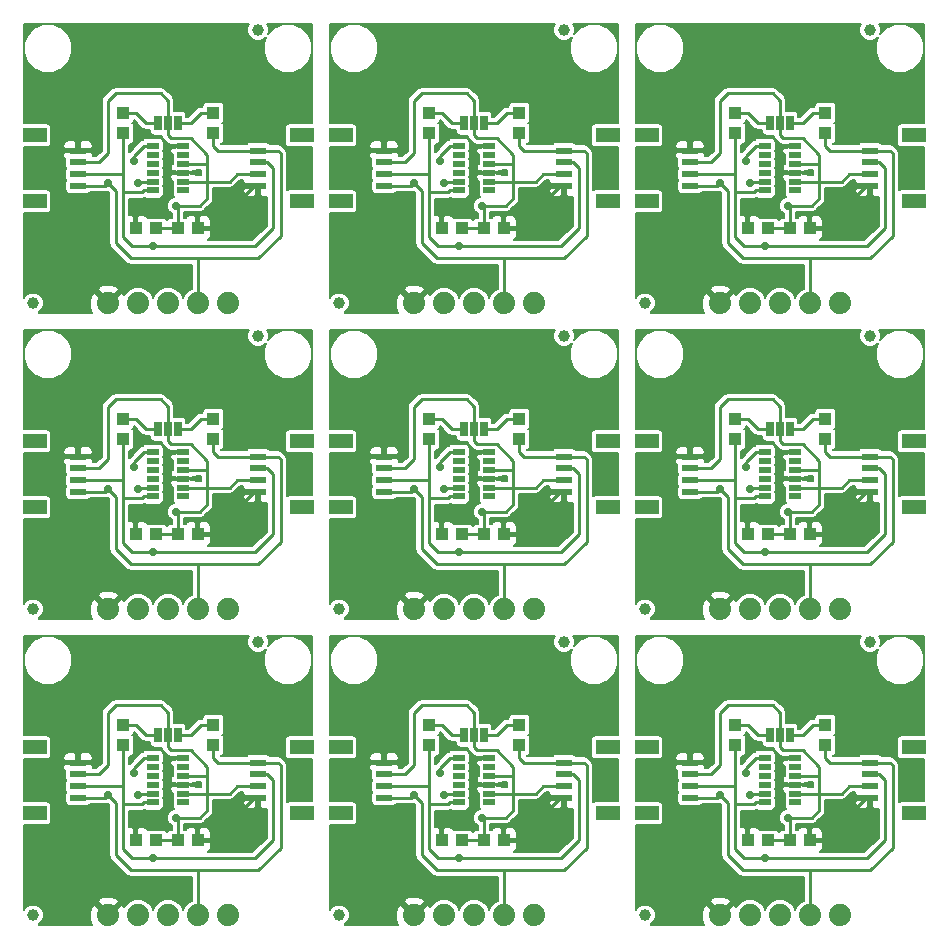
<source format=gtl>
G04 #@! TF.FileFunction,Copper,L1,Top,Signal*
%FSLAX46Y46*%
G04 Gerber Fmt 4.6, Leading zero omitted, Abs format (unit mm)*
G04 Created by KiCad (PCBNEW 4.0.6) date 05/24/17 14:54:34*
%MOMM*%
%LPD*%
G01*
G04 APERTURE LIST*
%ADD10C,0.100000*%
%ADD11R,2.000000X1.200000*%
%ADD12R,1.350000X0.600000*%
%ADD13R,1.100000X1.000000*%
%ADD14R,1.000000X0.550000*%
%ADD15R,1.000000X1.100000*%
%ADD16C,1.000000*%
%ADD17R,0.635000X1.270000*%
%ADD18C,1.879600*%
%ADD19C,0.700000*%
%ADD20C,0.250000*%
%ADD21C,0.203200*%
G04 APERTURE END LIST*
D10*
D11*
X190381000Y-153156000D03*
X190381000Y-158756000D03*
D12*
X194056000Y-154456000D03*
X194056000Y-155456000D03*
X194056000Y-156456000D03*
X194056000Y-157456000D03*
D11*
X164473000Y-153156000D03*
X164473000Y-158756000D03*
D12*
X168148000Y-154456000D03*
X168148000Y-155456000D03*
X168148000Y-156456000D03*
X168148000Y-157456000D03*
D11*
X138565000Y-153156000D03*
X138565000Y-158756000D03*
D12*
X142240000Y-154456000D03*
X142240000Y-155456000D03*
X142240000Y-156456000D03*
X142240000Y-157456000D03*
D11*
X190381000Y-127248000D03*
X190381000Y-132848000D03*
D12*
X194056000Y-128548000D03*
X194056000Y-129548000D03*
X194056000Y-130548000D03*
X194056000Y-131548000D03*
D11*
X164473000Y-127248000D03*
X164473000Y-132848000D03*
D12*
X168148000Y-128548000D03*
X168148000Y-129548000D03*
X168148000Y-130548000D03*
X168148000Y-131548000D03*
D11*
X138565000Y-127248000D03*
X138565000Y-132848000D03*
D12*
X142240000Y-128548000D03*
X142240000Y-129548000D03*
X142240000Y-130548000D03*
X142240000Y-131548000D03*
D11*
X190381000Y-101340000D03*
X190381000Y-106940000D03*
D12*
X194056000Y-102640000D03*
X194056000Y-103640000D03*
X194056000Y-104640000D03*
X194056000Y-105640000D03*
D11*
X164473000Y-101340000D03*
X164473000Y-106940000D03*
D12*
X168148000Y-102640000D03*
X168148000Y-103640000D03*
X168148000Y-104640000D03*
X168148000Y-105640000D03*
D13*
X200621000Y-161036000D03*
X198921000Y-161036000D03*
X174713000Y-161036000D03*
X173013000Y-161036000D03*
X148805000Y-161036000D03*
X147105000Y-161036000D03*
X200621000Y-135128000D03*
X198921000Y-135128000D03*
X174713000Y-135128000D03*
X173013000Y-135128000D03*
X148805000Y-135128000D03*
X147105000Y-135128000D03*
X200621000Y-109220000D03*
X198921000Y-109220000D03*
X174713000Y-109220000D03*
X173013000Y-109220000D03*
D14*
X200376000Y-154081000D03*
X200376000Y-154831000D03*
X200376000Y-155581000D03*
X200376000Y-156331000D03*
X200376000Y-157081000D03*
X200376000Y-157831000D03*
X202976000Y-157831000D03*
X202976000Y-157081000D03*
X202976000Y-156331000D03*
X202976000Y-155581000D03*
X202976000Y-154831000D03*
X202976000Y-154081000D03*
X174468000Y-154081000D03*
X174468000Y-154831000D03*
X174468000Y-155581000D03*
X174468000Y-156331000D03*
X174468000Y-157081000D03*
X174468000Y-157831000D03*
X177068000Y-157831000D03*
X177068000Y-157081000D03*
X177068000Y-156331000D03*
X177068000Y-155581000D03*
X177068000Y-154831000D03*
X177068000Y-154081000D03*
X148560000Y-154081000D03*
X148560000Y-154831000D03*
X148560000Y-155581000D03*
X148560000Y-156331000D03*
X148560000Y-157081000D03*
X148560000Y-157831000D03*
X151160000Y-157831000D03*
X151160000Y-157081000D03*
X151160000Y-156331000D03*
X151160000Y-155581000D03*
X151160000Y-154831000D03*
X151160000Y-154081000D03*
X200376000Y-128173000D03*
X200376000Y-128923000D03*
X200376000Y-129673000D03*
X200376000Y-130423000D03*
X200376000Y-131173000D03*
X200376000Y-131923000D03*
X202976000Y-131923000D03*
X202976000Y-131173000D03*
X202976000Y-130423000D03*
X202976000Y-129673000D03*
X202976000Y-128923000D03*
X202976000Y-128173000D03*
X174468000Y-128173000D03*
X174468000Y-128923000D03*
X174468000Y-129673000D03*
X174468000Y-130423000D03*
X174468000Y-131173000D03*
X174468000Y-131923000D03*
X177068000Y-131923000D03*
X177068000Y-131173000D03*
X177068000Y-130423000D03*
X177068000Y-129673000D03*
X177068000Y-128923000D03*
X177068000Y-128173000D03*
X148560000Y-128173000D03*
X148560000Y-128923000D03*
X148560000Y-129673000D03*
X148560000Y-130423000D03*
X148560000Y-131173000D03*
X148560000Y-131923000D03*
X151160000Y-131923000D03*
X151160000Y-131173000D03*
X151160000Y-130423000D03*
X151160000Y-129673000D03*
X151160000Y-128923000D03*
X151160000Y-128173000D03*
X200376000Y-102265000D03*
X200376000Y-103015000D03*
X200376000Y-103765000D03*
X200376000Y-104515000D03*
X200376000Y-105265000D03*
X200376000Y-106015000D03*
X202976000Y-106015000D03*
X202976000Y-105265000D03*
X202976000Y-104515000D03*
X202976000Y-103765000D03*
X202976000Y-103015000D03*
X202976000Y-102265000D03*
X174468000Y-102265000D03*
X174468000Y-103015000D03*
X174468000Y-103765000D03*
X174468000Y-104515000D03*
X174468000Y-105265000D03*
X174468000Y-106015000D03*
X177068000Y-106015000D03*
X177068000Y-105265000D03*
X177068000Y-104515000D03*
X177068000Y-103765000D03*
X177068000Y-103015000D03*
X177068000Y-102265000D03*
D13*
X202476000Y-161036000D03*
X204176000Y-161036000D03*
X176568000Y-161036000D03*
X178268000Y-161036000D03*
X150660000Y-161036000D03*
X152360000Y-161036000D03*
X202476000Y-135128000D03*
X204176000Y-135128000D03*
X176568000Y-135128000D03*
X178268000Y-135128000D03*
X150660000Y-135128000D03*
X152360000Y-135128000D03*
X202476000Y-109220000D03*
X204176000Y-109220000D03*
X176568000Y-109220000D03*
X178268000Y-109220000D03*
D11*
X212971000Y-158756000D03*
X212971000Y-153156000D03*
D12*
X209296000Y-157456000D03*
X209296000Y-156456000D03*
X209296000Y-155456000D03*
X209296000Y-154456000D03*
D11*
X187063000Y-158756000D03*
X187063000Y-153156000D03*
D12*
X183388000Y-157456000D03*
X183388000Y-156456000D03*
X183388000Y-155456000D03*
X183388000Y-154456000D03*
D11*
X161155000Y-158756000D03*
X161155000Y-153156000D03*
D12*
X157480000Y-157456000D03*
X157480000Y-156456000D03*
X157480000Y-155456000D03*
X157480000Y-154456000D03*
D11*
X212971000Y-132848000D03*
X212971000Y-127248000D03*
D12*
X209296000Y-131548000D03*
X209296000Y-130548000D03*
X209296000Y-129548000D03*
X209296000Y-128548000D03*
D11*
X187063000Y-132848000D03*
X187063000Y-127248000D03*
D12*
X183388000Y-131548000D03*
X183388000Y-130548000D03*
X183388000Y-129548000D03*
X183388000Y-128548000D03*
D11*
X161155000Y-132848000D03*
X161155000Y-127248000D03*
D12*
X157480000Y-131548000D03*
X157480000Y-130548000D03*
X157480000Y-129548000D03*
X157480000Y-128548000D03*
D11*
X212971000Y-106940000D03*
X212971000Y-101340000D03*
D12*
X209296000Y-105640000D03*
X209296000Y-104640000D03*
X209296000Y-103640000D03*
X209296000Y-102640000D03*
D11*
X187063000Y-106940000D03*
X187063000Y-101340000D03*
D12*
X183388000Y-105640000D03*
X183388000Y-104640000D03*
X183388000Y-103640000D03*
X183388000Y-102640000D03*
D15*
X197866000Y-151296000D03*
X197866000Y-152996000D03*
X171958000Y-151296000D03*
X171958000Y-152996000D03*
X146050000Y-151296000D03*
X146050000Y-152996000D03*
X197866000Y-125388000D03*
X197866000Y-127088000D03*
X171958000Y-125388000D03*
X171958000Y-127088000D03*
X146050000Y-125388000D03*
X146050000Y-127088000D03*
X197866000Y-99480000D03*
X197866000Y-101180000D03*
X171958000Y-99480000D03*
X171958000Y-101180000D03*
D16*
X209296000Y-144272000D03*
X183388000Y-144272000D03*
X157480000Y-144272000D03*
X209296000Y-118364000D03*
X183388000Y-118364000D03*
X157480000Y-118364000D03*
X209296000Y-92456000D03*
X183388000Y-92456000D03*
D15*
X205486000Y-151296000D03*
X205486000Y-152996000D03*
X179578000Y-151296000D03*
X179578000Y-152996000D03*
X153670000Y-151296000D03*
X153670000Y-152996000D03*
X205486000Y-125388000D03*
X205486000Y-127088000D03*
X179578000Y-125388000D03*
X179578000Y-127088000D03*
X153670000Y-125388000D03*
X153670000Y-127088000D03*
X205486000Y-99480000D03*
X205486000Y-101180000D03*
X179578000Y-99480000D03*
X179578000Y-101180000D03*
D17*
X200863200Y-152146000D03*
X201676000Y-152146000D03*
X202488800Y-152146000D03*
X174955200Y-152146000D03*
X175768000Y-152146000D03*
X176580800Y-152146000D03*
X149047200Y-152146000D03*
X149860000Y-152146000D03*
X150672800Y-152146000D03*
X200863200Y-126238000D03*
X201676000Y-126238000D03*
X202488800Y-126238000D03*
X174955200Y-126238000D03*
X175768000Y-126238000D03*
X176580800Y-126238000D03*
X149047200Y-126238000D03*
X149860000Y-126238000D03*
X150672800Y-126238000D03*
X200863200Y-100330000D03*
X201676000Y-100330000D03*
X202488800Y-100330000D03*
X174955200Y-100330000D03*
X175768000Y-100330000D03*
X176580800Y-100330000D03*
D18*
X206756000Y-167386000D03*
X180848000Y-167386000D03*
X154940000Y-167386000D03*
X206756000Y-141478000D03*
X180848000Y-141478000D03*
X154940000Y-141478000D03*
X206756000Y-115570000D03*
X180848000Y-115570000D03*
D16*
X190246000Y-167386000D03*
X164338000Y-167386000D03*
X138430000Y-167386000D03*
X190246000Y-141478000D03*
X164338000Y-141478000D03*
X138430000Y-141478000D03*
X190246000Y-115570000D03*
X164338000Y-115570000D03*
D18*
X196596000Y-167386000D03*
X199136000Y-167386000D03*
X201676000Y-167386000D03*
X204216000Y-167386000D03*
X170688000Y-167386000D03*
X173228000Y-167386000D03*
X175768000Y-167386000D03*
X178308000Y-167386000D03*
X144780000Y-167386000D03*
X147320000Y-167386000D03*
X149860000Y-167386000D03*
X152400000Y-167386000D03*
X196596000Y-141478000D03*
X199136000Y-141478000D03*
X201676000Y-141478000D03*
X204216000Y-141478000D03*
X170688000Y-141478000D03*
X173228000Y-141478000D03*
X175768000Y-141478000D03*
X178308000Y-141478000D03*
X144780000Y-141478000D03*
X147320000Y-141478000D03*
X149860000Y-141478000D03*
X152400000Y-141478000D03*
X196596000Y-115570000D03*
X199136000Y-115570000D03*
X201676000Y-115570000D03*
X204216000Y-115570000D03*
X170688000Y-115570000D03*
X173228000Y-115570000D03*
X175768000Y-115570000D03*
X178308000Y-115570000D03*
D17*
X149047200Y-100330000D03*
X149860000Y-100330000D03*
X150672800Y-100330000D03*
D11*
X138565000Y-101340000D03*
X138565000Y-106940000D03*
D12*
X142240000Y-102640000D03*
X142240000Y-103640000D03*
X142240000Y-104640000D03*
X142240000Y-105640000D03*
D11*
X161155000Y-106940000D03*
X161155000Y-101340000D03*
D12*
X157480000Y-105640000D03*
X157480000Y-104640000D03*
X157480000Y-103640000D03*
X157480000Y-102640000D03*
D18*
X154940000Y-115570000D03*
X144780000Y-115570000D03*
X147320000Y-115570000D03*
X149860000Y-115570000D03*
X152400000Y-115570000D03*
D13*
X148805000Y-109220000D03*
X147105000Y-109220000D03*
D15*
X153670000Y-99480000D03*
X153670000Y-101180000D03*
X146050000Y-99480000D03*
X146050000Y-101180000D03*
D14*
X148560000Y-102265000D03*
X148560000Y-103015000D03*
X148560000Y-103765000D03*
X148560000Y-104515000D03*
X148560000Y-105265000D03*
X148560000Y-106015000D03*
X151160000Y-106015000D03*
X151160000Y-105265000D03*
X151160000Y-104515000D03*
X151160000Y-103765000D03*
X151160000Y-103015000D03*
X151160000Y-102265000D03*
D13*
X150660000Y-109220000D03*
X152360000Y-109220000D03*
D16*
X138430000Y-115570000D03*
X157480000Y-92456000D03*
D19*
X194691000Y-152146000D03*
X168783000Y-152146000D03*
X142875000Y-152146000D03*
X194691000Y-126238000D03*
X168783000Y-126238000D03*
X142875000Y-126238000D03*
X194691000Y-100330000D03*
X168783000Y-100330000D03*
X201676000Y-155956000D03*
X175768000Y-155956000D03*
X149860000Y-155956000D03*
X201676000Y-130048000D03*
X175768000Y-130048000D03*
X149860000Y-130048000D03*
X201676000Y-104140000D03*
X175768000Y-104140000D03*
X205486000Y-161036000D03*
X179578000Y-161036000D03*
X153670000Y-161036000D03*
X205486000Y-135128000D03*
X179578000Y-135128000D03*
X153670000Y-135128000D03*
X205486000Y-109220000D03*
X179578000Y-109220000D03*
X153670000Y-109220000D03*
X149860000Y-104140000D03*
X142875000Y-100330000D03*
X202311000Y-159131000D03*
X176403000Y-159131000D03*
X150495000Y-159131000D03*
X202311000Y-133223000D03*
X176403000Y-133223000D03*
X150495000Y-133223000D03*
X202311000Y-107315000D03*
X176403000Y-107315000D03*
X150495000Y-107315000D03*
X200406000Y-162560000D03*
X174498000Y-162560000D03*
X148590000Y-162560000D03*
X200406000Y-136652000D03*
X174498000Y-136652000D03*
X148590000Y-136652000D03*
X200406000Y-110744000D03*
X174498000Y-110744000D03*
X148590000Y-110744000D03*
X196596000Y-157226000D03*
X170688000Y-157226000D03*
X144780000Y-157226000D03*
X196596000Y-131318000D03*
X170688000Y-131318000D03*
X144780000Y-131318000D03*
X196596000Y-105410000D03*
X170688000Y-105410000D03*
X199136000Y-157226000D03*
X173228000Y-157226000D03*
X147320000Y-157226000D03*
X199136000Y-131318000D03*
X173228000Y-131318000D03*
X147320000Y-131318000D03*
X199136000Y-105410000D03*
X173228000Y-105410000D03*
X144780000Y-105410000D03*
X147320000Y-105410000D03*
X198785702Y-155361000D03*
X172877702Y-155361000D03*
X146969702Y-155361000D03*
X198785702Y-129453000D03*
X172877702Y-129453000D03*
X146969702Y-129453000D03*
X198785702Y-103545000D03*
X172877702Y-103545000D03*
X146969702Y-103545000D03*
D20*
X202051000Y-156331000D02*
X201676000Y-155956000D01*
X176143000Y-156331000D02*
X175768000Y-155956000D01*
X150235000Y-156331000D02*
X149860000Y-155956000D01*
X202051000Y-130423000D02*
X201676000Y-130048000D01*
X176143000Y-130423000D02*
X175768000Y-130048000D01*
X150235000Y-130423000D02*
X149860000Y-130048000D01*
X202051000Y-104515000D02*
X201676000Y-104140000D01*
X176143000Y-104515000D02*
X175768000Y-104140000D01*
X202976000Y-156331000D02*
X202051000Y-156331000D01*
X177068000Y-156331000D02*
X176143000Y-156331000D01*
X151160000Y-156331000D02*
X150235000Y-156331000D01*
X202976000Y-130423000D02*
X202051000Y-130423000D01*
X177068000Y-130423000D02*
X176143000Y-130423000D01*
X151160000Y-130423000D02*
X150235000Y-130423000D01*
X202976000Y-104515000D02*
X202051000Y-104515000D01*
X177068000Y-104515000D02*
X176143000Y-104515000D01*
X208921000Y-157456000D02*
X205486000Y-160891000D01*
X183013000Y-157456000D02*
X179578000Y-160891000D01*
X157105000Y-157456000D02*
X153670000Y-160891000D01*
X208921000Y-131548000D02*
X205486000Y-134983000D01*
X183013000Y-131548000D02*
X179578000Y-134983000D01*
X157105000Y-131548000D02*
X153670000Y-134983000D01*
X208921000Y-105640000D02*
X205486000Y-109075000D01*
X183013000Y-105640000D02*
X179578000Y-109075000D01*
X205486000Y-160891000D02*
X205486000Y-161036000D01*
X179578000Y-160891000D02*
X179578000Y-161036000D01*
X153670000Y-160891000D02*
X153670000Y-161036000D01*
X205486000Y-134983000D02*
X205486000Y-135128000D01*
X179578000Y-134983000D02*
X179578000Y-135128000D01*
X153670000Y-134983000D02*
X153670000Y-135128000D01*
X205486000Y-109075000D02*
X205486000Y-109220000D01*
X179578000Y-109075000D02*
X179578000Y-109220000D01*
X209296000Y-157456000D02*
X208921000Y-157456000D01*
X183388000Y-157456000D02*
X183013000Y-157456000D01*
X157480000Y-157456000D02*
X157105000Y-157456000D01*
X209296000Y-131548000D02*
X208921000Y-131548000D01*
X183388000Y-131548000D02*
X183013000Y-131548000D01*
X157480000Y-131548000D02*
X157105000Y-131548000D01*
X209296000Y-105640000D02*
X208921000Y-105640000D01*
X183388000Y-105640000D02*
X183013000Y-105640000D01*
X194056000Y-152781000D02*
X194056000Y-154456000D01*
X168148000Y-152781000D02*
X168148000Y-154456000D01*
X142240000Y-152781000D02*
X142240000Y-154456000D01*
X194056000Y-126873000D02*
X194056000Y-128548000D01*
X168148000Y-126873000D02*
X168148000Y-128548000D01*
X142240000Y-126873000D02*
X142240000Y-128548000D01*
X194056000Y-100965000D02*
X194056000Y-102640000D01*
X168148000Y-100965000D02*
X168148000Y-102640000D01*
X194056000Y-152781000D02*
X194691000Y-152146000D01*
X168148000Y-152781000D02*
X168783000Y-152146000D01*
X142240000Y-152781000D02*
X142875000Y-152146000D01*
X194056000Y-126873000D02*
X194691000Y-126238000D01*
X168148000Y-126873000D02*
X168783000Y-126238000D01*
X142240000Y-126873000D02*
X142875000Y-126238000D01*
X194056000Y-100965000D02*
X194691000Y-100330000D01*
X168148000Y-100965000D02*
X168783000Y-100330000D01*
X153670000Y-109075000D02*
X153670000Y-109220000D01*
X157105000Y-105640000D02*
X153670000Y-109075000D01*
X157480000Y-105640000D02*
X157105000Y-105640000D01*
X151160000Y-104515000D02*
X150235000Y-104515000D01*
X150235000Y-104515000D02*
X149860000Y-104140000D01*
X142240000Y-100965000D02*
X142240000Y-102640000D01*
X142240000Y-100965000D02*
X142875000Y-100330000D01*
X200621000Y-161036000D02*
X202476000Y-161036000D01*
X174713000Y-161036000D02*
X176568000Y-161036000D01*
X148805000Y-161036000D02*
X150660000Y-161036000D01*
X200621000Y-135128000D02*
X202476000Y-135128000D01*
X174713000Y-135128000D02*
X176568000Y-135128000D01*
X148805000Y-135128000D02*
X150660000Y-135128000D01*
X200621000Y-109220000D02*
X202476000Y-109220000D01*
X174713000Y-109220000D02*
X176568000Y-109220000D01*
X202311000Y-159131000D02*
X204343000Y-159131000D01*
X176403000Y-159131000D02*
X178435000Y-159131000D01*
X150495000Y-159131000D02*
X152527000Y-159131000D01*
X202311000Y-133223000D02*
X204343000Y-133223000D01*
X176403000Y-133223000D02*
X178435000Y-133223000D01*
X150495000Y-133223000D02*
X152527000Y-133223000D01*
X202311000Y-107315000D02*
X204343000Y-107315000D01*
X176403000Y-107315000D02*
X178435000Y-107315000D01*
X204343000Y-159131000D02*
X204978000Y-158496000D01*
X178435000Y-159131000D02*
X179070000Y-158496000D01*
X152527000Y-159131000D02*
X153162000Y-158496000D01*
X204343000Y-133223000D02*
X204978000Y-132588000D01*
X178435000Y-133223000D02*
X179070000Y-132588000D01*
X152527000Y-133223000D02*
X153162000Y-132588000D01*
X204343000Y-107315000D02*
X204978000Y-106680000D01*
X178435000Y-107315000D02*
X179070000Y-106680000D01*
X202526000Y-159346000D02*
X202311000Y-159131000D01*
X176618000Y-159346000D02*
X176403000Y-159131000D01*
X150710000Y-159346000D02*
X150495000Y-159131000D01*
X202526000Y-133438000D02*
X202311000Y-133223000D01*
X176618000Y-133438000D02*
X176403000Y-133223000D01*
X150710000Y-133438000D02*
X150495000Y-133223000D01*
X202526000Y-107530000D02*
X202311000Y-107315000D01*
X176618000Y-107530000D02*
X176403000Y-107315000D01*
X202526000Y-161036000D02*
X202526000Y-159346000D01*
X176618000Y-161036000D02*
X176618000Y-159346000D01*
X150710000Y-161036000D02*
X150710000Y-159346000D01*
X202526000Y-135128000D02*
X202526000Y-133438000D01*
X176618000Y-135128000D02*
X176618000Y-133438000D01*
X150710000Y-135128000D02*
X150710000Y-133438000D01*
X202526000Y-109220000D02*
X202526000Y-107530000D01*
X176618000Y-109220000D02*
X176618000Y-107530000D01*
X206901000Y-157081000D02*
X207526000Y-156456000D01*
X180993000Y-157081000D02*
X181618000Y-156456000D01*
X155085000Y-157081000D02*
X155710000Y-156456000D01*
X206901000Y-131173000D02*
X207526000Y-130548000D01*
X180993000Y-131173000D02*
X181618000Y-130548000D01*
X155085000Y-131173000D02*
X155710000Y-130548000D01*
X206901000Y-105265000D02*
X207526000Y-104640000D01*
X180993000Y-105265000D02*
X181618000Y-104640000D01*
X207526000Y-156456000D02*
X209296000Y-156456000D01*
X181618000Y-156456000D02*
X183388000Y-156456000D01*
X155710000Y-156456000D02*
X157480000Y-156456000D01*
X207526000Y-130548000D02*
X209296000Y-130548000D01*
X181618000Y-130548000D02*
X183388000Y-130548000D01*
X155710000Y-130548000D02*
X157480000Y-130548000D01*
X207526000Y-104640000D02*
X209296000Y-104640000D01*
X181618000Y-104640000D02*
X183388000Y-104640000D01*
X204978000Y-158496000D02*
X204978000Y-157081000D01*
X179070000Y-158496000D02*
X179070000Y-157081000D01*
X153162000Y-158496000D02*
X153162000Y-157081000D01*
X204978000Y-132588000D02*
X204978000Y-131173000D01*
X179070000Y-132588000D02*
X179070000Y-131173000D01*
X153162000Y-132588000D02*
X153162000Y-131173000D01*
X204978000Y-106680000D02*
X204978000Y-105265000D01*
X179070000Y-106680000D02*
X179070000Y-105265000D01*
X204978000Y-157081000D02*
X206901000Y-157081000D01*
X179070000Y-157081000D02*
X180993000Y-157081000D01*
X153162000Y-157081000D02*
X155085000Y-157081000D01*
X204978000Y-131173000D02*
X206901000Y-131173000D01*
X179070000Y-131173000D02*
X180993000Y-131173000D01*
X153162000Y-131173000D02*
X155085000Y-131173000D01*
X204978000Y-105265000D02*
X206901000Y-105265000D01*
X179070000Y-105265000D02*
X180993000Y-105265000D01*
X196596000Y-154686000D02*
X195826000Y-155456000D01*
X170688000Y-154686000D02*
X169918000Y-155456000D01*
X144780000Y-154686000D02*
X144010000Y-155456000D01*
X196596000Y-128778000D02*
X195826000Y-129548000D01*
X170688000Y-128778000D02*
X169918000Y-129548000D01*
X144780000Y-128778000D02*
X144010000Y-129548000D01*
X196596000Y-102870000D02*
X195826000Y-103640000D01*
X170688000Y-102870000D02*
X169918000Y-103640000D01*
X195826000Y-155456000D02*
X194056000Y-155456000D01*
X169918000Y-155456000D02*
X168148000Y-155456000D01*
X144010000Y-155456000D02*
X142240000Y-155456000D01*
X195826000Y-129548000D02*
X194056000Y-129548000D01*
X169918000Y-129548000D02*
X168148000Y-129548000D01*
X144010000Y-129548000D02*
X142240000Y-129548000D01*
X195826000Y-103640000D02*
X194056000Y-103640000D01*
X169918000Y-103640000D02*
X168148000Y-103640000D01*
X201676000Y-150241000D02*
X201041000Y-149606000D01*
X175768000Y-150241000D02*
X175133000Y-149606000D01*
X149860000Y-150241000D02*
X149225000Y-149606000D01*
X201676000Y-124333000D02*
X201041000Y-123698000D01*
X175768000Y-124333000D02*
X175133000Y-123698000D01*
X149860000Y-124333000D02*
X149225000Y-123698000D01*
X201676000Y-98425000D02*
X201041000Y-97790000D01*
X175768000Y-98425000D02*
X175133000Y-97790000D01*
X201676000Y-152146000D02*
X201676000Y-150241000D01*
X175768000Y-152146000D02*
X175768000Y-150241000D01*
X149860000Y-152146000D02*
X149860000Y-150241000D01*
X201676000Y-126238000D02*
X201676000Y-124333000D01*
X175768000Y-126238000D02*
X175768000Y-124333000D01*
X149860000Y-126238000D02*
X149860000Y-124333000D01*
X201676000Y-100330000D02*
X201676000Y-98425000D01*
X175768000Y-100330000D02*
X175768000Y-98425000D01*
X201041000Y-149606000D02*
X197231000Y-149606000D01*
X175133000Y-149606000D02*
X171323000Y-149606000D01*
X149225000Y-149606000D02*
X145415000Y-149606000D01*
X201041000Y-123698000D02*
X197231000Y-123698000D01*
X175133000Y-123698000D02*
X171323000Y-123698000D01*
X149225000Y-123698000D02*
X145415000Y-123698000D01*
X201041000Y-97790000D02*
X197231000Y-97790000D01*
X175133000Y-97790000D02*
X171323000Y-97790000D01*
X202976000Y-157081000D02*
X204978000Y-157081000D01*
X177068000Y-157081000D02*
X179070000Y-157081000D01*
X151160000Y-157081000D02*
X153162000Y-157081000D01*
X202976000Y-131173000D02*
X204978000Y-131173000D01*
X177068000Y-131173000D02*
X179070000Y-131173000D01*
X151160000Y-131173000D02*
X153162000Y-131173000D01*
X202976000Y-105265000D02*
X204978000Y-105265000D01*
X177068000Y-105265000D02*
X179070000Y-105265000D01*
X196596000Y-150241000D02*
X196596000Y-154686000D01*
X170688000Y-150241000D02*
X170688000Y-154686000D01*
X144780000Y-150241000D02*
X144780000Y-154686000D01*
X196596000Y-124333000D02*
X196596000Y-128778000D01*
X170688000Y-124333000D02*
X170688000Y-128778000D01*
X144780000Y-124333000D02*
X144780000Y-128778000D01*
X196596000Y-98425000D02*
X196596000Y-102870000D01*
X170688000Y-98425000D02*
X170688000Y-102870000D01*
X197231000Y-149606000D02*
X196596000Y-150241000D01*
X171323000Y-149606000D02*
X170688000Y-150241000D01*
X145415000Y-149606000D02*
X144780000Y-150241000D01*
X197231000Y-123698000D02*
X196596000Y-124333000D01*
X171323000Y-123698000D02*
X170688000Y-124333000D01*
X145415000Y-123698000D02*
X144780000Y-124333000D01*
X197231000Y-97790000D02*
X196596000Y-98425000D01*
X171323000Y-97790000D02*
X170688000Y-98425000D01*
X202976000Y-155581000D02*
X204857000Y-155581000D01*
X177068000Y-155581000D02*
X178949000Y-155581000D01*
X151160000Y-155581000D02*
X153041000Y-155581000D01*
X202976000Y-129673000D02*
X204857000Y-129673000D01*
X177068000Y-129673000D02*
X178949000Y-129673000D01*
X151160000Y-129673000D02*
X153041000Y-129673000D01*
X202976000Y-103765000D02*
X204857000Y-103765000D01*
X177068000Y-103765000D02*
X178949000Y-103765000D01*
X204978000Y-157081000D02*
X204978000Y-155702000D01*
X179070000Y-157081000D02*
X179070000Y-155702000D01*
X153162000Y-157081000D02*
X153162000Y-155702000D01*
X204978000Y-131173000D02*
X204978000Y-129794000D01*
X179070000Y-131173000D02*
X179070000Y-129794000D01*
X153162000Y-131173000D02*
X153162000Y-129794000D01*
X204978000Y-105265000D02*
X204978000Y-103886000D01*
X179070000Y-105265000D02*
X179070000Y-103886000D01*
X201676000Y-153162000D02*
X201930000Y-153416000D01*
X175768000Y-153162000D02*
X176022000Y-153416000D01*
X149860000Y-153162000D02*
X150114000Y-153416000D01*
X201676000Y-127254000D02*
X201930000Y-127508000D01*
X175768000Y-127254000D02*
X176022000Y-127508000D01*
X149860000Y-127254000D02*
X150114000Y-127508000D01*
X201676000Y-101346000D02*
X201930000Y-101600000D01*
X175768000Y-101346000D02*
X176022000Y-101600000D01*
X201676000Y-152146000D02*
X201676000Y-153162000D01*
X175768000Y-152146000D02*
X175768000Y-153162000D01*
X149860000Y-152146000D02*
X149860000Y-153162000D01*
X201676000Y-126238000D02*
X201676000Y-127254000D01*
X175768000Y-126238000D02*
X175768000Y-127254000D01*
X149860000Y-126238000D02*
X149860000Y-127254000D01*
X201676000Y-100330000D02*
X201676000Y-101346000D01*
X175768000Y-100330000D02*
X175768000Y-101346000D01*
X201930000Y-153416000D02*
X203581000Y-153416000D01*
X176022000Y-153416000D02*
X177673000Y-153416000D01*
X150114000Y-153416000D02*
X151765000Y-153416000D01*
X201930000Y-127508000D02*
X203581000Y-127508000D01*
X176022000Y-127508000D02*
X177673000Y-127508000D01*
X150114000Y-127508000D02*
X151765000Y-127508000D01*
X201930000Y-101600000D02*
X203581000Y-101600000D01*
X176022000Y-101600000D02*
X177673000Y-101600000D01*
X204978000Y-154813000D02*
X204978000Y-155702000D01*
X179070000Y-154813000D02*
X179070000Y-155702000D01*
X153162000Y-154813000D02*
X153162000Y-155702000D01*
X204978000Y-128905000D02*
X204978000Y-129794000D01*
X179070000Y-128905000D02*
X179070000Y-129794000D01*
X153162000Y-128905000D02*
X153162000Y-129794000D01*
X204978000Y-102997000D02*
X204978000Y-103886000D01*
X179070000Y-102997000D02*
X179070000Y-103886000D01*
X204857000Y-155581000D02*
X204978000Y-155702000D01*
X178949000Y-155581000D02*
X179070000Y-155702000D01*
X153041000Y-155581000D02*
X153162000Y-155702000D01*
X204857000Y-129673000D02*
X204978000Y-129794000D01*
X178949000Y-129673000D02*
X179070000Y-129794000D01*
X153041000Y-129673000D02*
X153162000Y-129794000D01*
X204857000Y-103765000D02*
X204978000Y-103886000D01*
X178949000Y-103765000D02*
X179070000Y-103886000D01*
X203581000Y-153416000D02*
X204978000Y-154813000D01*
X177673000Y-153416000D02*
X179070000Y-154813000D01*
X151765000Y-153416000D02*
X153162000Y-154813000D01*
X203581000Y-127508000D02*
X204978000Y-128905000D01*
X177673000Y-127508000D02*
X179070000Y-128905000D01*
X151765000Y-127508000D02*
X153162000Y-128905000D01*
X203581000Y-101600000D02*
X204978000Y-102997000D01*
X177673000Y-101600000D02*
X179070000Y-102997000D01*
X148805000Y-109220000D02*
X150660000Y-109220000D01*
X153162000Y-106680000D02*
X153162000Y-105265000D01*
X150495000Y-107315000D02*
X152527000Y-107315000D01*
X152527000Y-107315000D02*
X153162000Y-106680000D01*
X149860000Y-100330000D02*
X149860000Y-101346000D01*
X149860000Y-101346000D02*
X150114000Y-101600000D01*
X150114000Y-101600000D02*
X151765000Y-101600000D01*
X151765000Y-101600000D02*
X153162000Y-102997000D01*
X153162000Y-102997000D02*
X153162000Y-103886000D01*
X149860000Y-100330000D02*
X149860000Y-98425000D01*
X149860000Y-98425000D02*
X149225000Y-97790000D01*
X149225000Y-97790000D02*
X145415000Y-97790000D01*
X145415000Y-97790000D02*
X144780000Y-98425000D01*
X144010000Y-103640000D02*
X142240000Y-103640000D01*
X144780000Y-98425000D02*
X144780000Y-102870000D01*
X144780000Y-102870000D02*
X144010000Y-103640000D01*
X153162000Y-105265000D02*
X153162000Y-103886000D01*
X151160000Y-103765000D02*
X153041000Y-103765000D01*
X153041000Y-103765000D02*
X153162000Y-103886000D01*
X150710000Y-109220000D02*
X150710000Y-107530000D01*
X150710000Y-107530000D02*
X150495000Y-107315000D01*
X151160000Y-105265000D02*
X153162000Y-105265000D01*
X153162000Y-105265000D02*
X155085000Y-105265000D01*
X155085000Y-105265000D02*
X155710000Y-104640000D01*
X155710000Y-104640000D02*
X157480000Y-104640000D01*
X197866000Y-161798000D02*
X198628000Y-162560000D01*
X171958000Y-161798000D02*
X172720000Y-162560000D01*
X146050000Y-161798000D02*
X146812000Y-162560000D01*
X197866000Y-135890000D02*
X198628000Y-136652000D01*
X171958000Y-135890000D02*
X172720000Y-136652000D01*
X146050000Y-135890000D02*
X146812000Y-136652000D01*
X197866000Y-109982000D02*
X198628000Y-110744000D01*
X171958000Y-109982000D02*
X172720000Y-110744000D01*
X197866000Y-157988000D02*
X197866000Y-161798000D01*
X171958000Y-157988000D02*
X171958000Y-161798000D01*
X146050000Y-157988000D02*
X146050000Y-161798000D01*
X197866000Y-132080000D02*
X197866000Y-135890000D01*
X171958000Y-132080000D02*
X171958000Y-135890000D01*
X146050000Y-132080000D02*
X146050000Y-135890000D01*
X197866000Y-106172000D02*
X197866000Y-109982000D01*
X171958000Y-106172000D02*
X171958000Y-109982000D01*
X198628000Y-162560000D02*
X200406000Y-162560000D01*
X172720000Y-162560000D02*
X174498000Y-162560000D01*
X146812000Y-162560000D02*
X148590000Y-162560000D01*
X198628000Y-136652000D02*
X200406000Y-136652000D01*
X172720000Y-136652000D02*
X174498000Y-136652000D01*
X146812000Y-136652000D02*
X148590000Y-136652000D01*
X198628000Y-110744000D02*
X200406000Y-110744000D01*
X172720000Y-110744000D02*
X174498000Y-110744000D01*
X210566000Y-155956000D02*
X210566000Y-161036000D01*
X184658000Y-155956000D02*
X184658000Y-161036000D01*
X158750000Y-155956000D02*
X158750000Y-161036000D01*
X210566000Y-130048000D02*
X210566000Y-135128000D01*
X184658000Y-130048000D02*
X184658000Y-135128000D01*
X158750000Y-130048000D02*
X158750000Y-135128000D01*
X210566000Y-104140000D02*
X210566000Y-109220000D01*
X184658000Y-104140000D02*
X184658000Y-109220000D01*
X209296000Y-155456000D02*
X210066000Y-155456000D01*
X183388000Y-155456000D02*
X184158000Y-155456000D01*
X157480000Y-155456000D02*
X158250000Y-155456000D01*
X209296000Y-129548000D02*
X210066000Y-129548000D01*
X183388000Y-129548000D02*
X184158000Y-129548000D01*
X157480000Y-129548000D02*
X158250000Y-129548000D01*
X209296000Y-103640000D02*
X210066000Y-103640000D01*
X183388000Y-103640000D02*
X184158000Y-103640000D01*
X210066000Y-155456000D02*
X210566000Y-155956000D01*
X184158000Y-155456000D02*
X184658000Y-155956000D01*
X158250000Y-155456000D02*
X158750000Y-155956000D01*
X210066000Y-129548000D02*
X210566000Y-130048000D01*
X184158000Y-129548000D02*
X184658000Y-130048000D01*
X158250000Y-129548000D02*
X158750000Y-130048000D01*
X210066000Y-103640000D02*
X210566000Y-104140000D01*
X184158000Y-103640000D02*
X184658000Y-104140000D01*
X210566000Y-161036000D02*
X209042000Y-162560000D01*
X184658000Y-161036000D02*
X183134000Y-162560000D01*
X158750000Y-161036000D02*
X157226000Y-162560000D01*
X210566000Y-135128000D02*
X209042000Y-136652000D01*
X184658000Y-135128000D02*
X183134000Y-136652000D01*
X158750000Y-135128000D02*
X157226000Y-136652000D01*
X210566000Y-109220000D02*
X209042000Y-110744000D01*
X184658000Y-109220000D02*
X183134000Y-110744000D01*
X200406000Y-162560000D02*
X209042000Y-162560000D01*
X174498000Y-162560000D02*
X183134000Y-162560000D01*
X148590000Y-162560000D02*
X157226000Y-162560000D01*
X200406000Y-136652000D02*
X209042000Y-136652000D01*
X174498000Y-136652000D02*
X183134000Y-136652000D01*
X148590000Y-136652000D02*
X157226000Y-136652000D01*
X200406000Y-110744000D02*
X209042000Y-110744000D01*
X174498000Y-110744000D02*
X183134000Y-110744000D01*
X197866000Y-155956000D02*
X197866000Y-152996000D01*
X171958000Y-155956000D02*
X171958000Y-152996000D01*
X146050000Y-155956000D02*
X146050000Y-152996000D01*
X197866000Y-130048000D02*
X197866000Y-127088000D01*
X171958000Y-130048000D02*
X171958000Y-127088000D01*
X146050000Y-130048000D02*
X146050000Y-127088000D01*
X197866000Y-104140000D02*
X197866000Y-101180000D01*
X171958000Y-104140000D02*
X171958000Y-101180000D01*
X200376000Y-157831000D02*
X199626000Y-157831000D01*
X174468000Y-157831000D02*
X173718000Y-157831000D01*
X148560000Y-157831000D02*
X147810000Y-157831000D01*
X200376000Y-131923000D02*
X199626000Y-131923000D01*
X174468000Y-131923000D02*
X173718000Y-131923000D01*
X148560000Y-131923000D02*
X147810000Y-131923000D01*
X200376000Y-106015000D02*
X199626000Y-106015000D01*
X174468000Y-106015000D02*
X173718000Y-106015000D01*
X199469000Y-157988000D02*
X197866000Y-157988000D01*
X173561000Y-157988000D02*
X171958000Y-157988000D01*
X147653000Y-157988000D02*
X146050000Y-157988000D01*
X199469000Y-132080000D02*
X197866000Y-132080000D01*
X173561000Y-132080000D02*
X171958000Y-132080000D01*
X147653000Y-132080000D02*
X146050000Y-132080000D01*
X199469000Y-106172000D02*
X197866000Y-106172000D01*
X173561000Y-106172000D02*
X171958000Y-106172000D01*
X199626000Y-157831000D02*
X199469000Y-157988000D01*
X173718000Y-157831000D02*
X173561000Y-157988000D01*
X147810000Y-157831000D02*
X147653000Y-157988000D01*
X199626000Y-131923000D02*
X199469000Y-132080000D01*
X173718000Y-131923000D02*
X173561000Y-132080000D01*
X147810000Y-131923000D02*
X147653000Y-132080000D01*
X199626000Y-106015000D02*
X199469000Y-106172000D01*
X173718000Y-106015000D02*
X173561000Y-106172000D01*
X197866000Y-157988000D02*
X197866000Y-157861000D01*
X171958000Y-157988000D02*
X171958000Y-157861000D01*
X146050000Y-157988000D02*
X146050000Y-157861000D01*
X197866000Y-132080000D02*
X197866000Y-131953000D01*
X171958000Y-132080000D02*
X171958000Y-131953000D01*
X146050000Y-132080000D02*
X146050000Y-131953000D01*
X197866000Y-106172000D02*
X197866000Y-106045000D01*
X171958000Y-106172000D02*
X171958000Y-106045000D01*
X194056000Y-156456000D02*
X197866000Y-156456000D01*
X168148000Y-156456000D02*
X171958000Y-156456000D01*
X142240000Y-156456000D02*
X146050000Y-156456000D01*
X194056000Y-130548000D02*
X197866000Y-130548000D01*
X168148000Y-130548000D02*
X171958000Y-130548000D01*
X142240000Y-130548000D02*
X146050000Y-130548000D01*
X194056000Y-104640000D02*
X197866000Y-104640000D01*
X168148000Y-104640000D02*
X171958000Y-104640000D01*
X197866000Y-156456000D02*
X197866000Y-156591000D01*
X171958000Y-156456000D02*
X171958000Y-156591000D01*
X146050000Y-156456000D02*
X146050000Y-156591000D01*
X197866000Y-130548000D02*
X197866000Y-130683000D01*
X171958000Y-130548000D02*
X171958000Y-130683000D01*
X146050000Y-130548000D02*
X146050000Y-130683000D01*
X197866000Y-104640000D02*
X197866000Y-104775000D01*
X171958000Y-104640000D02*
X171958000Y-104775000D01*
X197866000Y-156591000D02*
X197866000Y-155956000D01*
X171958000Y-156591000D02*
X171958000Y-155956000D01*
X146050000Y-156591000D02*
X146050000Y-155956000D01*
X197866000Y-130683000D02*
X197866000Y-130048000D01*
X171958000Y-130683000D02*
X171958000Y-130048000D01*
X146050000Y-130683000D02*
X146050000Y-130048000D01*
X197866000Y-104775000D02*
X197866000Y-104140000D01*
X171958000Y-104775000D02*
X171958000Y-104140000D01*
X197866000Y-157861000D02*
X197866000Y-156591000D01*
X171958000Y-157861000D02*
X171958000Y-156591000D01*
X146050000Y-157861000D02*
X146050000Y-156591000D01*
X197866000Y-131953000D02*
X197866000Y-130683000D01*
X171958000Y-131953000D02*
X171958000Y-130683000D01*
X146050000Y-131953000D02*
X146050000Y-130683000D01*
X197866000Y-106045000D02*
X197866000Y-104775000D01*
X171958000Y-106045000D02*
X171958000Y-104775000D01*
X146812000Y-110744000D02*
X148590000Y-110744000D01*
X148590000Y-110744000D02*
X157226000Y-110744000D01*
X146050000Y-106172000D02*
X146050000Y-109982000D01*
X146050000Y-109982000D02*
X146812000Y-110744000D01*
X158750000Y-109220000D02*
X157226000Y-110744000D01*
X146050000Y-106172000D02*
X146050000Y-106045000D01*
X148560000Y-106015000D02*
X147810000Y-106015000D01*
X147810000Y-106015000D02*
X147653000Y-106172000D01*
X147653000Y-106172000D02*
X146050000Y-106172000D01*
X158750000Y-104140000D02*
X158750000Y-109220000D01*
X157480000Y-103640000D02*
X158250000Y-103640000D01*
X158250000Y-103640000D02*
X158750000Y-104140000D01*
X142240000Y-104640000D02*
X146050000Y-104640000D01*
X146050000Y-104640000D02*
X146050000Y-104775000D01*
X146050000Y-106045000D02*
X146050000Y-104775000D01*
X146050000Y-104775000D02*
X146050000Y-104140000D01*
X146050000Y-104140000D02*
X146050000Y-101180000D01*
X197231000Y-158496000D02*
X197231000Y-157861000D01*
X171323000Y-158496000D02*
X171323000Y-157861000D01*
X145415000Y-158496000D02*
X145415000Y-157861000D01*
X197231000Y-132588000D02*
X197231000Y-131953000D01*
X171323000Y-132588000D02*
X171323000Y-131953000D01*
X145415000Y-132588000D02*
X145415000Y-131953000D01*
X197231000Y-106680000D02*
X197231000Y-106045000D01*
X171323000Y-106680000D02*
X171323000Y-106045000D01*
X197231000Y-158496000D02*
X197231000Y-162306000D01*
X171323000Y-158496000D02*
X171323000Y-162306000D01*
X145415000Y-158496000D02*
X145415000Y-162306000D01*
X197231000Y-132588000D02*
X197231000Y-136398000D01*
X171323000Y-132588000D02*
X171323000Y-136398000D01*
X145415000Y-132588000D02*
X145415000Y-136398000D01*
X197231000Y-106680000D02*
X197231000Y-110490000D01*
X171323000Y-106680000D02*
X171323000Y-110490000D01*
X197231000Y-162306000D02*
X198501000Y-163576000D01*
X171323000Y-162306000D02*
X172593000Y-163576000D01*
X145415000Y-162306000D02*
X146685000Y-163576000D01*
X197231000Y-136398000D02*
X198501000Y-137668000D01*
X171323000Y-136398000D02*
X172593000Y-137668000D01*
X145415000Y-136398000D02*
X146685000Y-137668000D01*
X197231000Y-110490000D02*
X198501000Y-111760000D01*
X171323000Y-110490000D02*
X172593000Y-111760000D01*
X204216000Y-163576000D02*
X205486000Y-163576000D01*
X178308000Y-163576000D02*
X179578000Y-163576000D01*
X152400000Y-163576000D02*
X153670000Y-163576000D01*
X204216000Y-137668000D02*
X205486000Y-137668000D01*
X178308000Y-137668000D02*
X179578000Y-137668000D01*
X152400000Y-137668000D02*
X153670000Y-137668000D01*
X204216000Y-111760000D02*
X205486000Y-111760000D01*
X178308000Y-111760000D02*
X179578000Y-111760000D01*
X198501000Y-163576000D02*
X204216000Y-163576000D01*
X172593000Y-163576000D02*
X178308000Y-163576000D01*
X146685000Y-163576000D02*
X152400000Y-163576000D01*
X198501000Y-137668000D02*
X204216000Y-137668000D01*
X172593000Y-137668000D02*
X178308000Y-137668000D01*
X146685000Y-137668000D02*
X152400000Y-137668000D01*
X198501000Y-111760000D02*
X204216000Y-111760000D01*
X172593000Y-111760000D02*
X178308000Y-111760000D01*
X210971000Y-154456000D02*
X211201000Y-154686000D01*
X185063000Y-154456000D02*
X185293000Y-154686000D01*
X159155000Y-154456000D02*
X159385000Y-154686000D01*
X210971000Y-128548000D02*
X211201000Y-128778000D01*
X185063000Y-128548000D02*
X185293000Y-128778000D01*
X159155000Y-128548000D02*
X159385000Y-128778000D01*
X210971000Y-102640000D02*
X211201000Y-102870000D01*
X185063000Y-102640000D02*
X185293000Y-102870000D01*
X209296000Y-154456000D02*
X210971000Y-154456000D01*
X183388000Y-154456000D02*
X185063000Y-154456000D01*
X157480000Y-154456000D02*
X159155000Y-154456000D01*
X209296000Y-128548000D02*
X210971000Y-128548000D01*
X183388000Y-128548000D02*
X185063000Y-128548000D01*
X157480000Y-128548000D02*
X159155000Y-128548000D01*
X209296000Y-102640000D02*
X210971000Y-102640000D01*
X183388000Y-102640000D02*
X185063000Y-102640000D01*
X209296000Y-154456000D02*
X205891000Y-154456000D01*
X183388000Y-154456000D02*
X179983000Y-154456000D01*
X157480000Y-154456000D02*
X154075000Y-154456000D01*
X209296000Y-128548000D02*
X205891000Y-128548000D01*
X183388000Y-128548000D02*
X179983000Y-128548000D01*
X157480000Y-128548000D02*
X154075000Y-128548000D01*
X209296000Y-102640000D02*
X205891000Y-102640000D01*
X183388000Y-102640000D02*
X179983000Y-102640000D01*
X211201000Y-154686000D02*
X211201000Y-161671000D01*
X185293000Y-154686000D02*
X185293000Y-161671000D01*
X159385000Y-154686000D02*
X159385000Y-161671000D01*
X211201000Y-128778000D02*
X211201000Y-135763000D01*
X185293000Y-128778000D02*
X185293000Y-135763000D01*
X159385000Y-128778000D02*
X159385000Y-135763000D01*
X211201000Y-102870000D02*
X211201000Y-109855000D01*
X185293000Y-102870000D02*
X185293000Y-109855000D01*
X211201000Y-161671000D02*
X209296000Y-163576000D01*
X185293000Y-161671000D02*
X183388000Y-163576000D01*
X159385000Y-161671000D02*
X157480000Y-163576000D01*
X211201000Y-135763000D02*
X209296000Y-137668000D01*
X185293000Y-135763000D02*
X183388000Y-137668000D01*
X159385000Y-135763000D02*
X157480000Y-137668000D01*
X211201000Y-109855000D02*
X209296000Y-111760000D01*
X185293000Y-109855000D02*
X183388000Y-111760000D01*
X209296000Y-163576000D02*
X205486000Y-163576000D01*
X183388000Y-163576000D02*
X179578000Y-163576000D01*
X157480000Y-163576000D02*
X153670000Y-163576000D01*
X209296000Y-137668000D02*
X205486000Y-137668000D01*
X183388000Y-137668000D02*
X179578000Y-137668000D01*
X157480000Y-137668000D02*
X153670000Y-137668000D01*
X209296000Y-111760000D02*
X205486000Y-111760000D01*
X183388000Y-111760000D02*
X179578000Y-111760000D01*
X204216000Y-167386000D02*
X204216000Y-163576000D01*
X178308000Y-167386000D02*
X178308000Y-163576000D01*
X152400000Y-167386000D02*
X152400000Y-163576000D01*
X204216000Y-141478000D02*
X204216000Y-137668000D01*
X178308000Y-141478000D02*
X178308000Y-137668000D01*
X152400000Y-141478000D02*
X152400000Y-137668000D01*
X204216000Y-115570000D02*
X204216000Y-111760000D01*
X178308000Y-115570000D02*
X178308000Y-111760000D01*
X200376000Y-157081000D02*
X199281000Y-157081000D01*
X174468000Y-157081000D02*
X173373000Y-157081000D01*
X148560000Y-157081000D02*
X147465000Y-157081000D01*
X200376000Y-131173000D02*
X199281000Y-131173000D01*
X174468000Y-131173000D02*
X173373000Y-131173000D01*
X148560000Y-131173000D02*
X147465000Y-131173000D01*
X200376000Y-105265000D02*
X199281000Y-105265000D01*
X174468000Y-105265000D02*
X173373000Y-105265000D01*
X199281000Y-157081000D02*
X199136000Y-157226000D01*
X173373000Y-157081000D02*
X173228000Y-157226000D01*
X147465000Y-157081000D02*
X147320000Y-157226000D01*
X199281000Y-131173000D02*
X199136000Y-131318000D01*
X173373000Y-131173000D02*
X173228000Y-131318000D01*
X147465000Y-131173000D02*
X147320000Y-131318000D01*
X199281000Y-105265000D02*
X199136000Y-105410000D01*
X173373000Y-105265000D02*
X173228000Y-105410000D01*
X194056000Y-157456000D02*
X196366000Y-157456000D01*
X168148000Y-157456000D02*
X170458000Y-157456000D01*
X142240000Y-157456000D02*
X144550000Y-157456000D01*
X194056000Y-131548000D02*
X196366000Y-131548000D01*
X168148000Y-131548000D02*
X170458000Y-131548000D01*
X142240000Y-131548000D02*
X144550000Y-131548000D01*
X194056000Y-105640000D02*
X196366000Y-105640000D01*
X168148000Y-105640000D02*
X170458000Y-105640000D01*
X196366000Y-157456000D02*
X196596000Y-157226000D01*
X170458000Y-157456000D02*
X170688000Y-157226000D01*
X144550000Y-157456000D02*
X144780000Y-157226000D01*
X196366000Y-131548000D02*
X196596000Y-131318000D01*
X170458000Y-131548000D02*
X170688000Y-131318000D01*
X144550000Y-131548000D02*
X144780000Y-131318000D01*
X196366000Y-105640000D02*
X196596000Y-105410000D01*
X170458000Y-105640000D02*
X170688000Y-105410000D01*
X197231000Y-157861000D02*
X196596000Y-157226000D01*
X171323000Y-157861000D02*
X170688000Y-157226000D01*
X145415000Y-157861000D02*
X144780000Y-157226000D01*
X197231000Y-131953000D02*
X196596000Y-131318000D01*
X171323000Y-131953000D02*
X170688000Y-131318000D01*
X145415000Y-131953000D02*
X144780000Y-131318000D01*
X197231000Y-106045000D02*
X196596000Y-105410000D01*
X171323000Y-106045000D02*
X170688000Y-105410000D01*
X205891000Y-154456000D02*
X205486000Y-154051000D01*
X179983000Y-154456000D02*
X179578000Y-154051000D01*
X154075000Y-154456000D02*
X153670000Y-154051000D01*
X205891000Y-128548000D02*
X205486000Y-128143000D01*
X179983000Y-128548000D02*
X179578000Y-128143000D01*
X154075000Y-128548000D02*
X153670000Y-128143000D01*
X205891000Y-102640000D02*
X205486000Y-102235000D01*
X179983000Y-102640000D02*
X179578000Y-102235000D01*
X205486000Y-154051000D02*
X205486000Y-152996000D01*
X179578000Y-154051000D02*
X179578000Y-152996000D01*
X153670000Y-154051000D02*
X153670000Y-152996000D01*
X205486000Y-128143000D02*
X205486000Y-127088000D01*
X179578000Y-128143000D02*
X179578000Y-127088000D01*
X153670000Y-128143000D02*
X153670000Y-127088000D01*
X205486000Y-102235000D02*
X205486000Y-101180000D01*
X179578000Y-102235000D02*
X179578000Y-101180000D01*
X148560000Y-105265000D02*
X147465000Y-105265000D01*
X147465000Y-105265000D02*
X147320000Y-105410000D01*
X145415000Y-106680000D02*
X145415000Y-106045000D01*
X145415000Y-106045000D02*
X144780000Y-105410000D01*
X142240000Y-105640000D02*
X144550000Y-105640000D01*
X144550000Y-105640000D02*
X144780000Y-105410000D01*
X146685000Y-111760000D02*
X152400000Y-111760000D01*
X145415000Y-106680000D02*
X145415000Y-110490000D01*
X145415000Y-110490000D02*
X146685000Y-111760000D01*
X152400000Y-115570000D02*
X152400000Y-111760000D01*
X152400000Y-111760000D02*
X153670000Y-111760000D01*
X157480000Y-102640000D02*
X159155000Y-102640000D01*
X159155000Y-102640000D02*
X159385000Y-102870000D01*
X159385000Y-102870000D02*
X159385000Y-109855000D01*
X159385000Y-109855000D02*
X157480000Y-111760000D01*
X157480000Y-111760000D02*
X153670000Y-111760000D01*
X157480000Y-102640000D02*
X154075000Y-102640000D01*
X154075000Y-102640000D02*
X153670000Y-102235000D01*
X153670000Y-102235000D02*
X153670000Y-101180000D01*
X200376000Y-154081000D02*
X199626000Y-154081000D01*
X174468000Y-154081000D02*
X173718000Y-154081000D01*
X148560000Y-154081000D02*
X147810000Y-154081000D01*
X200376000Y-128173000D02*
X199626000Y-128173000D01*
X174468000Y-128173000D02*
X173718000Y-128173000D01*
X148560000Y-128173000D02*
X147810000Y-128173000D01*
X200376000Y-102265000D02*
X199626000Y-102265000D01*
X174468000Y-102265000D02*
X173718000Y-102265000D01*
X198785702Y-154921298D02*
X198785702Y-155361000D01*
X172877702Y-154921298D02*
X172877702Y-155361000D01*
X146969702Y-154921298D02*
X146969702Y-155361000D01*
X198785702Y-129013298D02*
X198785702Y-129453000D01*
X172877702Y-129013298D02*
X172877702Y-129453000D01*
X146969702Y-129013298D02*
X146969702Y-129453000D01*
X198785702Y-103105298D02*
X198785702Y-103545000D01*
X172877702Y-103105298D02*
X172877702Y-103545000D01*
X199626000Y-154081000D02*
X198785702Y-154921298D01*
X173718000Y-154081000D02*
X172877702Y-154921298D01*
X147810000Y-154081000D02*
X146969702Y-154921298D01*
X199626000Y-128173000D02*
X198785702Y-129013298D01*
X173718000Y-128173000D02*
X172877702Y-129013298D01*
X147810000Y-128173000D02*
X146969702Y-129013298D01*
X199626000Y-102265000D02*
X198785702Y-103105298D01*
X173718000Y-102265000D02*
X172877702Y-103105298D01*
X146969702Y-103105298D02*
X146969702Y-103545000D01*
X147810000Y-102265000D02*
X146969702Y-103105298D01*
X148560000Y-102265000D02*
X147810000Y-102265000D01*
X199771000Y-152146000D02*
X198921000Y-151296000D01*
X173863000Y-152146000D02*
X173013000Y-151296000D01*
X147955000Y-152146000D02*
X147105000Y-151296000D01*
X199771000Y-126238000D02*
X198921000Y-125388000D01*
X173863000Y-126238000D02*
X173013000Y-125388000D01*
X147955000Y-126238000D02*
X147105000Y-125388000D01*
X199771000Y-100330000D02*
X198921000Y-99480000D01*
X173863000Y-100330000D02*
X173013000Y-99480000D01*
X198921000Y-151296000D02*
X197866000Y-151296000D01*
X173013000Y-151296000D02*
X171958000Y-151296000D01*
X147105000Y-151296000D02*
X146050000Y-151296000D01*
X198921000Y-125388000D02*
X197866000Y-125388000D01*
X173013000Y-125388000D02*
X171958000Y-125388000D01*
X147105000Y-125388000D02*
X146050000Y-125388000D01*
X198921000Y-99480000D02*
X197866000Y-99480000D01*
X173013000Y-99480000D02*
X171958000Y-99480000D01*
X200863200Y-152146000D02*
X199771000Y-152146000D01*
X174955200Y-152146000D02*
X173863000Y-152146000D01*
X149047200Y-152146000D02*
X147955000Y-152146000D01*
X200863200Y-126238000D02*
X199771000Y-126238000D01*
X174955200Y-126238000D02*
X173863000Y-126238000D01*
X149047200Y-126238000D02*
X147955000Y-126238000D01*
X200863200Y-100330000D02*
X199771000Y-100330000D01*
X174955200Y-100330000D02*
X173863000Y-100330000D01*
X149047200Y-100330000D02*
X147955000Y-100330000D01*
X147955000Y-100330000D02*
X147105000Y-99480000D01*
X147105000Y-99480000D02*
X146050000Y-99480000D01*
X205486000Y-151296000D02*
X204431000Y-151296000D01*
X179578000Y-151296000D02*
X178523000Y-151296000D01*
X153670000Y-151296000D02*
X152615000Y-151296000D01*
X205486000Y-125388000D02*
X204431000Y-125388000D01*
X179578000Y-125388000D02*
X178523000Y-125388000D01*
X153670000Y-125388000D02*
X152615000Y-125388000D01*
X205486000Y-99480000D02*
X204431000Y-99480000D01*
X179578000Y-99480000D02*
X178523000Y-99480000D01*
X204431000Y-151296000D02*
X204216000Y-151511000D01*
X178523000Y-151296000D02*
X178308000Y-151511000D01*
X152615000Y-151296000D02*
X152400000Y-151511000D01*
X204431000Y-125388000D02*
X204216000Y-125603000D01*
X178523000Y-125388000D02*
X178308000Y-125603000D01*
X152615000Y-125388000D02*
X152400000Y-125603000D01*
X204431000Y-99480000D02*
X204216000Y-99695000D01*
X178523000Y-99480000D02*
X178308000Y-99695000D01*
X203581000Y-152146000D02*
X204216000Y-151511000D01*
X177673000Y-152146000D02*
X178308000Y-151511000D01*
X151765000Y-152146000D02*
X152400000Y-151511000D01*
X203581000Y-126238000D02*
X204216000Y-125603000D01*
X177673000Y-126238000D02*
X178308000Y-125603000D01*
X151765000Y-126238000D02*
X152400000Y-125603000D01*
X203581000Y-100330000D02*
X204216000Y-99695000D01*
X177673000Y-100330000D02*
X178308000Y-99695000D01*
X202488800Y-152146000D02*
X203581000Y-152146000D01*
X176580800Y-152146000D02*
X177673000Y-152146000D01*
X150672800Y-152146000D02*
X151765000Y-152146000D01*
X202488800Y-126238000D02*
X203581000Y-126238000D01*
X176580800Y-126238000D02*
X177673000Y-126238000D01*
X150672800Y-126238000D02*
X151765000Y-126238000D01*
X202488800Y-100330000D02*
X203581000Y-100330000D01*
X176580800Y-100330000D02*
X177673000Y-100330000D01*
X150672800Y-100330000D02*
X151765000Y-100330000D01*
X153670000Y-99480000D02*
X152615000Y-99480000D01*
X152615000Y-99480000D02*
X152400000Y-99695000D01*
X151765000Y-100330000D02*
X152400000Y-99695000D01*
D21*
G36*
X156712040Y-91941896D02*
X156573758Y-92274915D01*
X156573443Y-92635503D01*
X156711144Y-92968763D01*
X156965896Y-93223960D01*
X157298915Y-93362242D01*
X157659503Y-93362557D01*
X157992763Y-93224856D01*
X158185902Y-93032054D01*
X157962958Y-93568962D01*
X157962244Y-94387447D01*
X158274804Y-95143901D01*
X158853055Y-95723162D01*
X159608962Y-96037042D01*
X160427447Y-96037756D01*
X161183901Y-95725196D01*
X161763162Y-95146945D01*
X162077042Y-94391038D01*
X162077756Y-93572553D01*
X161765196Y-92816099D01*
X161186945Y-92236838D01*
X160431038Y-91922958D01*
X159612553Y-91922244D01*
X158856099Y-92234804D01*
X158338897Y-92751104D01*
X158386242Y-92637085D01*
X158386557Y-92276497D01*
X158248856Y-91943237D01*
X158227057Y-91921400D01*
X162078600Y-91921400D01*
X162078600Y-100325639D01*
X160155000Y-100325639D01*
X160004397Y-100353977D01*
X159866078Y-100442983D01*
X159773285Y-100578790D01*
X159740639Y-100740000D01*
X159740639Y-101940000D01*
X159768977Y-102090603D01*
X159857983Y-102228922D01*
X159993790Y-102321715D01*
X160155000Y-102354361D01*
X162078600Y-102354361D01*
X162078600Y-105925639D01*
X160155000Y-105925639D01*
X160004397Y-105953977D01*
X159916400Y-106010602D01*
X159916400Y-102870005D01*
X159916401Y-102870000D01*
X159875950Y-102666642D01*
X159858654Y-102640757D01*
X159760757Y-102494243D01*
X159760754Y-102494241D01*
X159530757Y-102264243D01*
X159358358Y-102149050D01*
X159155000Y-102108599D01*
X159154995Y-102108600D01*
X158489031Y-102108600D01*
X158452017Y-102051078D01*
X158316210Y-101958285D01*
X158155000Y-101925639D01*
X156805000Y-101925639D01*
X156654397Y-101953977D01*
X156516078Y-102042983D01*
X156471244Y-102108600D01*
X154332139Y-102108600D01*
X154458922Y-102027017D01*
X154551715Y-101891210D01*
X154584361Y-101730000D01*
X154584361Y-100630000D01*
X154556023Y-100479397D01*
X154467017Y-100341078D01*
X154452493Y-100331154D01*
X154458922Y-100327017D01*
X154551715Y-100191210D01*
X154584361Y-100030000D01*
X154584361Y-98930000D01*
X154556023Y-98779397D01*
X154467017Y-98641078D01*
X154331210Y-98548285D01*
X154170000Y-98515639D01*
X153170000Y-98515639D01*
X153019397Y-98543977D01*
X152881078Y-98632983D01*
X152788285Y-98768790D01*
X152755639Y-98930000D01*
X152755639Y-98948600D01*
X152615005Y-98948600D01*
X152615000Y-98948599D01*
X152411642Y-98989050D01*
X152239243Y-99104243D01*
X152239241Y-99104246D01*
X152024243Y-99319243D01*
X152024241Y-99319246D01*
X151544886Y-99798600D01*
X151404661Y-99798600D01*
X151404661Y-99695000D01*
X151376323Y-99544397D01*
X151287317Y-99406078D01*
X151151510Y-99313285D01*
X150990300Y-99280639D01*
X150391400Y-99280639D01*
X150391400Y-98425005D01*
X150391401Y-98425000D01*
X150350950Y-98221642D01*
X150313608Y-98165756D01*
X150235757Y-98049243D01*
X150235754Y-98049241D01*
X149600757Y-97414243D01*
X149428358Y-97299050D01*
X149225000Y-97258599D01*
X149224995Y-97258600D01*
X145415005Y-97258600D01*
X145415000Y-97258599D01*
X145211642Y-97299050D01*
X145039243Y-97414243D01*
X145039241Y-97414246D01*
X144404243Y-98049243D01*
X144289050Y-98221642D01*
X144248599Y-98425000D01*
X144248600Y-98425005D01*
X144248600Y-102649887D01*
X143789886Y-103108600D01*
X143504990Y-103108600D01*
X143524600Y-103061257D01*
X143524600Y-102942400D01*
X143372200Y-102790000D01*
X142392400Y-102790000D01*
X142392400Y-102812400D01*
X142087600Y-102812400D01*
X142087600Y-102790000D01*
X141107800Y-102790000D01*
X140955400Y-102942400D01*
X140955400Y-103061257D01*
X141048206Y-103285311D01*
X141150639Y-103387744D01*
X141150639Y-103940000D01*
X141178977Y-104090603D01*
X141210291Y-104139266D01*
X141183285Y-104178790D01*
X141150639Y-104340000D01*
X141150639Y-104940000D01*
X141178977Y-105090603D01*
X141210291Y-105139266D01*
X141183285Y-105178790D01*
X141150639Y-105340000D01*
X141150639Y-105940000D01*
X141178977Y-106090603D01*
X141267983Y-106228922D01*
X141403790Y-106321715D01*
X141565000Y-106354361D01*
X142915000Y-106354361D01*
X143065603Y-106326023D01*
X143203922Y-106237017D01*
X143248756Y-106171400D01*
X144549995Y-106171400D01*
X144550000Y-106171401D01*
X144611690Y-106159130D01*
X144628883Y-106166269D01*
X144784891Y-106166405D01*
X144883600Y-106265113D01*
X144883600Y-110489995D01*
X144883599Y-110490000D01*
X144924050Y-110693358D01*
X145039243Y-110865757D01*
X146309241Y-112135754D01*
X146309243Y-112135757D01*
X146481642Y-112250950D01*
X146685000Y-112291400D01*
X151868600Y-112291400D01*
X151868600Y-114332979D01*
X151638435Y-114428081D01*
X151259412Y-114806443D01*
X151129935Y-115118258D01*
X151001919Y-114808435D01*
X150623557Y-114429412D01*
X150128951Y-114224034D01*
X149593399Y-114223566D01*
X149098435Y-114428081D01*
X148719412Y-114806443D01*
X148589935Y-115118258D01*
X148461919Y-114808435D01*
X148083557Y-114429412D01*
X147588951Y-114224034D01*
X147053399Y-114223566D01*
X146558435Y-114428081D01*
X146179412Y-114806443D01*
X146168266Y-114833286D01*
X146141666Y-114769068D01*
X145891286Y-114674240D01*
X144995526Y-115570000D01*
X145009669Y-115584143D01*
X144794143Y-115799669D01*
X144780000Y-115785526D01*
X144765858Y-115799669D01*
X144550332Y-115584143D01*
X144564474Y-115570000D01*
X143668714Y-114674240D01*
X143418334Y-114769068D01*
X143215481Y-115351122D01*
X143250812Y-115966499D01*
X143413226Y-116358600D01*
X138894979Y-116358600D01*
X138942763Y-116338856D01*
X139197960Y-116084104D01*
X139336242Y-115751085D01*
X139336557Y-115390497D01*
X139198856Y-115057237D01*
X138944104Y-114802040D01*
X138611085Y-114663758D01*
X138250497Y-114663443D01*
X137917237Y-114801144D01*
X137662040Y-115055896D01*
X137641400Y-115105602D01*
X137641400Y-114458714D01*
X143884240Y-114458714D01*
X144780000Y-115354474D01*
X145675760Y-114458714D01*
X145580932Y-114208334D01*
X144998878Y-114005481D01*
X144383501Y-114040812D01*
X143979068Y-114208334D01*
X143884240Y-114458714D01*
X137641400Y-114458714D01*
X137641400Y-107954361D01*
X139565000Y-107954361D01*
X139715603Y-107926023D01*
X139853922Y-107837017D01*
X139946715Y-107701210D01*
X139979361Y-107540000D01*
X139979361Y-106340000D01*
X139951023Y-106189397D01*
X139862017Y-106051078D01*
X139726210Y-105958285D01*
X139565000Y-105925639D01*
X137641400Y-105925639D01*
X137641400Y-102354361D01*
X139565000Y-102354361D01*
X139715603Y-102326023D01*
X139853922Y-102237017D01*
X139866408Y-102218743D01*
X140955400Y-102218743D01*
X140955400Y-102337600D01*
X141107800Y-102490000D01*
X142087600Y-102490000D01*
X142087600Y-101882800D01*
X142392400Y-101882800D01*
X142392400Y-102490000D01*
X143372200Y-102490000D01*
X143524600Y-102337600D01*
X143524600Y-102218743D01*
X143431794Y-101994689D01*
X143260311Y-101823206D01*
X143036257Y-101730400D01*
X142544800Y-101730400D01*
X142392400Y-101882800D01*
X142087600Y-101882800D01*
X141935200Y-101730400D01*
X141443743Y-101730400D01*
X141219689Y-101823206D01*
X141048206Y-101994689D01*
X140955400Y-102218743D01*
X139866408Y-102218743D01*
X139946715Y-102101210D01*
X139979361Y-101940000D01*
X139979361Y-100740000D01*
X139951023Y-100589397D01*
X139862017Y-100451078D01*
X139726210Y-100358285D01*
X139565000Y-100325639D01*
X137641400Y-100325639D01*
X137641400Y-94387447D01*
X137642244Y-94387447D01*
X137954804Y-95143901D01*
X138533055Y-95723162D01*
X139288962Y-96037042D01*
X140107447Y-96037756D01*
X140863901Y-95725196D01*
X141443162Y-95146945D01*
X141757042Y-94391038D01*
X141757756Y-93572553D01*
X141445196Y-92816099D01*
X140866945Y-92236838D01*
X140111038Y-91922958D01*
X139292553Y-91922244D01*
X138536099Y-92234804D01*
X137956838Y-92813055D01*
X137642958Y-93568962D01*
X137642244Y-94387447D01*
X137641400Y-94387447D01*
X137641400Y-91921400D01*
X156732572Y-91921400D01*
X156712040Y-91941896D01*
X156712040Y-91941896D01*
G37*
X156712040Y-91941896D02*
X156573758Y-92274915D01*
X156573443Y-92635503D01*
X156711144Y-92968763D01*
X156965896Y-93223960D01*
X157298915Y-93362242D01*
X157659503Y-93362557D01*
X157992763Y-93224856D01*
X158185902Y-93032054D01*
X157962958Y-93568962D01*
X157962244Y-94387447D01*
X158274804Y-95143901D01*
X158853055Y-95723162D01*
X159608962Y-96037042D01*
X160427447Y-96037756D01*
X161183901Y-95725196D01*
X161763162Y-95146945D01*
X162077042Y-94391038D01*
X162077756Y-93572553D01*
X161765196Y-92816099D01*
X161186945Y-92236838D01*
X160431038Y-91922958D01*
X159612553Y-91922244D01*
X158856099Y-92234804D01*
X158338897Y-92751104D01*
X158386242Y-92637085D01*
X158386557Y-92276497D01*
X158248856Y-91943237D01*
X158227057Y-91921400D01*
X162078600Y-91921400D01*
X162078600Y-100325639D01*
X160155000Y-100325639D01*
X160004397Y-100353977D01*
X159866078Y-100442983D01*
X159773285Y-100578790D01*
X159740639Y-100740000D01*
X159740639Y-101940000D01*
X159768977Y-102090603D01*
X159857983Y-102228922D01*
X159993790Y-102321715D01*
X160155000Y-102354361D01*
X162078600Y-102354361D01*
X162078600Y-105925639D01*
X160155000Y-105925639D01*
X160004397Y-105953977D01*
X159916400Y-106010602D01*
X159916400Y-102870005D01*
X159916401Y-102870000D01*
X159875950Y-102666642D01*
X159858654Y-102640757D01*
X159760757Y-102494243D01*
X159760754Y-102494241D01*
X159530757Y-102264243D01*
X159358358Y-102149050D01*
X159155000Y-102108599D01*
X159154995Y-102108600D01*
X158489031Y-102108600D01*
X158452017Y-102051078D01*
X158316210Y-101958285D01*
X158155000Y-101925639D01*
X156805000Y-101925639D01*
X156654397Y-101953977D01*
X156516078Y-102042983D01*
X156471244Y-102108600D01*
X154332139Y-102108600D01*
X154458922Y-102027017D01*
X154551715Y-101891210D01*
X154584361Y-101730000D01*
X154584361Y-100630000D01*
X154556023Y-100479397D01*
X154467017Y-100341078D01*
X154452493Y-100331154D01*
X154458922Y-100327017D01*
X154551715Y-100191210D01*
X154584361Y-100030000D01*
X154584361Y-98930000D01*
X154556023Y-98779397D01*
X154467017Y-98641078D01*
X154331210Y-98548285D01*
X154170000Y-98515639D01*
X153170000Y-98515639D01*
X153019397Y-98543977D01*
X152881078Y-98632983D01*
X152788285Y-98768790D01*
X152755639Y-98930000D01*
X152755639Y-98948600D01*
X152615005Y-98948600D01*
X152615000Y-98948599D01*
X152411642Y-98989050D01*
X152239243Y-99104243D01*
X152239241Y-99104246D01*
X152024243Y-99319243D01*
X152024241Y-99319246D01*
X151544886Y-99798600D01*
X151404661Y-99798600D01*
X151404661Y-99695000D01*
X151376323Y-99544397D01*
X151287317Y-99406078D01*
X151151510Y-99313285D01*
X150990300Y-99280639D01*
X150391400Y-99280639D01*
X150391400Y-98425005D01*
X150391401Y-98425000D01*
X150350950Y-98221642D01*
X150313608Y-98165756D01*
X150235757Y-98049243D01*
X150235754Y-98049241D01*
X149600757Y-97414243D01*
X149428358Y-97299050D01*
X149225000Y-97258599D01*
X149224995Y-97258600D01*
X145415005Y-97258600D01*
X145415000Y-97258599D01*
X145211642Y-97299050D01*
X145039243Y-97414243D01*
X145039241Y-97414246D01*
X144404243Y-98049243D01*
X144289050Y-98221642D01*
X144248599Y-98425000D01*
X144248600Y-98425005D01*
X144248600Y-102649887D01*
X143789886Y-103108600D01*
X143504990Y-103108600D01*
X143524600Y-103061257D01*
X143524600Y-102942400D01*
X143372200Y-102790000D01*
X142392400Y-102790000D01*
X142392400Y-102812400D01*
X142087600Y-102812400D01*
X142087600Y-102790000D01*
X141107800Y-102790000D01*
X140955400Y-102942400D01*
X140955400Y-103061257D01*
X141048206Y-103285311D01*
X141150639Y-103387744D01*
X141150639Y-103940000D01*
X141178977Y-104090603D01*
X141210291Y-104139266D01*
X141183285Y-104178790D01*
X141150639Y-104340000D01*
X141150639Y-104940000D01*
X141178977Y-105090603D01*
X141210291Y-105139266D01*
X141183285Y-105178790D01*
X141150639Y-105340000D01*
X141150639Y-105940000D01*
X141178977Y-106090603D01*
X141267983Y-106228922D01*
X141403790Y-106321715D01*
X141565000Y-106354361D01*
X142915000Y-106354361D01*
X143065603Y-106326023D01*
X143203922Y-106237017D01*
X143248756Y-106171400D01*
X144549995Y-106171400D01*
X144550000Y-106171401D01*
X144611690Y-106159130D01*
X144628883Y-106166269D01*
X144784891Y-106166405D01*
X144883600Y-106265113D01*
X144883600Y-110489995D01*
X144883599Y-110490000D01*
X144924050Y-110693358D01*
X145039243Y-110865757D01*
X146309241Y-112135754D01*
X146309243Y-112135757D01*
X146481642Y-112250950D01*
X146685000Y-112291400D01*
X151868600Y-112291400D01*
X151868600Y-114332979D01*
X151638435Y-114428081D01*
X151259412Y-114806443D01*
X151129935Y-115118258D01*
X151001919Y-114808435D01*
X150623557Y-114429412D01*
X150128951Y-114224034D01*
X149593399Y-114223566D01*
X149098435Y-114428081D01*
X148719412Y-114806443D01*
X148589935Y-115118258D01*
X148461919Y-114808435D01*
X148083557Y-114429412D01*
X147588951Y-114224034D01*
X147053399Y-114223566D01*
X146558435Y-114428081D01*
X146179412Y-114806443D01*
X146168266Y-114833286D01*
X146141666Y-114769068D01*
X145891286Y-114674240D01*
X144995526Y-115570000D01*
X145009669Y-115584143D01*
X144794143Y-115799669D01*
X144780000Y-115785526D01*
X144765858Y-115799669D01*
X144550332Y-115584143D01*
X144564474Y-115570000D01*
X143668714Y-114674240D01*
X143418334Y-114769068D01*
X143215481Y-115351122D01*
X143250812Y-115966499D01*
X143413226Y-116358600D01*
X138894979Y-116358600D01*
X138942763Y-116338856D01*
X139197960Y-116084104D01*
X139336242Y-115751085D01*
X139336557Y-115390497D01*
X139198856Y-115057237D01*
X138944104Y-114802040D01*
X138611085Y-114663758D01*
X138250497Y-114663443D01*
X137917237Y-114801144D01*
X137662040Y-115055896D01*
X137641400Y-115105602D01*
X137641400Y-114458714D01*
X143884240Y-114458714D01*
X144780000Y-115354474D01*
X145675760Y-114458714D01*
X145580932Y-114208334D01*
X144998878Y-114005481D01*
X144383501Y-114040812D01*
X143979068Y-114208334D01*
X143884240Y-114458714D01*
X137641400Y-114458714D01*
X137641400Y-107954361D01*
X139565000Y-107954361D01*
X139715603Y-107926023D01*
X139853922Y-107837017D01*
X139946715Y-107701210D01*
X139979361Y-107540000D01*
X139979361Y-106340000D01*
X139951023Y-106189397D01*
X139862017Y-106051078D01*
X139726210Y-105958285D01*
X139565000Y-105925639D01*
X137641400Y-105925639D01*
X137641400Y-102354361D01*
X139565000Y-102354361D01*
X139715603Y-102326023D01*
X139853922Y-102237017D01*
X139866408Y-102218743D01*
X140955400Y-102218743D01*
X140955400Y-102337600D01*
X141107800Y-102490000D01*
X142087600Y-102490000D01*
X142087600Y-101882800D01*
X142392400Y-101882800D01*
X142392400Y-102490000D01*
X143372200Y-102490000D01*
X143524600Y-102337600D01*
X143524600Y-102218743D01*
X143431794Y-101994689D01*
X143260311Y-101823206D01*
X143036257Y-101730400D01*
X142544800Y-101730400D01*
X142392400Y-101882800D01*
X142087600Y-101882800D01*
X141935200Y-101730400D01*
X141443743Y-101730400D01*
X141219689Y-101823206D01*
X141048206Y-101994689D01*
X140955400Y-102218743D01*
X139866408Y-102218743D01*
X139946715Y-102101210D01*
X139979361Y-101940000D01*
X139979361Y-100740000D01*
X139951023Y-100589397D01*
X139862017Y-100451078D01*
X139726210Y-100358285D01*
X139565000Y-100325639D01*
X137641400Y-100325639D01*
X137641400Y-94387447D01*
X137642244Y-94387447D01*
X137954804Y-95143901D01*
X138533055Y-95723162D01*
X139288962Y-96037042D01*
X140107447Y-96037756D01*
X140863901Y-95725196D01*
X141443162Y-95146945D01*
X141757042Y-94391038D01*
X141757756Y-93572553D01*
X141445196Y-92816099D01*
X140866945Y-92236838D01*
X140111038Y-91922958D01*
X139292553Y-91922244D01*
X138536099Y-92234804D01*
X137956838Y-92813055D01*
X137642958Y-93568962D01*
X137642244Y-94387447D01*
X137641400Y-94387447D01*
X137641400Y-91921400D01*
X156732572Y-91921400D01*
X156712040Y-91941896D01*
G36*
X156195400Y-105218743D02*
X156195400Y-105337600D01*
X156347800Y-105490000D01*
X157327600Y-105490000D01*
X157327600Y-105467600D01*
X157632400Y-105467600D01*
X157632400Y-105490000D01*
X157652400Y-105490000D01*
X157652400Y-105790000D01*
X157632400Y-105790000D01*
X157632400Y-106397200D01*
X157784800Y-106549600D01*
X158218600Y-106549600D01*
X158218600Y-108999887D01*
X157005886Y-110212600D01*
X153279505Y-110212600D01*
X153426794Y-110065311D01*
X153519600Y-109841257D01*
X153519600Y-109524800D01*
X153367200Y-109372400D01*
X152512400Y-109372400D01*
X152512400Y-109392400D01*
X152207600Y-109392400D01*
X152207600Y-109372400D01*
X152187600Y-109372400D01*
X152187600Y-109067600D01*
X152207600Y-109067600D01*
X152207600Y-108262800D01*
X152512400Y-108262800D01*
X152512400Y-109067600D01*
X153367200Y-109067600D01*
X153519600Y-108915200D01*
X153519600Y-108598743D01*
X153426794Y-108374689D01*
X153255311Y-108203206D01*
X153031257Y-108110400D01*
X152664800Y-108110400D01*
X152512400Y-108262800D01*
X152207600Y-108262800D01*
X152055200Y-108110400D01*
X151688743Y-108110400D01*
X151464689Y-108203206D01*
X151336616Y-108331279D01*
X151241400Y-108311998D01*
X151241400Y-107846400D01*
X152526995Y-107846400D01*
X152527000Y-107846401D01*
X152730358Y-107805950D01*
X152902757Y-107690757D01*
X153537754Y-107055759D01*
X153537757Y-107055757D01*
X153652950Y-106883358D01*
X153672793Y-106783600D01*
X153693401Y-106680000D01*
X153693400Y-106679995D01*
X153693400Y-105942400D01*
X156195400Y-105942400D01*
X156195400Y-106061257D01*
X156288206Y-106285311D01*
X156459689Y-106456794D01*
X156683743Y-106549600D01*
X157175200Y-106549600D01*
X157327600Y-106397200D01*
X157327600Y-105790000D01*
X156347800Y-105790000D01*
X156195400Y-105942400D01*
X153693400Y-105942400D01*
X153693400Y-105796400D01*
X155084995Y-105796400D01*
X155085000Y-105796401D01*
X155288358Y-105755950D01*
X155460757Y-105640757D01*
X155930113Y-105171400D01*
X156215010Y-105171400D01*
X156195400Y-105218743D01*
X156195400Y-105218743D01*
G37*
X156195400Y-105218743D02*
X156195400Y-105337600D01*
X156347800Y-105490000D01*
X157327600Y-105490000D01*
X157327600Y-105467600D01*
X157632400Y-105467600D01*
X157632400Y-105490000D01*
X157652400Y-105490000D01*
X157652400Y-105790000D01*
X157632400Y-105790000D01*
X157632400Y-106397200D01*
X157784800Y-106549600D01*
X158218600Y-106549600D01*
X158218600Y-108999887D01*
X157005886Y-110212600D01*
X153279505Y-110212600D01*
X153426794Y-110065311D01*
X153519600Y-109841257D01*
X153519600Y-109524800D01*
X153367200Y-109372400D01*
X152512400Y-109372400D01*
X152512400Y-109392400D01*
X152207600Y-109392400D01*
X152207600Y-109372400D01*
X152187600Y-109372400D01*
X152187600Y-109067600D01*
X152207600Y-109067600D01*
X152207600Y-108262800D01*
X152512400Y-108262800D01*
X152512400Y-109067600D01*
X153367200Y-109067600D01*
X153519600Y-108915200D01*
X153519600Y-108598743D01*
X153426794Y-108374689D01*
X153255311Y-108203206D01*
X153031257Y-108110400D01*
X152664800Y-108110400D01*
X152512400Y-108262800D01*
X152207600Y-108262800D01*
X152055200Y-108110400D01*
X151688743Y-108110400D01*
X151464689Y-108203206D01*
X151336616Y-108331279D01*
X151241400Y-108311998D01*
X151241400Y-107846400D01*
X152526995Y-107846400D01*
X152527000Y-107846401D01*
X152730358Y-107805950D01*
X152902757Y-107690757D01*
X153537754Y-107055759D01*
X153537757Y-107055757D01*
X153652950Y-106883358D01*
X153672793Y-106783600D01*
X153693401Y-106680000D01*
X153693400Y-106679995D01*
X153693400Y-105942400D01*
X156195400Y-105942400D01*
X156195400Y-106061257D01*
X156288206Y-106285311D01*
X156459689Y-106456794D01*
X156683743Y-106549600D01*
X157175200Y-106549600D01*
X157327600Y-106397200D01*
X157327600Y-105790000D01*
X156347800Y-105790000D01*
X156195400Y-105942400D01*
X153693400Y-105942400D01*
X153693400Y-105796400D01*
X155084995Y-105796400D01*
X155085000Y-105796401D01*
X155288358Y-105755950D01*
X155460757Y-105640757D01*
X155930113Y-105171400D01*
X156215010Y-105171400D01*
X156195400Y-105218743D01*
G36*
X147579241Y-100705754D02*
X147579243Y-100705757D01*
X147726638Y-100804243D01*
X147751642Y-100820950D01*
X147955000Y-100861401D01*
X147955005Y-100861400D01*
X148315339Y-100861400D01*
X148315339Y-100965000D01*
X148343677Y-101115603D01*
X148432683Y-101253922D01*
X148568490Y-101346715D01*
X148729700Y-101379361D01*
X149335235Y-101379361D01*
X149369050Y-101549358D01*
X149484243Y-101721757D01*
X149738241Y-101975754D01*
X149738243Y-101975757D01*
X149910642Y-102090950D01*
X150114000Y-102131400D01*
X151332400Y-102131400D01*
X151332400Y-102325639D01*
X150660000Y-102325639D01*
X150509397Y-102353977D01*
X150433990Y-102402500D01*
X150202800Y-102402500D01*
X150050400Y-102554900D01*
X150050400Y-102661257D01*
X150143206Y-102885311D01*
X150245639Y-102987744D01*
X150245639Y-103290000D01*
X150265146Y-103393671D01*
X150245639Y-103490000D01*
X150245639Y-103792256D01*
X150143206Y-103894689D01*
X150050400Y-104118743D01*
X150050400Y-104225100D01*
X150202800Y-104377500D01*
X150434079Y-104377500D01*
X150498790Y-104421715D01*
X150660000Y-104454361D01*
X151660000Y-104454361D01*
X151810603Y-104426023D01*
X151886010Y-104377500D01*
X152117200Y-104377500D01*
X152198300Y-104296400D01*
X152630600Y-104296400D01*
X152630600Y-104733600D01*
X152198300Y-104733600D01*
X152117200Y-104652500D01*
X151885921Y-104652500D01*
X151821210Y-104608285D01*
X151660000Y-104575639D01*
X150660000Y-104575639D01*
X150509397Y-104603977D01*
X150433990Y-104652500D01*
X150202800Y-104652500D01*
X150050400Y-104804900D01*
X150050400Y-104911257D01*
X150143206Y-105135311D01*
X150245639Y-105237744D01*
X150245639Y-105540000D01*
X150265146Y-105643671D01*
X150245639Y-105740000D01*
X150245639Y-106290000D01*
X150273977Y-106440603D01*
X150349824Y-106558473D01*
X150345203Y-106558469D01*
X150067093Y-106673381D01*
X149854129Y-106885974D01*
X149738731Y-107163883D01*
X149738469Y-107464797D01*
X149853381Y-107742907D01*
X150065974Y-107955871D01*
X150178600Y-108002637D01*
X150178600Y-108305639D01*
X150110000Y-108305639D01*
X149959397Y-108333977D01*
X149821078Y-108422983D01*
X149731330Y-108554334D01*
X149652017Y-108431078D01*
X149516210Y-108338285D01*
X149355000Y-108305639D01*
X148255000Y-108305639D01*
X148126856Y-108329751D01*
X148000311Y-108203206D01*
X147776257Y-108110400D01*
X147409800Y-108110400D01*
X147257400Y-108262800D01*
X147257400Y-109067600D01*
X147277400Y-109067600D01*
X147277400Y-109372400D01*
X147257400Y-109372400D01*
X147257400Y-109392400D01*
X146952600Y-109392400D01*
X146952600Y-109372400D01*
X146932600Y-109372400D01*
X146932600Y-109067600D01*
X146952600Y-109067600D01*
X146952600Y-108262800D01*
X146800200Y-108110400D01*
X146581400Y-108110400D01*
X146581400Y-106703400D01*
X147652995Y-106703400D01*
X147653000Y-106703401D01*
X147856358Y-106662950D01*
X147871325Y-106652949D01*
X147898790Y-106671715D01*
X148060000Y-106704361D01*
X149060000Y-106704361D01*
X149210603Y-106676023D01*
X149348922Y-106587017D01*
X149441715Y-106451210D01*
X149474361Y-106290000D01*
X149474361Y-105740000D01*
X149454854Y-105636329D01*
X149474361Y-105540000D01*
X149474361Y-104990000D01*
X149454854Y-104886329D01*
X149474361Y-104790000D01*
X149474361Y-104240000D01*
X149454854Y-104136329D01*
X149474361Y-104040000D01*
X149474361Y-103490000D01*
X149454854Y-103386329D01*
X149474361Y-103290000D01*
X149474361Y-102740000D01*
X149454854Y-102636329D01*
X149474361Y-102540000D01*
X149474361Y-101990000D01*
X149446023Y-101839397D01*
X149357017Y-101701078D01*
X149221210Y-101608285D01*
X149060000Y-101575639D01*
X148060000Y-101575639D01*
X147909397Y-101603977D01*
X147771078Y-101692983D01*
X147732839Y-101748947D01*
X147606642Y-101774050D01*
X147434243Y-101889243D01*
X147434241Y-101889246D01*
X146593945Y-102729541D01*
X146581400Y-102748316D01*
X146581400Y-102138453D01*
X146700603Y-102116023D01*
X146838922Y-102027017D01*
X146931715Y-101891210D01*
X146964361Y-101730000D01*
X146964361Y-100630000D01*
X146936023Y-100479397D01*
X146847017Y-100341078D01*
X146832493Y-100331154D01*
X146838922Y-100327017D01*
X146931715Y-100191210D01*
X146954109Y-100080623D01*
X147579241Y-100705754D01*
X147579241Y-100705754D01*
G37*
X147579241Y-100705754D02*
X147579243Y-100705757D01*
X147726638Y-100804243D01*
X147751642Y-100820950D01*
X147955000Y-100861401D01*
X147955005Y-100861400D01*
X148315339Y-100861400D01*
X148315339Y-100965000D01*
X148343677Y-101115603D01*
X148432683Y-101253922D01*
X148568490Y-101346715D01*
X148729700Y-101379361D01*
X149335235Y-101379361D01*
X149369050Y-101549358D01*
X149484243Y-101721757D01*
X149738241Y-101975754D01*
X149738243Y-101975757D01*
X149910642Y-102090950D01*
X150114000Y-102131400D01*
X151332400Y-102131400D01*
X151332400Y-102325639D01*
X150660000Y-102325639D01*
X150509397Y-102353977D01*
X150433990Y-102402500D01*
X150202800Y-102402500D01*
X150050400Y-102554900D01*
X150050400Y-102661257D01*
X150143206Y-102885311D01*
X150245639Y-102987744D01*
X150245639Y-103290000D01*
X150265146Y-103393671D01*
X150245639Y-103490000D01*
X150245639Y-103792256D01*
X150143206Y-103894689D01*
X150050400Y-104118743D01*
X150050400Y-104225100D01*
X150202800Y-104377500D01*
X150434079Y-104377500D01*
X150498790Y-104421715D01*
X150660000Y-104454361D01*
X151660000Y-104454361D01*
X151810603Y-104426023D01*
X151886010Y-104377500D01*
X152117200Y-104377500D01*
X152198300Y-104296400D01*
X152630600Y-104296400D01*
X152630600Y-104733600D01*
X152198300Y-104733600D01*
X152117200Y-104652500D01*
X151885921Y-104652500D01*
X151821210Y-104608285D01*
X151660000Y-104575639D01*
X150660000Y-104575639D01*
X150509397Y-104603977D01*
X150433990Y-104652500D01*
X150202800Y-104652500D01*
X150050400Y-104804900D01*
X150050400Y-104911257D01*
X150143206Y-105135311D01*
X150245639Y-105237744D01*
X150245639Y-105540000D01*
X150265146Y-105643671D01*
X150245639Y-105740000D01*
X150245639Y-106290000D01*
X150273977Y-106440603D01*
X150349824Y-106558473D01*
X150345203Y-106558469D01*
X150067093Y-106673381D01*
X149854129Y-106885974D01*
X149738731Y-107163883D01*
X149738469Y-107464797D01*
X149853381Y-107742907D01*
X150065974Y-107955871D01*
X150178600Y-108002637D01*
X150178600Y-108305639D01*
X150110000Y-108305639D01*
X149959397Y-108333977D01*
X149821078Y-108422983D01*
X149731330Y-108554334D01*
X149652017Y-108431078D01*
X149516210Y-108338285D01*
X149355000Y-108305639D01*
X148255000Y-108305639D01*
X148126856Y-108329751D01*
X148000311Y-108203206D01*
X147776257Y-108110400D01*
X147409800Y-108110400D01*
X147257400Y-108262800D01*
X147257400Y-109067600D01*
X147277400Y-109067600D01*
X147277400Y-109372400D01*
X147257400Y-109372400D01*
X147257400Y-109392400D01*
X146952600Y-109392400D01*
X146952600Y-109372400D01*
X146932600Y-109372400D01*
X146932600Y-109067600D01*
X146952600Y-109067600D01*
X146952600Y-108262800D01*
X146800200Y-108110400D01*
X146581400Y-108110400D01*
X146581400Y-106703400D01*
X147652995Y-106703400D01*
X147653000Y-106703401D01*
X147856358Y-106662950D01*
X147871325Y-106652949D01*
X147898790Y-106671715D01*
X148060000Y-106704361D01*
X149060000Y-106704361D01*
X149210603Y-106676023D01*
X149348922Y-106587017D01*
X149441715Y-106451210D01*
X149474361Y-106290000D01*
X149474361Y-105740000D01*
X149454854Y-105636329D01*
X149474361Y-105540000D01*
X149474361Y-104990000D01*
X149454854Y-104886329D01*
X149474361Y-104790000D01*
X149474361Y-104240000D01*
X149454854Y-104136329D01*
X149474361Y-104040000D01*
X149474361Y-103490000D01*
X149454854Y-103386329D01*
X149474361Y-103290000D01*
X149474361Y-102740000D01*
X149454854Y-102636329D01*
X149474361Y-102540000D01*
X149474361Y-101990000D01*
X149446023Y-101839397D01*
X149357017Y-101701078D01*
X149221210Y-101608285D01*
X149060000Y-101575639D01*
X148060000Y-101575639D01*
X147909397Y-101603977D01*
X147771078Y-101692983D01*
X147732839Y-101748947D01*
X147606642Y-101774050D01*
X147434243Y-101889243D01*
X147434241Y-101889246D01*
X146593945Y-102729541D01*
X146581400Y-102748316D01*
X146581400Y-102138453D01*
X146700603Y-102116023D01*
X146838922Y-102027017D01*
X146931715Y-101891210D01*
X146964361Y-101730000D01*
X146964361Y-100630000D01*
X146936023Y-100479397D01*
X146847017Y-100341078D01*
X146832493Y-100331154D01*
X146838922Y-100327017D01*
X146931715Y-100191210D01*
X146954109Y-100080623D01*
X147579241Y-100705754D01*
G36*
X182620040Y-91941896D02*
X182481758Y-92274915D01*
X182481443Y-92635503D01*
X182619144Y-92968763D01*
X182873896Y-93223960D01*
X183206915Y-93362242D01*
X183567503Y-93362557D01*
X183900763Y-93224856D01*
X184093902Y-93032054D01*
X183870958Y-93568962D01*
X183870244Y-94387447D01*
X184182804Y-95143901D01*
X184761055Y-95723162D01*
X185516962Y-96037042D01*
X186335447Y-96037756D01*
X187091901Y-95725196D01*
X187671162Y-95146945D01*
X187985042Y-94391038D01*
X187985756Y-93572553D01*
X187673196Y-92816099D01*
X187094945Y-92236838D01*
X186339038Y-91922958D01*
X185520553Y-91922244D01*
X184764099Y-92234804D01*
X184246897Y-92751104D01*
X184294242Y-92637085D01*
X184294557Y-92276497D01*
X184156856Y-91943237D01*
X184135057Y-91921400D01*
X187986600Y-91921400D01*
X187986600Y-100325639D01*
X186063000Y-100325639D01*
X185912397Y-100353977D01*
X185774078Y-100442983D01*
X185681285Y-100578790D01*
X185648639Y-100740000D01*
X185648639Y-101940000D01*
X185676977Y-102090603D01*
X185765983Y-102228922D01*
X185901790Y-102321715D01*
X186063000Y-102354361D01*
X187986600Y-102354361D01*
X187986600Y-105925639D01*
X186063000Y-105925639D01*
X185912397Y-105953977D01*
X185824400Y-106010602D01*
X185824400Y-102870005D01*
X185824401Y-102870000D01*
X185783950Y-102666642D01*
X185766654Y-102640757D01*
X185668757Y-102494243D01*
X185668754Y-102494241D01*
X185438757Y-102264243D01*
X185266358Y-102149050D01*
X185063000Y-102108599D01*
X185062995Y-102108600D01*
X184397031Y-102108600D01*
X184360017Y-102051078D01*
X184224210Y-101958285D01*
X184063000Y-101925639D01*
X182713000Y-101925639D01*
X182562397Y-101953977D01*
X182424078Y-102042983D01*
X182379244Y-102108600D01*
X180240139Y-102108600D01*
X180366922Y-102027017D01*
X180459715Y-101891210D01*
X180492361Y-101730000D01*
X180492361Y-100630000D01*
X180464023Y-100479397D01*
X180375017Y-100341078D01*
X180360493Y-100331154D01*
X180366922Y-100327017D01*
X180459715Y-100191210D01*
X180492361Y-100030000D01*
X180492361Y-98930000D01*
X180464023Y-98779397D01*
X180375017Y-98641078D01*
X180239210Y-98548285D01*
X180078000Y-98515639D01*
X179078000Y-98515639D01*
X178927397Y-98543977D01*
X178789078Y-98632983D01*
X178696285Y-98768790D01*
X178663639Y-98930000D01*
X178663639Y-98948600D01*
X178523005Y-98948600D01*
X178523000Y-98948599D01*
X178319642Y-98989050D01*
X178147243Y-99104243D01*
X178147241Y-99104246D01*
X177932243Y-99319243D01*
X177932241Y-99319246D01*
X177452886Y-99798600D01*
X177312661Y-99798600D01*
X177312661Y-99695000D01*
X177284323Y-99544397D01*
X177195317Y-99406078D01*
X177059510Y-99313285D01*
X176898300Y-99280639D01*
X176299400Y-99280639D01*
X176299400Y-98425005D01*
X176299401Y-98425000D01*
X176258950Y-98221642D01*
X176221608Y-98165756D01*
X176143757Y-98049243D01*
X176143754Y-98049241D01*
X175508757Y-97414243D01*
X175336358Y-97299050D01*
X175133000Y-97258599D01*
X175132995Y-97258600D01*
X171323005Y-97258600D01*
X171323000Y-97258599D01*
X171119642Y-97299050D01*
X170947243Y-97414243D01*
X170947241Y-97414246D01*
X170312243Y-98049243D01*
X170197050Y-98221642D01*
X170156599Y-98425000D01*
X170156600Y-98425005D01*
X170156600Y-102649887D01*
X169697886Y-103108600D01*
X169412990Y-103108600D01*
X169432600Y-103061257D01*
X169432600Y-102942400D01*
X169280200Y-102790000D01*
X168300400Y-102790000D01*
X168300400Y-102812400D01*
X167995600Y-102812400D01*
X167995600Y-102790000D01*
X167015800Y-102790000D01*
X166863400Y-102942400D01*
X166863400Y-103061257D01*
X166956206Y-103285311D01*
X167058639Y-103387744D01*
X167058639Y-103940000D01*
X167086977Y-104090603D01*
X167118291Y-104139266D01*
X167091285Y-104178790D01*
X167058639Y-104340000D01*
X167058639Y-104940000D01*
X167086977Y-105090603D01*
X167118291Y-105139266D01*
X167091285Y-105178790D01*
X167058639Y-105340000D01*
X167058639Y-105940000D01*
X167086977Y-106090603D01*
X167175983Y-106228922D01*
X167311790Y-106321715D01*
X167473000Y-106354361D01*
X168823000Y-106354361D01*
X168973603Y-106326023D01*
X169111922Y-106237017D01*
X169156756Y-106171400D01*
X170457995Y-106171400D01*
X170458000Y-106171401D01*
X170519690Y-106159130D01*
X170536883Y-106166269D01*
X170692891Y-106166405D01*
X170791600Y-106265113D01*
X170791600Y-110489995D01*
X170791599Y-110490000D01*
X170832050Y-110693358D01*
X170947243Y-110865757D01*
X172217241Y-112135754D01*
X172217243Y-112135757D01*
X172389642Y-112250950D01*
X172593000Y-112291400D01*
X177776600Y-112291400D01*
X177776600Y-114332979D01*
X177546435Y-114428081D01*
X177167412Y-114806443D01*
X177037935Y-115118258D01*
X176909919Y-114808435D01*
X176531557Y-114429412D01*
X176036951Y-114224034D01*
X175501399Y-114223566D01*
X175006435Y-114428081D01*
X174627412Y-114806443D01*
X174497935Y-115118258D01*
X174369919Y-114808435D01*
X173991557Y-114429412D01*
X173496951Y-114224034D01*
X172961399Y-114223566D01*
X172466435Y-114428081D01*
X172087412Y-114806443D01*
X172076266Y-114833286D01*
X172049666Y-114769068D01*
X171799286Y-114674240D01*
X170903526Y-115570000D01*
X170917669Y-115584143D01*
X170702143Y-115799669D01*
X170688000Y-115785526D01*
X170673858Y-115799669D01*
X170458332Y-115584143D01*
X170472474Y-115570000D01*
X169576714Y-114674240D01*
X169326334Y-114769068D01*
X169123481Y-115351122D01*
X169158812Y-115966499D01*
X169321226Y-116358600D01*
X164802979Y-116358600D01*
X164850763Y-116338856D01*
X165105960Y-116084104D01*
X165244242Y-115751085D01*
X165244557Y-115390497D01*
X165106856Y-115057237D01*
X164852104Y-114802040D01*
X164519085Y-114663758D01*
X164158497Y-114663443D01*
X163825237Y-114801144D01*
X163570040Y-115055896D01*
X163549400Y-115105602D01*
X163549400Y-114458714D01*
X169792240Y-114458714D01*
X170688000Y-115354474D01*
X171583760Y-114458714D01*
X171488932Y-114208334D01*
X170906878Y-114005481D01*
X170291501Y-114040812D01*
X169887068Y-114208334D01*
X169792240Y-114458714D01*
X163549400Y-114458714D01*
X163549400Y-107954361D01*
X165473000Y-107954361D01*
X165623603Y-107926023D01*
X165761922Y-107837017D01*
X165854715Y-107701210D01*
X165887361Y-107540000D01*
X165887361Y-106340000D01*
X165859023Y-106189397D01*
X165770017Y-106051078D01*
X165634210Y-105958285D01*
X165473000Y-105925639D01*
X163549400Y-105925639D01*
X163549400Y-102354361D01*
X165473000Y-102354361D01*
X165623603Y-102326023D01*
X165761922Y-102237017D01*
X165774408Y-102218743D01*
X166863400Y-102218743D01*
X166863400Y-102337600D01*
X167015800Y-102490000D01*
X167995600Y-102490000D01*
X167995600Y-101882800D01*
X168300400Y-101882800D01*
X168300400Y-102490000D01*
X169280200Y-102490000D01*
X169432600Y-102337600D01*
X169432600Y-102218743D01*
X169339794Y-101994689D01*
X169168311Y-101823206D01*
X168944257Y-101730400D01*
X168452800Y-101730400D01*
X168300400Y-101882800D01*
X167995600Y-101882800D01*
X167843200Y-101730400D01*
X167351743Y-101730400D01*
X167127689Y-101823206D01*
X166956206Y-101994689D01*
X166863400Y-102218743D01*
X165774408Y-102218743D01*
X165854715Y-102101210D01*
X165887361Y-101940000D01*
X165887361Y-100740000D01*
X165859023Y-100589397D01*
X165770017Y-100451078D01*
X165634210Y-100358285D01*
X165473000Y-100325639D01*
X163549400Y-100325639D01*
X163549400Y-94387447D01*
X163550244Y-94387447D01*
X163862804Y-95143901D01*
X164441055Y-95723162D01*
X165196962Y-96037042D01*
X166015447Y-96037756D01*
X166771901Y-95725196D01*
X167351162Y-95146945D01*
X167665042Y-94391038D01*
X167665756Y-93572553D01*
X167353196Y-92816099D01*
X166774945Y-92236838D01*
X166019038Y-91922958D01*
X165200553Y-91922244D01*
X164444099Y-92234804D01*
X163864838Y-92813055D01*
X163550958Y-93568962D01*
X163550244Y-94387447D01*
X163549400Y-94387447D01*
X163549400Y-91921400D01*
X182640572Y-91921400D01*
X182620040Y-91941896D01*
X182620040Y-91941896D01*
G37*
X182620040Y-91941896D02*
X182481758Y-92274915D01*
X182481443Y-92635503D01*
X182619144Y-92968763D01*
X182873896Y-93223960D01*
X183206915Y-93362242D01*
X183567503Y-93362557D01*
X183900763Y-93224856D01*
X184093902Y-93032054D01*
X183870958Y-93568962D01*
X183870244Y-94387447D01*
X184182804Y-95143901D01*
X184761055Y-95723162D01*
X185516962Y-96037042D01*
X186335447Y-96037756D01*
X187091901Y-95725196D01*
X187671162Y-95146945D01*
X187985042Y-94391038D01*
X187985756Y-93572553D01*
X187673196Y-92816099D01*
X187094945Y-92236838D01*
X186339038Y-91922958D01*
X185520553Y-91922244D01*
X184764099Y-92234804D01*
X184246897Y-92751104D01*
X184294242Y-92637085D01*
X184294557Y-92276497D01*
X184156856Y-91943237D01*
X184135057Y-91921400D01*
X187986600Y-91921400D01*
X187986600Y-100325639D01*
X186063000Y-100325639D01*
X185912397Y-100353977D01*
X185774078Y-100442983D01*
X185681285Y-100578790D01*
X185648639Y-100740000D01*
X185648639Y-101940000D01*
X185676977Y-102090603D01*
X185765983Y-102228922D01*
X185901790Y-102321715D01*
X186063000Y-102354361D01*
X187986600Y-102354361D01*
X187986600Y-105925639D01*
X186063000Y-105925639D01*
X185912397Y-105953977D01*
X185824400Y-106010602D01*
X185824400Y-102870005D01*
X185824401Y-102870000D01*
X185783950Y-102666642D01*
X185766654Y-102640757D01*
X185668757Y-102494243D01*
X185668754Y-102494241D01*
X185438757Y-102264243D01*
X185266358Y-102149050D01*
X185063000Y-102108599D01*
X185062995Y-102108600D01*
X184397031Y-102108600D01*
X184360017Y-102051078D01*
X184224210Y-101958285D01*
X184063000Y-101925639D01*
X182713000Y-101925639D01*
X182562397Y-101953977D01*
X182424078Y-102042983D01*
X182379244Y-102108600D01*
X180240139Y-102108600D01*
X180366922Y-102027017D01*
X180459715Y-101891210D01*
X180492361Y-101730000D01*
X180492361Y-100630000D01*
X180464023Y-100479397D01*
X180375017Y-100341078D01*
X180360493Y-100331154D01*
X180366922Y-100327017D01*
X180459715Y-100191210D01*
X180492361Y-100030000D01*
X180492361Y-98930000D01*
X180464023Y-98779397D01*
X180375017Y-98641078D01*
X180239210Y-98548285D01*
X180078000Y-98515639D01*
X179078000Y-98515639D01*
X178927397Y-98543977D01*
X178789078Y-98632983D01*
X178696285Y-98768790D01*
X178663639Y-98930000D01*
X178663639Y-98948600D01*
X178523005Y-98948600D01*
X178523000Y-98948599D01*
X178319642Y-98989050D01*
X178147243Y-99104243D01*
X178147241Y-99104246D01*
X177932243Y-99319243D01*
X177932241Y-99319246D01*
X177452886Y-99798600D01*
X177312661Y-99798600D01*
X177312661Y-99695000D01*
X177284323Y-99544397D01*
X177195317Y-99406078D01*
X177059510Y-99313285D01*
X176898300Y-99280639D01*
X176299400Y-99280639D01*
X176299400Y-98425005D01*
X176299401Y-98425000D01*
X176258950Y-98221642D01*
X176221608Y-98165756D01*
X176143757Y-98049243D01*
X176143754Y-98049241D01*
X175508757Y-97414243D01*
X175336358Y-97299050D01*
X175133000Y-97258599D01*
X175132995Y-97258600D01*
X171323005Y-97258600D01*
X171323000Y-97258599D01*
X171119642Y-97299050D01*
X170947243Y-97414243D01*
X170947241Y-97414246D01*
X170312243Y-98049243D01*
X170197050Y-98221642D01*
X170156599Y-98425000D01*
X170156600Y-98425005D01*
X170156600Y-102649887D01*
X169697886Y-103108600D01*
X169412990Y-103108600D01*
X169432600Y-103061257D01*
X169432600Y-102942400D01*
X169280200Y-102790000D01*
X168300400Y-102790000D01*
X168300400Y-102812400D01*
X167995600Y-102812400D01*
X167995600Y-102790000D01*
X167015800Y-102790000D01*
X166863400Y-102942400D01*
X166863400Y-103061257D01*
X166956206Y-103285311D01*
X167058639Y-103387744D01*
X167058639Y-103940000D01*
X167086977Y-104090603D01*
X167118291Y-104139266D01*
X167091285Y-104178790D01*
X167058639Y-104340000D01*
X167058639Y-104940000D01*
X167086977Y-105090603D01*
X167118291Y-105139266D01*
X167091285Y-105178790D01*
X167058639Y-105340000D01*
X167058639Y-105940000D01*
X167086977Y-106090603D01*
X167175983Y-106228922D01*
X167311790Y-106321715D01*
X167473000Y-106354361D01*
X168823000Y-106354361D01*
X168973603Y-106326023D01*
X169111922Y-106237017D01*
X169156756Y-106171400D01*
X170457995Y-106171400D01*
X170458000Y-106171401D01*
X170519690Y-106159130D01*
X170536883Y-106166269D01*
X170692891Y-106166405D01*
X170791600Y-106265113D01*
X170791600Y-110489995D01*
X170791599Y-110490000D01*
X170832050Y-110693358D01*
X170947243Y-110865757D01*
X172217241Y-112135754D01*
X172217243Y-112135757D01*
X172389642Y-112250950D01*
X172593000Y-112291400D01*
X177776600Y-112291400D01*
X177776600Y-114332979D01*
X177546435Y-114428081D01*
X177167412Y-114806443D01*
X177037935Y-115118258D01*
X176909919Y-114808435D01*
X176531557Y-114429412D01*
X176036951Y-114224034D01*
X175501399Y-114223566D01*
X175006435Y-114428081D01*
X174627412Y-114806443D01*
X174497935Y-115118258D01*
X174369919Y-114808435D01*
X173991557Y-114429412D01*
X173496951Y-114224034D01*
X172961399Y-114223566D01*
X172466435Y-114428081D01*
X172087412Y-114806443D01*
X172076266Y-114833286D01*
X172049666Y-114769068D01*
X171799286Y-114674240D01*
X170903526Y-115570000D01*
X170917669Y-115584143D01*
X170702143Y-115799669D01*
X170688000Y-115785526D01*
X170673858Y-115799669D01*
X170458332Y-115584143D01*
X170472474Y-115570000D01*
X169576714Y-114674240D01*
X169326334Y-114769068D01*
X169123481Y-115351122D01*
X169158812Y-115966499D01*
X169321226Y-116358600D01*
X164802979Y-116358600D01*
X164850763Y-116338856D01*
X165105960Y-116084104D01*
X165244242Y-115751085D01*
X165244557Y-115390497D01*
X165106856Y-115057237D01*
X164852104Y-114802040D01*
X164519085Y-114663758D01*
X164158497Y-114663443D01*
X163825237Y-114801144D01*
X163570040Y-115055896D01*
X163549400Y-115105602D01*
X163549400Y-114458714D01*
X169792240Y-114458714D01*
X170688000Y-115354474D01*
X171583760Y-114458714D01*
X171488932Y-114208334D01*
X170906878Y-114005481D01*
X170291501Y-114040812D01*
X169887068Y-114208334D01*
X169792240Y-114458714D01*
X163549400Y-114458714D01*
X163549400Y-107954361D01*
X165473000Y-107954361D01*
X165623603Y-107926023D01*
X165761922Y-107837017D01*
X165854715Y-107701210D01*
X165887361Y-107540000D01*
X165887361Y-106340000D01*
X165859023Y-106189397D01*
X165770017Y-106051078D01*
X165634210Y-105958285D01*
X165473000Y-105925639D01*
X163549400Y-105925639D01*
X163549400Y-102354361D01*
X165473000Y-102354361D01*
X165623603Y-102326023D01*
X165761922Y-102237017D01*
X165774408Y-102218743D01*
X166863400Y-102218743D01*
X166863400Y-102337600D01*
X167015800Y-102490000D01*
X167995600Y-102490000D01*
X167995600Y-101882800D01*
X168300400Y-101882800D01*
X168300400Y-102490000D01*
X169280200Y-102490000D01*
X169432600Y-102337600D01*
X169432600Y-102218743D01*
X169339794Y-101994689D01*
X169168311Y-101823206D01*
X168944257Y-101730400D01*
X168452800Y-101730400D01*
X168300400Y-101882800D01*
X167995600Y-101882800D01*
X167843200Y-101730400D01*
X167351743Y-101730400D01*
X167127689Y-101823206D01*
X166956206Y-101994689D01*
X166863400Y-102218743D01*
X165774408Y-102218743D01*
X165854715Y-102101210D01*
X165887361Y-101940000D01*
X165887361Y-100740000D01*
X165859023Y-100589397D01*
X165770017Y-100451078D01*
X165634210Y-100358285D01*
X165473000Y-100325639D01*
X163549400Y-100325639D01*
X163549400Y-94387447D01*
X163550244Y-94387447D01*
X163862804Y-95143901D01*
X164441055Y-95723162D01*
X165196962Y-96037042D01*
X166015447Y-96037756D01*
X166771901Y-95725196D01*
X167351162Y-95146945D01*
X167665042Y-94391038D01*
X167665756Y-93572553D01*
X167353196Y-92816099D01*
X166774945Y-92236838D01*
X166019038Y-91922958D01*
X165200553Y-91922244D01*
X164444099Y-92234804D01*
X163864838Y-92813055D01*
X163550958Y-93568962D01*
X163550244Y-94387447D01*
X163549400Y-94387447D01*
X163549400Y-91921400D01*
X182640572Y-91921400D01*
X182620040Y-91941896D01*
G36*
X182103400Y-105218743D02*
X182103400Y-105337600D01*
X182255800Y-105490000D01*
X183235600Y-105490000D01*
X183235600Y-105467600D01*
X183540400Y-105467600D01*
X183540400Y-105490000D01*
X183560400Y-105490000D01*
X183560400Y-105790000D01*
X183540400Y-105790000D01*
X183540400Y-106397200D01*
X183692800Y-106549600D01*
X184126600Y-106549600D01*
X184126600Y-108999887D01*
X182913886Y-110212600D01*
X179187505Y-110212600D01*
X179334794Y-110065311D01*
X179427600Y-109841257D01*
X179427600Y-109524800D01*
X179275200Y-109372400D01*
X178420400Y-109372400D01*
X178420400Y-109392400D01*
X178115600Y-109392400D01*
X178115600Y-109372400D01*
X178095600Y-109372400D01*
X178095600Y-109067600D01*
X178115600Y-109067600D01*
X178115600Y-108262800D01*
X178420400Y-108262800D01*
X178420400Y-109067600D01*
X179275200Y-109067600D01*
X179427600Y-108915200D01*
X179427600Y-108598743D01*
X179334794Y-108374689D01*
X179163311Y-108203206D01*
X178939257Y-108110400D01*
X178572800Y-108110400D01*
X178420400Y-108262800D01*
X178115600Y-108262800D01*
X177963200Y-108110400D01*
X177596743Y-108110400D01*
X177372689Y-108203206D01*
X177244616Y-108331279D01*
X177149400Y-108311998D01*
X177149400Y-107846400D01*
X178434995Y-107846400D01*
X178435000Y-107846401D01*
X178638358Y-107805950D01*
X178810757Y-107690757D01*
X179445754Y-107055759D01*
X179445757Y-107055757D01*
X179560950Y-106883358D01*
X179580793Y-106783600D01*
X179601401Y-106680000D01*
X179601400Y-106679995D01*
X179601400Y-105942400D01*
X182103400Y-105942400D01*
X182103400Y-106061257D01*
X182196206Y-106285311D01*
X182367689Y-106456794D01*
X182591743Y-106549600D01*
X183083200Y-106549600D01*
X183235600Y-106397200D01*
X183235600Y-105790000D01*
X182255800Y-105790000D01*
X182103400Y-105942400D01*
X179601400Y-105942400D01*
X179601400Y-105796400D01*
X180992995Y-105796400D01*
X180993000Y-105796401D01*
X181196358Y-105755950D01*
X181368757Y-105640757D01*
X181838113Y-105171400D01*
X182123010Y-105171400D01*
X182103400Y-105218743D01*
X182103400Y-105218743D01*
G37*
X182103400Y-105218743D02*
X182103400Y-105337600D01*
X182255800Y-105490000D01*
X183235600Y-105490000D01*
X183235600Y-105467600D01*
X183540400Y-105467600D01*
X183540400Y-105490000D01*
X183560400Y-105490000D01*
X183560400Y-105790000D01*
X183540400Y-105790000D01*
X183540400Y-106397200D01*
X183692800Y-106549600D01*
X184126600Y-106549600D01*
X184126600Y-108999887D01*
X182913886Y-110212600D01*
X179187505Y-110212600D01*
X179334794Y-110065311D01*
X179427600Y-109841257D01*
X179427600Y-109524800D01*
X179275200Y-109372400D01*
X178420400Y-109372400D01*
X178420400Y-109392400D01*
X178115600Y-109392400D01*
X178115600Y-109372400D01*
X178095600Y-109372400D01*
X178095600Y-109067600D01*
X178115600Y-109067600D01*
X178115600Y-108262800D01*
X178420400Y-108262800D01*
X178420400Y-109067600D01*
X179275200Y-109067600D01*
X179427600Y-108915200D01*
X179427600Y-108598743D01*
X179334794Y-108374689D01*
X179163311Y-108203206D01*
X178939257Y-108110400D01*
X178572800Y-108110400D01*
X178420400Y-108262800D01*
X178115600Y-108262800D01*
X177963200Y-108110400D01*
X177596743Y-108110400D01*
X177372689Y-108203206D01*
X177244616Y-108331279D01*
X177149400Y-108311998D01*
X177149400Y-107846400D01*
X178434995Y-107846400D01*
X178435000Y-107846401D01*
X178638358Y-107805950D01*
X178810757Y-107690757D01*
X179445754Y-107055759D01*
X179445757Y-107055757D01*
X179560950Y-106883358D01*
X179580793Y-106783600D01*
X179601401Y-106680000D01*
X179601400Y-106679995D01*
X179601400Y-105942400D01*
X182103400Y-105942400D01*
X182103400Y-106061257D01*
X182196206Y-106285311D01*
X182367689Y-106456794D01*
X182591743Y-106549600D01*
X183083200Y-106549600D01*
X183235600Y-106397200D01*
X183235600Y-105790000D01*
X182255800Y-105790000D01*
X182103400Y-105942400D01*
X179601400Y-105942400D01*
X179601400Y-105796400D01*
X180992995Y-105796400D01*
X180993000Y-105796401D01*
X181196358Y-105755950D01*
X181368757Y-105640757D01*
X181838113Y-105171400D01*
X182123010Y-105171400D01*
X182103400Y-105218743D01*
G36*
X173487241Y-100705754D02*
X173487243Y-100705757D01*
X173634638Y-100804243D01*
X173659642Y-100820950D01*
X173863000Y-100861401D01*
X173863005Y-100861400D01*
X174223339Y-100861400D01*
X174223339Y-100965000D01*
X174251677Y-101115603D01*
X174340683Y-101253922D01*
X174476490Y-101346715D01*
X174637700Y-101379361D01*
X175243235Y-101379361D01*
X175277050Y-101549358D01*
X175392243Y-101721757D01*
X175646241Y-101975754D01*
X175646243Y-101975757D01*
X175818642Y-102090950D01*
X176022000Y-102131400D01*
X177240400Y-102131400D01*
X177240400Y-102325639D01*
X176568000Y-102325639D01*
X176417397Y-102353977D01*
X176341990Y-102402500D01*
X176110800Y-102402500D01*
X175958400Y-102554900D01*
X175958400Y-102661257D01*
X176051206Y-102885311D01*
X176153639Y-102987744D01*
X176153639Y-103290000D01*
X176173146Y-103393671D01*
X176153639Y-103490000D01*
X176153639Y-103792256D01*
X176051206Y-103894689D01*
X175958400Y-104118743D01*
X175958400Y-104225100D01*
X176110800Y-104377500D01*
X176342079Y-104377500D01*
X176406790Y-104421715D01*
X176568000Y-104454361D01*
X177568000Y-104454361D01*
X177718603Y-104426023D01*
X177794010Y-104377500D01*
X178025200Y-104377500D01*
X178106300Y-104296400D01*
X178538600Y-104296400D01*
X178538600Y-104733600D01*
X178106300Y-104733600D01*
X178025200Y-104652500D01*
X177793921Y-104652500D01*
X177729210Y-104608285D01*
X177568000Y-104575639D01*
X176568000Y-104575639D01*
X176417397Y-104603977D01*
X176341990Y-104652500D01*
X176110800Y-104652500D01*
X175958400Y-104804900D01*
X175958400Y-104911257D01*
X176051206Y-105135311D01*
X176153639Y-105237744D01*
X176153639Y-105540000D01*
X176173146Y-105643671D01*
X176153639Y-105740000D01*
X176153639Y-106290000D01*
X176181977Y-106440603D01*
X176257824Y-106558473D01*
X176253203Y-106558469D01*
X175975093Y-106673381D01*
X175762129Y-106885974D01*
X175646731Y-107163883D01*
X175646469Y-107464797D01*
X175761381Y-107742907D01*
X175973974Y-107955871D01*
X176086600Y-108002637D01*
X176086600Y-108305639D01*
X176018000Y-108305639D01*
X175867397Y-108333977D01*
X175729078Y-108422983D01*
X175639330Y-108554334D01*
X175560017Y-108431078D01*
X175424210Y-108338285D01*
X175263000Y-108305639D01*
X174163000Y-108305639D01*
X174034856Y-108329751D01*
X173908311Y-108203206D01*
X173684257Y-108110400D01*
X173317800Y-108110400D01*
X173165400Y-108262800D01*
X173165400Y-109067600D01*
X173185400Y-109067600D01*
X173185400Y-109372400D01*
X173165400Y-109372400D01*
X173165400Y-109392400D01*
X172860600Y-109392400D01*
X172860600Y-109372400D01*
X172840600Y-109372400D01*
X172840600Y-109067600D01*
X172860600Y-109067600D01*
X172860600Y-108262800D01*
X172708200Y-108110400D01*
X172489400Y-108110400D01*
X172489400Y-106703400D01*
X173560995Y-106703400D01*
X173561000Y-106703401D01*
X173764358Y-106662950D01*
X173779325Y-106652949D01*
X173806790Y-106671715D01*
X173968000Y-106704361D01*
X174968000Y-106704361D01*
X175118603Y-106676023D01*
X175256922Y-106587017D01*
X175349715Y-106451210D01*
X175382361Y-106290000D01*
X175382361Y-105740000D01*
X175362854Y-105636329D01*
X175382361Y-105540000D01*
X175382361Y-104990000D01*
X175362854Y-104886329D01*
X175382361Y-104790000D01*
X175382361Y-104240000D01*
X175362854Y-104136329D01*
X175382361Y-104040000D01*
X175382361Y-103490000D01*
X175362854Y-103386329D01*
X175382361Y-103290000D01*
X175382361Y-102740000D01*
X175362854Y-102636329D01*
X175382361Y-102540000D01*
X175382361Y-101990000D01*
X175354023Y-101839397D01*
X175265017Y-101701078D01*
X175129210Y-101608285D01*
X174968000Y-101575639D01*
X173968000Y-101575639D01*
X173817397Y-101603977D01*
X173679078Y-101692983D01*
X173640839Y-101748947D01*
X173514642Y-101774050D01*
X173342243Y-101889243D01*
X173342241Y-101889246D01*
X172501945Y-102729541D01*
X172489400Y-102748316D01*
X172489400Y-102138453D01*
X172608603Y-102116023D01*
X172746922Y-102027017D01*
X172839715Y-101891210D01*
X172872361Y-101730000D01*
X172872361Y-100630000D01*
X172844023Y-100479397D01*
X172755017Y-100341078D01*
X172740493Y-100331154D01*
X172746922Y-100327017D01*
X172839715Y-100191210D01*
X172862109Y-100080623D01*
X173487241Y-100705754D01*
X173487241Y-100705754D01*
G37*
X173487241Y-100705754D02*
X173487243Y-100705757D01*
X173634638Y-100804243D01*
X173659642Y-100820950D01*
X173863000Y-100861401D01*
X173863005Y-100861400D01*
X174223339Y-100861400D01*
X174223339Y-100965000D01*
X174251677Y-101115603D01*
X174340683Y-101253922D01*
X174476490Y-101346715D01*
X174637700Y-101379361D01*
X175243235Y-101379361D01*
X175277050Y-101549358D01*
X175392243Y-101721757D01*
X175646241Y-101975754D01*
X175646243Y-101975757D01*
X175818642Y-102090950D01*
X176022000Y-102131400D01*
X177240400Y-102131400D01*
X177240400Y-102325639D01*
X176568000Y-102325639D01*
X176417397Y-102353977D01*
X176341990Y-102402500D01*
X176110800Y-102402500D01*
X175958400Y-102554900D01*
X175958400Y-102661257D01*
X176051206Y-102885311D01*
X176153639Y-102987744D01*
X176153639Y-103290000D01*
X176173146Y-103393671D01*
X176153639Y-103490000D01*
X176153639Y-103792256D01*
X176051206Y-103894689D01*
X175958400Y-104118743D01*
X175958400Y-104225100D01*
X176110800Y-104377500D01*
X176342079Y-104377500D01*
X176406790Y-104421715D01*
X176568000Y-104454361D01*
X177568000Y-104454361D01*
X177718603Y-104426023D01*
X177794010Y-104377500D01*
X178025200Y-104377500D01*
X178106300Y-104296400D01*
X178538600Y-104296400D01*
X178538600Y-104733600D01*
X178106300Y-104733600D01*
X178025200Y-104652500D01*
X177793921Y-104652500D01*
X177729210Y-104608285D01*
X177568000Y-104575639D01*
X176568000Y-104575639D01*
X176417397Y-104603977D01*
X176341990Y-104652500D01*
X176110800Y-104652500D01*
X175958400Y-104804900D01*
X175958400Y-104911257D01*
X176051206Y-105135311D01*
X176153639Y-105237744D01*
X176153639Y-105540000D01*
X176173146Y-105643671D01*
X176153639Y-105740000D01*
X176153639Y-106290000D01*
X176181977Y-106440603D01*
X176257824Y-106558473D01*
X176253203Y-106558469D01*
X175975093Y-106673381D01*
X175762129Y-106885974D01*
X175646731Y-107163883D01*
X175646469Y-107464797D01*
X175761381Y-107742907D01*
X175973974Y-107955871D01*
X176086600Y-108002637D01*
X176086600Y-108305639D01*
X176018000Y-108305639D01*
X175867397Y-108333977D01*
X175729078Y-108422983D01*
X175639330Y-108554334D01*
X175560017Y-108431078D01*
X175424210Y-108338285D01*
X175263000Y-108305639D01*
X174163000Y-108305639D01*
X174034856Y-108329751D01*
X173908311Y-108203206D01*
X173684257Y-108110400D01*
X173317800Y-108110400D01*
X173165400Y-108262800D01*
X173165400Y-109067600D01*
X173185400Y-109067600D01*
X173185400Y-109372400D01*
X173165400Y-109372400D01*
X173165400Y-109392400D01*
X172860600Y-109392400D01*
X172860600Y-109372400D01*
X172840600Y-109372400D01*
X172840600Y-109067600D01*
X172860600Y-109067600D01*
X172860600Y-108262800D01*
X172708200Y-108110400D01*
X172489400Y-108110400D01*
X172489400Y-106703400D01*
X173560995Y-106703400D01*
X173561000Y-106703401D01*
X173764358Y-106662950D01*
X173779325Y-106652949D01*
X173806790Y-106671715D01*
X173968000Y-106704361D01*
X174968000Y-106704361D01*
X175118603Y-106676023D01*
X175256922Y-106587017D01*
X175349715Y-106451210D01*
X175382361Y-106290000D01*
X175382361Y-105740000D01*
X175362854Y-105636329D01*
X175382361Y-105540000D01*
X175382361Y-104990000D01*
X175362854Y-104886329D01*
X175382361Y-104790000D01*
X175382361Y-104240000D01*
X175362854Y-104136329D01*
X175382361Y-104040000D01*
X175382361Y-103490000D01*
X175362854Y-103386329D01*
X175382361Y-103290000D01*
X175382361Y-102740000D01*
X175362854Y-102636329D01*
X175382361Y-102540000D01*
X175382361Y-101990000D01*
X175354023Y-101839397D01*
X175265017Y-101701078D01*
X175129210Y-101608285D01*
X174968000Y-101575639D01*
X173968000Y-101575639D01*
X173817397Y-101603977D01*
X173679078Y-101692983D01*
X173640839Y-101748947D01*
X173514642Y-101774050D01*
X173342243Y-101889243D01*
X173342241Y-101889246D01*
X172501945Y-102729541D01*
X172489400Y-102748316D01*
X172489400Y-102138453D01*
X172608603Y-102116023D01*
X172746922Y-102027017D01*
X172839715Y-101891210D01*
X172872361Y-101730000D01*
X172872361Y-100630000D01*
X172844023Y-100479397D01*
X172755017Y-100341078D01*
X172740493Y-100331154D01*
X172746922Y-100327017D01*
X172839715Y-100191210D01*
X172862109Y-100080623D01*
X173487241Y-100705754D01*
G36*
X208528040Y-91941896D02*
X208389758Y-92274915D01*
X208389443Y-92635503D01*
X208527144Y-92968763D01*
X208781896Y-93223960D01*
X209114915Y-93362242D01*
X209475503Y-93362557D01*
X209808763Y-93224856D01*
X210001902Y-93032054D01*
X209778958Y-93568962D01*
X209778244Y-94387447D01*
X210090804Y-95143901D01*
X210669055Y-95723162D01*
X211424962Y-96037042D01*
X212243447Y-96037756D01*
X212999901Y-95725196D01*
X213579162Y-95146945D01*
X213893042Y-94391038D01*
X213893756Y-93572553D01*
X213581196Y-92816099D01*
X213002945Y-92236838D01*
X212247038Y-91922958D01*
X211428553Y-91922244D01*
X210672099Y-92234804D01*
X210154897Y-92751104D01*
X210202242Y-92637085D01*
X210202557Y-92276497D01*
X210064856Y-91943237D01*
X210043057Y-91921400D01*
X213894600Y-91921400D01*
X213894600Y-100325639D01*
X211971000Y-100325639D01*
X211820397Y-100353977D01*
X211682078Y-100442983D01*
X211589285Y-100578790D01*
X211556639Y-100740000D01*
X211556639Y-101940000D01*
X211584977Y-102090603D01*
X211673983Y-102228922D01*
X211809790Y-102321715D01*
X211971000Y-102354361D01*
X213894600Y-102354361D01*
X213894600Y-105925639D01*
X211971000Y-105925639D01*
X211820397Y-105953977D01*
X211732400Y-106010602D01*
X211732400Y-102870005D01*
X211732401Y-102870000D01*
X211691950Y-102666642D01*
X211674654Y-102640757D01*
X211576757Y-102494243D01*
X211576754Y-102494241D01*
X211346757Y-102264243D01*
X211174358Y-102149050D01*
X210971000Y-102108599D01*
X210970995Y-102108600D01*
X210305031Y-102108600D01*
X210268017Y-102051078D01*
X210132210Y-101958285D01*
X209971000Y-101925639D01*
X208621000Y-101925639D01*
X208470397Y-101953977D01*
X208332078Y-102042983D01*
X208287244Y-102108600D01*
X206148139Y-102108600D01*
X206274922Y-102027017D01*
X206367715Y-101891210D01*
X206400361Y-101730000D01*
X206400361Y-100630000D01*
X206372023Y-100479397D01*
X206283017Y-100341078D01*
X206268493Y-100331154D01*
X206274922Y-100327017D01*
X206367715Y-100191210D01*
X206400361Y-100030000D01*
X206400361Y-98930000D01*
X206372023Y-98779397D01*
X206283017Y-98641078D01*
X206147210Y-98548285D01*
X205986000Y-98515639D01*
X204986000Y-98515639D01*
X204835397Y-98543977D01*
X204697078Y-98632983D01*
X204604285Y-98768790D01*
X204571639Y-98930000D01*
X204571639Y-98948600D01*
X204431005Y-98948600D01*
X204431000Y-98948599D01*
X204227642Y-98989050D01*
X204055243Y-99104243D01*
X204055241Y-99104246D01*
X203840243Y-99319243D01*
X203840241Y-99319246D01*
X203360886Y-99798600D01*
X203220661Y-99798600D01*
X203220661Y-99695000D01*
X203192323Y-99544397D01*
X203103317Y-99406078D01*
X202967510Y-99313285D01*
X202806300Y-99280639D01*
X202207400Y-99280639D01*
X202207400Y-98425005D01*
X202207401Y-98425000D01*
X202166950Y-98221642D01*
X202129608Y-98165756D01*
X202051757Y-98049243D01*
X202051754Y-98049241D01*
X201416757Y-97414243D01*
X201244358Y-97299050D01*
X201041000Y-97258599D01*
X201040995Y-97258600D01*
X197231005Y-97258600D01*
X197231000Y-97258599D01*
X197027642Y-97299050D01*
X196855243Y-97414243D01*
X196855241Y-97414246D01*
X196220243Y-98049243D01*
X196105050Y-98221642D01*
X196064599Y-98425000D01*
X196064600Y-98425005D01*
X196064600Y-102649887D01*
X195605886Y-103108600D01*
X195320990Y-103108600D01*
X195340600Y-103061257D01*
X195340600Y-102942400D01*
X195188200Y-102790000D01*
X194208400Y-102790000D01*
X194208400Y-102812400D01*
X193903600Y-102812400D01*
X193903600Y-102790000D01*
X192923800Y-102790000D01*
X192771400Y-102942400D01*
X192771400Y-103061257D01*
X192864206Y-103285311D01*
X192966639Y-103387744D01*
X192966639Y-103940000D01*
X192994977Y-104090603D01*
X193026291Y-104139266D01*
X192999285Y-104178790D01*
X192966639Y-104340000D01*
X192966639Y-104940000D01*
X192994977Y-105090603D01*
X193026291Y-105139266D01*
X192999285Y-105178790D01*
X192966639Y-105340000D01*
X192966639Y-105940000D01*
X192994977Y-106090603D01*
X193083983Y-106228922D01*
X193219790Y-106321715D01*
X193381000Y-106354361D01*
X194731000Y-106354361D01*
X194881603Y-106326023D01*
X195019922Y-106237017D01*
X195064756Y-106171400D01*
X196365995Y-106171400D01*
X196366000Y-106171401D01*
X196427690Y-106159130D01*
X196444883Y-106166269D01*
X196600891Y-106166405D01*
X196699600Y-106265113D01*
X196699600Y-110489995D01*
X196699599Y-110490000D01*
X196740050Y-110693358D01*
X196855243Y-110865757D01*
X198125241Y-112135754D01*
X198125243Y-112135757D01*
X198297642Y-112250950D01*
X198501000Y-112291400D01*
X203684600Y-112291400D01*
X203684600Y-114332979D01*
X203454435Y-114428081D01*
X203075412Y-114806443D01*
X202945935Y-115118258D01*
X202817919Y-114808435D01*
X202439557Y-114429412D01*
X201944951Y-114224034D01*
X201409399Y-114223566D01*
X200914435Y-114428081D01*
X200535412Y-114806443D01*
X200405935Y-115118258D01*
X200277919Y-114808435D01*
X199899557Y-114429412D01*
X199404951Y-114224034D01*
X198869399Y-114223566D01*
X198374435Y-114428081D01*
X197995412Y-114806443D01*
X197984266Y-114833286D01*
X197957666Y-114769068D01*
X197707286Y-114674240D01*
X196811526Y-115570000D01*
X196825669Y-115584143D01*
X196610143Y-115799669D01*
X196596000Y-115785526D01*
X196581858Y-115799669D01*
X196366332Y-115584143D01*
X196380474Y-115570000D01*
X195484714Y-114674240D01*
X195234334Y-114769068D01*
X195031481Y-115351122D01*
X195066812Y-115966499D01*
X195229226Y-116358600D01*
X190710979Y-116358600D01*
X190758763Y-116338856D01*
X191013960Y-116084104D01*
X191152242Y-115751085D01*
X191152557Y-115390497D01*
X191014856Y-115057237D01*
X190760104Y-114802040D01*
X190427085Y-114663758D01*
X190066497Y-114663443D01*
X189733237Y-114801144D01*
X189478040Y-115055896D01*
X189457400Y-115105602D01*
X189457400Y-114458714D01*
X195700240Y-114458714D01*
X196596000Y-115354474D01*
X197491760Y-114458714D01*
X197396932Y-114208334D01*
X196814878Y-114005481D01*
X196199501Y-114040812D01*
X195795068Y-114208334D01*
X195700240Y-114458714D01*
X189457400Y-114458714D01*
X189457400Y-107954361D01*
X191381000Y-107954361D01*
X191531603Y-107926023D01*
X191669922Y-107837017D01*
X191762715Y-107701210D01*
X191795361Y-107540000D01*
X191795361Y-106340000D01*
X191767023Y-106189397D01*
X191678017Y-106051078D01*
X191542210Y-105958285D01*
X191381000Y-105925639D01*
X189457400Y-105925639D01*
X189457400Y-102354361D01*
X191381000Y-102354361D01*
X191531603Y-102326023D01*
X191669922Y-102237017D01*
X191682408Y-102218743D01*
X192771400Y-102218743D01*
X192771400Y-102337600D01*
X192923800Y-102490000D01*
X193903600Y-102490000D01*
X193903600Y-101882800D01*
X194208400Y-101882800D01*
X194208400Y-102490000D01*
X195188200Y-102490000D01*
X195340600Y-102337600D01*
X195340600Y-102218743D01*
X195247794Y-101994689D01*
X195076311Y-101823206D01*
X194852257Y-101730400D01*
X194360800Y-101730400D01*
X194208400Y-101882800D01*
X193903600Y-101882800D01*
X193751200Y-101730400D01*
X193259743Y-101730400D01*
X193035689Y-101823206D01*
X192864206Y-101994689D01*
X192771400Y-102218743D01*
X191682408Y-102218743D01*
X191762715Y-102101210D01*
X191795361Y-101940000D01*
X191795361Y-100740000D01*
X191767023Y-100589397D01*
X191678017Y-100451078D01*
X191542210Y-100358285D01*
X191381000Y-100325639D01*
X189457400Y-100325639D01*
X189457400Y-94387447D01*
X189458244Y-94387447D01*
X189770804Y-95143901D01*
X190349055Y-95723162D01*
X191104962Y-96037042D01*
X191923447Y-96037756D01*
X192679901Y-95725196D01*
X193259162Y-95146945D01*
X193573042Y-94391038D01*
X193573756Y-93572553D01*
X193261196Y-92816099D01*
X192682945Y-92236838D01*
X191927038Y-91922958D01*
X191108553Y-91922244D01*
X190352099Y-92234804D01*
X189772838Y-92813055D01*
X189458958Y-93568962D01*
X189458244Y-94387447D01*
X189457400Y-94387447D01*
X189457400Y-91921400D01*
X208548572Y-91921400D01*
X208528040Y-91941896D01*
X208528040Y-91941896D01*
G37*
X208528040Y-91941896D02*
X208389758Y-92274915D01*
X208389443Y-92635503D01*
X208527144Y-92968763D01*
X208781896Y-93223960D01*
X209114915Y-93362242D01*
X209475503Y-93362557D01*
X209808763Y-93224856D01*
X210001902Y-93032054D01*
X209778958Y-93568962D01*
X209778244Y-94387447D01*
X210090804Y-95143901D01*
X210669055Y-95723162D01*
X211424962Y-96037042D01*
X212243447Y-96037756D01*
X212999901Y-95725196D01*
X213579162Y-95146945D01*
X213893042Y-94391038D01*
X213893756Y-93572553D01*
X213581196Y-92816099D01*
X213002945Y-92236838D01*
X212247038Y-91922958D01*
X211428553Y-91922244D01*
X210672099Y-92234804D01*
X210154897Y-92751104D01*
X210202242Y-92637085D01*
X210202557Y-92276497D01*
X210064856Y-91943237D01*
X210043057Y-91921400D01*
X213894600Y-91921400D01*
X213894600Y-100325639D01*
X211971000Y-100325639D01*
X211820397Y-100353977D01*
X211682078Y-100442983D01*
X211589285Y-100578790D01*
X211556639Y-100740000D01*
X211556639Y-101940000D01*
X211584977Y-102090603D01*
X211673983Y-102228922D01*
X211809790Y-102321715D01*
X211971000Y-102354361D01*
X213894600Y-102354361D01*
X213894600Y-105925639D01*
X211971000Y-105925639D01*
X211820397Y-105953977D01*
X211732400Y-106010602D01*
X211732400Y-102870005D01*
X211732401Y-102870000D01*
X211691950Y-102666642D01*
X211674654Y-102640757D01*
X211576757Y-102494243D01*
X211576754Y-102494241D01*
X211346757Y-102264243D01*
X211174358Y-102149050D01*
X210971000Y-102108599D01*
X210970995Y-102108600D01*
X210305031Y-102108600D01*
X210268017Y-102051078D01*
X210132210Y-101958285D01*
X209971000Y-101925639D01*
X208621000Y-101925639D01*
X208470397Y-101953977D01*
X208332078Y-102042983D01*
X208287244Y-102108600D01*
X206148139Y-102108600D01*
X206274922Y-102027017D01*
X206367715Y-101891210D01*
X206400361Y-101730000D01*
X206400361Y-100630000D01*
X206372023Y-100479397D01*
X206283017Y-100341078D01*
X206268493Y-100331154D01*
X206274922Y-100327017D01*
X206367715Y-100191210D01*
X206400361Y-100030000D01*
X206400361Y-98930000D01*
X206372023Y-98779397D01*
X206283017Y-98641078D01*
X206147210Y-98548285D01*
X205986000Y-98515639D01*
X204986000Y-98515639D01*
X204835397Y-98543977D01*
X204697078Y-98632983D01*
X204604285Y-98768790D01*
X204571639Y-98930000D01*
X204571639Y-98948600D01*
X204431005Y-98948600D01*
X204431000Y-98948599D01*
X204227642Y-98989050D01*
X204055243Y-99104243D01*
X204055241Y-99104246D01*
X203840243Y-99319243D01*
X203840241Y-99319246D01*
X203360886Y-99798600D01*
X203220661Y-99798600D01*
X203220661Y-99695000D01*
X203192323Y-99544397D01*
X203103317Y-99406078D01*
X202967510Y-99313285D01*
X202806300Y-99280639D01*
X202207400Y-99280639D01*
X202207400Y-98425005D01*
X202207401Y-98425000D01*
X202166950Y-98221642D01*
X202129608Y-98165756D01*
X202051757Y-98049243D01*
X202051754Y-98049241D01*
X201416757Y-97414243D01*
X201244358Y-97299050D01*
X201041000Y-97258599D01*
X201040995Y-97258600D01*
X197231005Y-97258600D01*
X197231000Y-97258599D01*
X197027642Y-97299050D01*
X196855243Y-97414243D01*
X196855241Y-97414246D01*
X196220243Y-98049243D01*
X196105050Y-98221642D01*
X196064599Y-98425000D01*
X196064600Y-98425005D01*
X196064600Y-102649887D01*
X195605886Y-103108600D01*
X195320990Y-103108600D01*
X195340600Y-103061257D01*
X195340600Y-102942400D01*
X195188200Y-102790000D01*
X194208400Y-102790000D01*
X194208400Y-102812400D01*
X193903600Y-102812400D01*
X193903600Y-102790000D01*
X192923800Y-102790000D01*
X192771400Y-102942400D01*
X192771400Y-103061257D01*
X192864206Y-103285311D01*
X192966639Y-103387744D01*
X192966639Y-103940000D01*
X192994977Y-104090603D01*
X193026291Y-104139266D01*
X192999285Y-104178790D01*
X192966639Y-104340000D01*
X192966639Y-104940000D01*
X192994977Y-105090603D01*
X193026291Y-105139266D01*
X192999285Y-105178790D01*
X192966639Y-105340000D01*
X192966639Y-105940000D01*
X192994977Y-106090603D01*
X193083983Y-106228922D01*
X193219790Y-106321715D01*
X193381000Y-106354361D01*
X194731000Y-106354361D01*
X194881603Y-106326023D01*
X195019922Y-106237017D01*
X195064756Y-106171400D01*
X196365995Y-106171400D01*
X196366000Y-106171401D01*
X196427690Y-106159130D01*
X196444883Y-106166269D01*
X196600891Y-106166405D01*
X196699600Y-106265113D01*
X196699600Y-110489995D01*
X196699599Y-110490000D01*
X196740050Y-110693358D01*
X196855243Y-110865757D01*
X198125241Y-112135754D01*
X198125243Y-112135757D01*
X198297642Y-112250950D01*
X198501000Y-112291400D01*
X203684600Y-112291400D01*
X203684600Y-114332979D01*
X203454435Y-114428081D01*
X203075412Y-114806443D01*
X202945935Y-115118258D01*
X202817919Y-114808435D01*
X202439557Y-114429412D01*
X201944951Y-114224034D01*
X201409399Y-114223566D01*
X200914435Y-114428081D01*
X200535412Y-114806443D01*
X200405935Y-115118258D01*
X200277919Y-114808435D01*
X199899557Y-114429412D01*
X199404951Y-114224034D01*
X198869399Y-114223566D01*
X198374435Y-114428081D01*
X197995412Y-114806443D01*
X197984266Y-114833286D01*
X197957666Y-114769068D01*
X197707286Y-114674240D01*
X196811526Y-115570000D01*
X196825669Y-115584143D01*
X196610143Y-115799669D01*
X196596000Y-115785526D01*
X196581858Y-115799669D01*
X196366332Y-115584143D01*
X196380474Y-115570000D01*
X195484714Y-114674240D01*
X195234334Y-114769068D01*
X195031481Y-115351122D01*
X195066812Y-115966499D01*
X195229226Y-116358600D01*
X190710979Y-116358600D01*
X190758763Y-116338856D01*
X191013960Y-116084104D01*
X191152242Y-115751085D01*
X191152557Y-115390497D01*
X191014856Y-115057237D01*
X190760104Y-114802040D01*
X190427085Y-114663758D01*
X190066497Y-114663443D01*
X189733237Y-114801144D01*
X189478040Y-115055896D01*
X189457400Y-115105602D01*
X189457400Y-114458714D01*
X195700240Y-114458714D01*
X196596000Y-115354474D01*
X197491760Y-114458714D01*
X197396932Y-114208334D01*
X196814878Y-114005481D01*
X196199501Y-114040812D01*
X195795068Y-114208334D01*
X195700240Y-114458714D01*
X189457400Y-114458714D01*
X189457400Y-107954361D01*
X191381000Y-107954361D01*
X191531603Y-107926023D01*
X191669922Y-107837017D01*
X191762715Y-107701210D01*
X191795361Y-107540000D01*
X191795361Y-106340000D01*
X191767023Y-106189397D01*
X191678017Y-106051078D01*
X191542210Y-105958285D01*
X191381000Y-105925639D01*
X189457400Y-105925639D01*
X189457400Y-102354361D01*
X191381000Y-102354361D01*
X191531603Y-102326023D01*
X191669922Y-102237017D01*
X191682408Y-102218743D01*
X192771400Y-102218743D01*
X192771400Y-102337600D01*
X192923800Y-102490000D01*
X193903600Y-102490000D01*
X193903600Y-101882800D01*
X194208400Y-101882800D01*
X194208400Y-102490000D01*
X195188200Y-102490000D01*
X195340600Y-102337600D01*
X195340600Y-102218743D01*
X195247794Y-101994689D01*
X195076311Y-101823206D01*
X194852257Y-101730400D01*
X194360800Y-101730400D01*
X194208400Y-101882800D01*
X193903600Y-101882800D01*
X193751200Y-101730400D01*
X193259743Y-101730400D01*
X193035689Y-101823206D01*
X192864206Y-101994689D01*
X192771400Y-102218743D01*
X191682408Y-102218743D01*
X191762715Y-102101210D01*
X191795361Y-101940000D01*
X191795361Y-100740000D01*
X191767023Y-100589397D01*
X191678017Y-100451078D01*
X191542210Y-100358285D01*
X191381000Y-100325639D01*
X189457400Y-100325639D01*
X189457400Y-94387447D01*
X189458244Y-94387447D01*
X189770804Y-95143901D01*
X190349055Y-95723162D01*
X191104962Y-96037042D01*
X191923447Y-96037756D01*
X192679901Y-95725196D01*
X193259162Y-95146945D01*
X193573042Y-94391038D01*
X193573756Y-93572553D01*
X193261196Y-92816099D01*
X192682945Y-92236838D01*
X191927038Y-91922958D01*
X191108553Y-91922244D01*
X190352099Y-92234804D01*
X189772838Y-92813055D01*
X189458958Y-93568962D01*
X189458244Y-94387447D01*
X189457400Y-94387447D01*
X189457400Y-91921400D01*
X208548572Y-91921400D01*
X208528040Y-91941896D01*
G36*
X208011400Y-105218743D02*
X208011400Y-105337600D01*
X208163800Y-105490000D01*
X209143600Y-105490000D01*
X209143600Y-105467600D01*
X209448400Y-105467600D01*
X209448400Y-105490000D01*
X209468400Y-105490000D01*
X209468400Y-105790000D01*
X209448400Y-105790000D01*
X209448400Y-106397200D01*
X209600800Y-106549600D01*
X210034600Y-106549600D01*
X210034600Y-108999887D01*
X208821886Y-110212600D01*
X205095505Y-110212600D01*
X205242794Y-110065311D01*
X205335600Y-109841257D01*
X205335600Y-109524800D01*
X205183200Y-109372400D01*
X204328400Y-109372400D01*
X204328400Y-109392400D01*
X204023600Y-109392400D01*
X204023600Y-109372400D01*
X204003600Y-109372400D01*
X204003600Y-109067600D01*
X204023600Y-109067600D01*
X204023600Y-108262800D01*
X204328400Y-108262800D01*
X204328400Y-109067600D01*
X205183200Y-109067600D01*
X205335600Y-108915200D01*
X205335600Y-108598743D01*
X205242794Y-108374689D01*
X205071311Y-108203206D01*
X204847257Y-108110400D01*
X204480800Y-108110400D01*
X204328400Y-108262800D01*
X204023600Y-108262800D01*
X203871200Y-108110400D01*
X203504743Y-108110400D01*
X203280689Y-108203206D01*
X203152616Y-108331279D01*
X203057400Y-108311998D01*
X203057400Y-107846400D01*
X204342995Y-107846400D01*
X204343000Y-107846401D01*
X204546358Y-107805950D01*
X204718757Y-107690757D01*
X205353754Y-107055759D01*
X205353757Y-107055757D01*
X205468950Y-106883358D01*
X205488793Y-106783600D01*
X205509401Y-106680000D01*
X205509400Y-106679995D01*
X205509400Y-105942400D01*
X208011400Y-105942400D01*
X208011400Y-106061257D01*
X208104206Y-106285311D01*
X208275689Y-106456794D01*
X208499743Y-106549600D01*
X208991200Y-106549600D01*
X209143600Y-106397200D01*
X209143600Y-105790000D01*
X208163800Y-105790000D01*
X208011400Y-105942400D01*
X205509400Y-105942400D01*
X205509400Y-105796400D01*
X206900995Y-105796400D01*
X206901000Y-105796401D01*
X207104358Y-105755950D01*
X207276757Y-105640757D01*
X207746113Y-105171400D01*
X208031010Y-105171400D01*
X208011400Y-105218743D01*
X208011400Y-105218743D01*
G37*
X208011400Y-105218743D02*
X208011400Y-105337600D01*
X208163800Y-105490000D01*
X209143600Y-105490000D01*
X209143600Y-105467600D01*
X209448400Y-105467600D01*
X209448400Y-105490000D01*
X209468400Y-105490000D01*
X209468400Y-105790000D01*
X209448400Y-105790000D01*
X209448400Y-106397200D01*
X209600800Y-106549600D01*
X210034600Y-106549600D01*
X210034600Y-108999887D01*
X208821886Y-110212600D01*
X205095505Y-110212600D01*
X205242794Y-110065311D01*
X205335600Y-109841257D01*
X205335600Y-109524800D01*
X205183200Y-109372400D01*
X204328400Y-109372400D01*
X204328400Y-109392400D01*
X204023600Y-109392400D01*
X204023600Y-109372400D01*
X204003600Y-109372400D01*
X204003600Y-109067600D01*
X204023600Y-109067600D01*
X204023600Y-108262800D01*
X204328400Y-108262800D01*
X204328400Y-109067600D01*
X205183200Y-109067600D01*
X205335600Y-108915200D01*
X205335600Y-108598743D01*
X205242794Y-108374689D01*
X205071311Y-108203206D01*
X204847257Y-108110400D01*
X204480800Y-108110400D01*
X204328400Y-108262800D01*
X204023600Y-108262800D01*
X203871200Y-108110400D01*
X203504743Y-108110400D01*
X203280689Y-108203206D01*
X203152616Y-108331279D01*
X203057400Y-108311998D01*
X203057400Y-107846400D01*
X204342995Y-107846400D01*
X204343000Y-107846401D01*
X204546358Y-107805950D01*
X204718757Y-107690757D01*
X205353754Y-107055759D01*
X205353757Y-107055757D01*
X205468950Y-106883358D01*
X205488793Y-106783600D01*
X205509401Y-106680000D01*
X205509400Y-106679995D01*
X205509400Y-105942400D01*
X208011400Y-105942400D01*
X208011400Y-106061257D01*
X208104206Y-106285311D01*
X208275689Y-106456794D01*
X208499743Y-106549600D01*
X208991200Y-106549600D01*
X209143600Y-106397200D01*
X209143600Y-105790000D01*
X208163800Y-105790000D01*
X208011400Y-105942400D01*
X205509400Y-105942400D01*
X205509400Y-105796400D01*
X206900995Y-105796400D01*
X206901000Y-105796401D01*
X207104358Y-105755950D01*
X207276757Y-105640757D01*
X207746113Y-105171400D01*
X208031010Y-105171400D01*
X208011400Y-105218743D01*
G36*
X199395241Y-100705754D02*
X199395243Y-100705757D01*
X199542638Y-100804243D01*
X199567642Y-100820950D01*
X199771000Y-100861401D01*
X199771005Y-100861400D01*
X200131339Y-100861400D01*
X200131339Y-100965000D01*
X200159677Y-101115603D01*
X200248683Y-101253922D01*
X200384490Y-101346715D01*
X200545700Y-101379361D01*
X201151235Y-101379361D01*
X201185050Y-101549358D01*
X201300243Y-101721757D01*
X201554241Y-101975754D01*
X201554243Y-101975757D01*
X201726642Y-102090950D01*
X201930000Y-102131400D01*
X203148400Y-102131400D01*
X203148400Y-102325639D01*
X202476000Y-102325639D01*
X202325397Y-102353977D01*
X202249990Y-102402500D01*
X202018800Y-102402500D01*
X201866400Y-102554900D01*
X201866400Y-102661257D01*
X201959206Y-102885311D01*
X202061639Y-102987744D01*
X202061639Y-103290000D01*
X202081146Y-103393671D01*
X202061639Y-103490000D01*
X202061639Y-103792256D01*
X201959206Y-103894689D01*
X201866400Y-104118743D01*
X201866400Y-104225100D01*
X202018800Y-104377500D01*
X202250079Y-104377500D01*
X202314790Y-104421715D01*
X202476000Y-104454361D01*
X203476000Y-104454361D01*
X203626603Y-104426023D01*
X203702010Y-104377500D01*
X203933200Y-104377500D01*
X204014300Y-104296400D01*
X204446600Y-104296400D01*
X204446600Y-104733600D01*
X204014300Y-104733600D01*
X203933200Y-104652500D01*
X203701921Y-104652500D01*
X203637210Y-104608285D01*
X203476000Y-104575639D01*
X202476000Y-104575639D01*
X202325397Y-104603977D01*
X202249990Y-104652500D01*
X202018800Y-104652500D01*
X201866400Y-104804900D01*
X201866400Y-104911257D01*
X201959206Y-105135311D01*
X202061639Y-105237744D01*
X202061639Y-105540000D01*
X202081146Y-105643671D01*
X202061639Y-105740000D01*
X202061639Y-106290000D01*
X202089977Y-106440603D01*
X202165824Y-106558473D01*
X202161203Y-106558469D01*
X201883093Y-106673381D01*
X201670129Y-106885974D01*
X201554731Y-107163883D01*
X201554469Y-107464797D01*
X201669381Y-107742907D01*
X201881974Y-107955871D01*
X201994600Y-108002637D01*
X201994600Y-108305639D01*
X201926000Y-108305639D01*
X201775397Y-108333977D01*
X201637078Y-108422983D01*
X201547330Y-108554334D01*
X201468017Y-108431078D01*
X201332210Y-108338285D01*
X201171000Y-108305639D01*
X200071000Y-108305639D01*
X199942856Y-108329751D01*
X199816311Y-108203206D01*
X199592257Y-108110400D01*
X199225800Y-108110400D01*
X199073400Y-108262800D01*
X199073400Y-109067600D01*
X199093400Y-109067600D01*
X199093400Y-109372400D01*
X199073400Y-109372400D01*
X199073400Y-109392400D01*
X198768600Y-109392400D01*
X198768600Y-109372400D01*
X198748600Y-109372400D01*
X198748600Y-109067600D01*
X198768600Y-109067600D01*
X198768600Y-108262800D01*
X198616200Y-108110400D01*
X198397400Y-108110400D01*
X198397400Y-106703400D01*
X199468995Y-106703400D01*
X199469000Y-106703401D01*
X199672358Y-106662950D01*
X199687325Y-106652949D01*
X199714790Y-106671715D01*
X199876000Y-106704361D01*
X200876000Y-106704361D01*
X201026603Y-106676023D01*
X201164922Y-106587017D01*
X201257715Y-106451210D01*
X201290361Y-106290000D01*
X201290361Y-105740000D01*
X201270854Y-105636329D01*
X201290361Y-105540000D01*
X201290361Y-104990000D01*
X201270854Y-104886329D01*
X201290361Y-104790000D01*
X201290361Y-104240000D01*
X201270854Y-104136329D01*
X201290361Y-104040000D01*
X201290361Y-103490000D01*
X201270854Y-103386329D01*
X201290361Y-103290000D01*
X201290361Y-102740000D01*
X201270854Y-102636329D01*
X201290361Y-102540000D01*
X201290361Y-101990000D01*
X201262023Y-101839397D01*
X201173017Y-101701078D01*
X201037210Y-101608285D01*
X200876000Y-101575639D01*
X199876000Y-101575639D01*
X199725397Y-101603977D01*
X199587078Y-101692983D01*
X199548839Y-101748947D01*
X199422642Y-101774050D01*
X199250243Y-101889243D01*
X199250241Y-101889246D01*
X198409945Y-102729541D01*
X198397400Y-102748316D01*
X198397400Y-102138453D01*
X198516603Y-102116023D01*
X198654922Y-102027017D01*
X198747715Y-101891210D01*
X198780361Y-101730000D01*
X198780361Y-100630000D01*
X198752023Y-100479397D01*
X198663017Y-100341078D01*
X198648493Y-100331154D01*
X198654922Y-100327017D01*
X198747715Y-100191210D01*
X198770109Y-100080623D01*
X199395241Y-100705754D01*
X199395241Y-100705754D01*
G37*
X199395241Y-100705754D02*
X199395243Y-100705757D01*
X199542638Y-100804243D01*
X199567642Y-100820950D01*
X199771000Y-100861401D01*
X199771005Y-100861400D01*
X200131339Y-100861400D01*
X200131339Y-100965000D01*
X200159677Y-101115603D01*
X200248683Y-101253922D01*
X200384490Y-101346715D01*
X200545700Y-101379361D01*
X201151235Y-101379361D01*
X201185050Y-101549358D01*
X201300243Y-101721757D01*
X201554241Y-101975754D01*
X201554243Y-101975757D01*
X201726642Y-102090950D01*
X201930000Y-102131400D01*
X203148400Y-102131400D01*
X203148400Y-102325639D01*
X202476000Y-102325639D01*
X202325397Y-102353977D01*
X202249990Y-102402500D01*
X202018800Y-102402500D01*
X201866400Y-102554900D01*
X201866400Y-102661257D01*
X201959206Y-102885311D01*
X202061639Y-102987744D01*
X202061639Y-103290000D01*
X202081146Y-103393671D01*
X202061639Y-103490000D01*
X202061639Y-103792256D01*
X201959206Y-103894689D01*
X201866400Y-104118743D01*
X201866400Y-104225100D01*
X202018800Y-104377500D01*
X202250079Y-104377500D01*
X202314790Y-104421715D01*
X202476000Y-104454361D01*
X203476000Y-104454361D01*
X203626603Y-104426023D01*
X203702010Y-104377500D01*
X203933200Y-104377500D01*
X204014300Y-104296400D01*
X204446600Y-104296400D01*
X204446600Y-104733600D01*
X204014300Y-104733600D01*
X203933200Y-104652500D01*
X203701921Y-104652500D01*
X203637210Y-104608285D01*
X203476000Y-104575639D01*
X202476000Y-104575639D01*
X202325397Y-104603977D01*
X202249990Y-104652500D01*
X202018800Y-104652500D01*
X201866400Y-104804900D01*
X201866400Y-104911257D01*
X201959206Y-105135311D01*
X202061639Y-105237744D01*
X202061639Y-105540000D01*
X202081146Y-105643671D01*
X202061639Y-105740000D01*
X202061639Y-106290000D01*
X202089977Y-106440603D01*
X202165824Y-106558473D01*
X202161203Y-106558469D01*
X201883093Y-106673381D01*
X201670129Y-106885974D01*
X201554731Y-107163883D01*
X201554469Y-107464797D01*
X201669381Y-107742907D01*
X201881974Y-107955871D01*
X201994600Y-108002637D01*
X201994600Y-108305639D01*
X201926000Y-108305639D01*
X201775397Y-108333977D01*
X201637078Y-108422983D01*
X201547330Y-108554334D01*
X201468017Y-108431078D01*
X201332210Y-108338285D01*
X201171000Y-108305639D01*
X200071000Y-108305639D01*
X199942856Y-108329751D01*
X199816311Y-108203206D01*
X199592257Y-108110400D01*
X199225800Y-108110400D01*
X199073400Y-108262800D01*
X199073400Y-109067600D01*
X199093400Y-109067600D01*
X199093400Y-109372400D01*
X199073400Y-109372400D01*
X199073400Y-109392400D01*
X198768600Y-109392400D01*
X198768600Y-109372400D01*
X198748600Y-109372400D01*
X198748600Y-109067600D01*
X198768600Y-109067600D01*
X198768600Y-108262800D01*
X198616200Y-108110400D01*
X198397400Y-108110400D01*
X198397400Y-106703400D01*
X199468995Y-106703400D01*
X199469000Y-106703401D01*
X199672358Y-106662950D01*
X199687325Y-106652949D01*
X199714790Y-106671715D01*
X199876000Y-106704361D01*
X200876000Y-106704361D01*
X201026603Y-106676023D01*
X201164922Y-106587017D01*
X201257715Y-106451210D01*
X201290361Y-106290000D01*
X201290361Y-105740000D01*
X201270854Y-105636329D01*
X201290361Y-105540000D01*
X201290361Y-104990000D01*
X201270854Y-104886329D01*
X201290361Y-104790000D01*
X201290361Y-104240000D01*
X201270854Y-104136329D01*
X201290361Y-104040000D01*
X201290361Y-103490000D01*
X201270854Y-103386329D01*
X201290361Y-103290000D01*
X201290361Y-102740000D01*
X201270854Y-102636329D01*
X201290361Y-102540000D01*
X201290361Y-101990000D01*
X201262023Y-101839397D01*
X201173017Y-101701078D01*
X201037210Y-101608285D01*
X200876000Y-101575639D01*
X199876000Y-101575639D01*
X199725397Y-101603977D01*
X199587078Y-101692983D01*
X199548839Y-101748947D01*
X199422642Y-101774050D01*
X199250243Y-101889243D01*
X199250241Y-101889246D01*
X198409945Y-102729541D01*
X198397400Y-102748316D01*
X198397400Y-102138453D01*
X198516603Y-102116023D01*
X198654922Y-102027017D01*
X198747715Y-101891210D01*
X198780361Y-101730000D01*
X198780361Y-100630000D01*
X198752023Y-100479397D01*
X198663017Y-100341078D01*
X198648493Y-100331154D01*
X198654922Y-100327017D01*
X198747715Y-100191210D01*
X198770109Y-100080623D01*
X199395241Y-100705754D01*
G36*
X156712040Y-117849896D02*
X156573758Y-118182915D01*
X156573443Y-118543503D01*
X156711144Y-118876763D01*
X156965896Y-119131960D01*
X157298915Y-119270242D01*
X157659503Y-119270557D01*
X157992763Y-119132856D01*
X158185902Y-118940054D01*
X157962958Y-119476962D01*
X157962244Y-120295447D01*
X158274804Y-121051901D01*
X158853055Y-121631162D01*
X159608962Y-121945042D01*
X160427447Y-121945756D01*
X161183901Y-121633196D01*
X161763162Y-121054945D01*
X162077042Y-120299038D01*
X162077756Y-119480553D01*
X161765196Y-118724099D01*
X161186945Y-118144838D01*
X160431038Y-117830958D01*
X159612553Y-117830244D01*
X158856099Y-118142804D01*
X158338897Y-118659104D01*
X158386242Y-118545085D01*
X158386557Y-118184497D01*
X158248856Y-117851237D01*
X158227057Y-117829400D01*
X162078600Y-117829400D01*
X162078600Y-126233639D01*
X160155000Y-126233639D01*
X160004397Y-126261977D01*
X159866078Y-126350983D01*
X159773285Y-126486790D01*
X159740639Y-126648000D01*
X159740639Y-127848000D01*
X159768977Y-127998603D01*
X159857983Y-128136922D01*
X159993790Y-128229715D01*
X160155000Y-128262361D01*
X162078600Y-128262361D01*
X162078600Y-131833639D01*
X160155000Y-131833639D01*
X160004397Y-131861977D01*
X159916400Y-131918602D01*
X159916400Y-128778005D01*
X159916401Y-128778000D01*
X159875950Y-128574642D01*
X159858654Y-128548757D01*
X159760757Y-128402243D01*
X159760754Y-128402241D01*
X159530757Y-128172243D01*
X159358358Y-128057050D01*
X159155000Y-128016599D01*
X159154995Y-128016600D01*
X158489031Y-128016600D01*
X158452017Y-127959078D01*
X158316210Y-127866285D01*
X158155000Y-127833639D01*
X156805000Y-127833639D01*
X156654397Y-127861977D01*
X156516078Y-127950983D01*
X156471244Y-128016600D01*
X154332139Y-128016600D01*
X154458922Y-127935017D01*
X154551715Y-127799210D01*
X154584361Y-127638000D01*
X154584361Y-126538000D01*
X154556023Y-126387397D01*
X154467017Y-126249078D01*
X154452493Y-126239154D01*
X154458922Y-126235017D01*
X154551715Y-126099210D01*
X154584361Y-125938000D01*
X154584361Y-124838000D01*
X154556023Y-124687397D01*
X154467017Y-124549078D01*
X154331210Y-124456285D01*
X154170000Y-124423639D01*
X153170000Y-124423639D01*
X153019397Y-124451977D01*
X152881078Y-124540983D01*
X152788285Y-124676790D01*
X152755639Y-124838000D01*
X152755639Y-124856600D01*
X152615005Y-124856600D01*
X152615000Y-124856599D01*
X152411642Y-124897050D01*
X152239243Y-125012243D01*
X152239241Y-125012246D01*
X152024243Y-125227243D01*
X152024241Y-125227246D01*
X151544886Y-125706600D01*
X151404661Y-125706600D01*
X151404661Y-125603000D01*
X151376323Y-125452397D01*
X151287317Y-125314078D01*
X151151510Y-125221285D01*
X150990300Y-125188639D01*
X150391400Y-125188639D01*
X150391400Y-124333005D01*
X150391401Y-124333000D01*
X150350950Y-124129642D01*
X150313608Y-124073756D01*
X150235757Y-123957243D01*
X150235754Y-123957241D01*
X149600757Y-123322243D01*
X149428358Y-123207050D01*
X149225000Y-123166599D01*
X149224995Y-123166600D01*
X145415005Y-123166600D01*
X145415000Y-123166599D01*
X145211642Y-123207050D01*
X145039243Y-123322243D01*
X145039241Y-123322246D01*
X144404243Y-123957243D01*
X144289050Y-124129642D01*
X144248599Y-124333000D01*
X144248600Y-124333005D01*
X144248600Y-128557887D01*
X143789886Y-129016600D01*
X143504990Y-129016600D01*
X143524600Y-128969257D01*
X143524600Y-128850400D01*
X143372200Y-128698000D01*
X142392400Y-128698000D01*
X142392400Y-128720400D01*
X142087600Y-128720400D01*
X142087600Y-128698000D01*
X141107800Y-128698000D01*
X140955400Y-128850400D01*
X140955400Y-128969257D01*
X141048206Y-129193311D01*
X141150639Y-129295744D01*
X141150639Y-129848000D01*
X141178977Y-129998603D01*
X141210291Y-130047266D01*
X141183285Y-130086790D01*
X141150639Y-130248000D01*
X141150639Y-130848000D01*
X141178977Y-130998603D01*
X141210291Y-131047266D01*
X141183285Y-131086790D01*
X141150639Y-131248000D01*
X141150639Y-131848000D01*
X141178977Y-131998603D01*
X141267983Y-132136922D01*
X141403790Y-132229715D01*
X141565000Y-132262361D01*
X142915000Y-132262361D01*
X143065603Y-132234023D01*
X143203922Y-132145017D01*
X143248756Y-132079400D01*
X144549995Y-132079400D01*
X144550000Y-132079401D01*
X144611690Y-132067130D01*
X144628883Y-132074269D01*
X144784891Y-132074405D01*
X144883600Y-132173113D01*
X144883600Y-136397995D01*
X144883599Y-136398000D01*
X144924050Y-136601358D01*
X145039243Y-136773757D01*
X146309241Y-138043754D01*
X146309243Y-138043757D01*
X146481642Y-138158950D01*
X146685000Y-138199400D01*
X151868600Y-138199400D01*
X151868600Y-140240979D01*
X151638435Y-140336081D01*
X151259412Y-140714443D01*
X151129935Y-141026258D01*
X151001919Y-140716435D01*
X150623557Y-140337412D01*
X150128951Y-140132034D01*
X149593399Y-140131566D01*
X149098435Y-140336081D01*
X148719412Y-140714443D01*
X148589935Y-141026258D01*
X148461919Y-140716435D01*
X148083557Y-140337412D01*
X147588951Y-140132034D01*
X147053399Y-140131566D01*
X146558435Y-140336081D01*
X146179412Y-140714443D01*
X146168266Y-140741286D01*
X146141666Y-140677068D01*
X145891286Y-140582240D01*
X144995526Y-141478000D01*
X145009669Y-141492143D01*
X144794143Y-141707669D01*
X144780000Y-141693526D01*
X144765858Y-141707669D01*
X144550332Y-141492143D01*
X144564474Y-141478000D01*
X143668714Y-140582240D01*
X143418334Y-140677068D01*
X143215481Y-141259122D01*
X143250812Y-141874499D01*
X143413226Y-142266600D01*
X138894979Y-142266600D01*
X138942763Y-142246856D01*
X139197960Y-141992104D01*
X139336242Y-141659085D01*
X139336557Y-141298497D01*
X139198856Y-140965237D01*
X138944104Y-140710040D01*
X138611085Y-140571758D01*
X138250497Y-140571443D01*
X137917237Y-140709144D01*
X137662040Y-140963896D01*
X137641400Y-141013602D01*
X137641400Y-140366714D01*
X143884240Y-140366714D01*
X144780000Y-141262474D01*
X145675760Y-140366714D01*
X145580932Y-140116334D01*
X144998878Y-139913481D01*
X144383501Y-139948812D01*
X143979068Y-140116334D01*
X143884240Y-140366714D01*
X137641400Y-140366714D01*
X137641400Y-133862361D01*
X139565000Y-133862361D01*
X139715603Y-133834023D01*
X139853922Y-133745017D01*
X139946715Y-133609210D01*
X139979361Y-133448000D01*
X139979361Y-132248000D01*
X139951023Y-132097397D01*
X139862017Y-131959078D01*
X139726210Y-131866285D01*
X139565000Y-131833639D01*
X137641400Y-131833639D01*
X137641400Y-128262361D01*
X139565000Y-128262361D01*
X139715603Y-128234023D01*
X139853922Y-128145017D01*
X139866408Y-128126743D01*
X140955400Y-128126743D01*
X140955400Y-128245600D01*
X141107800Y-128398000D01*
X142087600Y-128398000D01*
X142087600Y-127790800D01*
X142392400Y-127790800D01*
X142392400Y-128398000D01*
X143372200Y-128398000D01*
X143524600Y-128245600D01*
X143524600Y-128126743D01*
X143431794Y-127902689D01*
X143260311Y-127731206D01*
X143036257Y-127638400D01*
X142544800Y-127638400D01*
X142392400Y-127790800D01*
X142087600Y-127790800D01*
X141935200Y-127638400D01*
X141443743Y-127638400D01*
X141219689Y-127731206D01*
X141048206Y-127902689D01*
X140955400Y-128126743D01*
X139866408Y-128126743D01*
X139946715Y-128009210D01*
X139979361Y-127848000D01*
X139979361Y-126648000D01*
X139951023Y-126497397D01*
X139862017Y-126359078D01*
X139726210Y-126266285D01*
X139565000Y-126233639D01*
X137641400Y-126233639D01*
X137641400Y-120295447D01*
X137642244Y-120295447D01*
X137954804Y-121051901D01*
X138533055Y-121631162D01*
X139288962Y-121945042D01*
X140107447Y-121945756D01*
X140863901Y-121633196D01*
X141443162Y-121054945D01*
X141757042Y-120299038D01*
X141757756Y-119480553D01*
X141445196Y-118724099D01*
X140866945Y-118144838D01*
X140111038Y-117830958D01*
X139292553Y-117830244D01*
X138536099Y-118142804D01*
X137956838Y-118721055D01*
X137642958Y-119476962D01*
X137642244Y-120295447D01*
X137641400Y-120295447D01*
X137641400Y-117829400D01*
X156732572Y-117829400D01*
X156712040Y-117849896D01*
X156712040Y-117849896D01*
G37*
X156712040Y-117849896D02*
X156573758Y-118182915D01*
X156573443Y-118543503D01*
X156711144Y-118876763D01*
X156965896Y-119131960D01*
X157298915Y-119270242D01*
X157659503Y-119270557D01*
X157992763Y-119132856D01*
X158185902Y-118940054D01*
X157962958Y-119476962D01*
X157962244Y-120295447D01*
X158274804Y-121051901D01*
X158853055Y-121631162D01*
X159608962Y-121945042D01*
X160427447Y-121945756D01*
X161183901Y-121633196D01*
X161763162Y-121054945D01*
X162077042Y-120299038D01*
X162077756Y-119480553D01*
X161765196Y-118724099D01*
X161186945Y-118144838D01*
X160431038Y-117830958D01*
X159612553Y-117830244D01*
X158856099Y-118142804D01*
X158338897Y-118659104D01*
X158386242Y-118545085D01*
X158386557Y-118184497D01*
X158248856Y-117851237D01*
X158227057Y-117829400D01*
X162078600Y-117829400D01*
X162078600Y-126233639D01*
X160155000Y-126233639D01*
X160004397Y-126261977D01*
X159866078Y-126350983D01*
X159773285Y-126486790D01*
X159740639Y-126648000D01*
X159740639Y-127848000D01*
X159768977Y-127998603D01*
X159857983Y-128136922D01*
X159993790Y-128229715D01*
X160155000Y-128262361D01*
X162078600Y-128262361D01*
X162078600Y-131833639D01*
X160155000Y-131833639D01*
X160004397Y-131861977D01*
X159916400Y-131918602D01*
X159916400Y-128778005D01*
X159916401Y-128778000D01*
X159875950Y-128574642D01*
X159858654Y-128548757D01*
X159760757Y-128402243D01*
X159760754Y-128402241D01*
X159530757Y-128172243D01*
X159358358Y-128057050D01*
X159155000Y-128016599D01*
X159154995Y-128016600D01*
X158489031Y-128016600D01*
X158452017Y-127959078D01*
X158316210Y-127866285D01*
X158155000Y-127833639D01*
X156805000Y-127833639D01*
X156654397Y-127861977D01*
X156516078Y-127950983D01*
X156471244Y-128016600D01*
X154332139Y-128016600D01*
X154458922Y-127935017D01*
X154551715Y-127799210D01*
X154584361Y-127638000D01*
X154584361Y-126538000D01*
X154556023Y-126387397D01*
X154467017Y-126249078D01*
X154452493Y-126239154D01*
X154458922Y-126235017D01*
X154551715Y-126099210D01*
X154584361Y-125938000D01*
X154584361Y-124838000D01*
X154556023Y-124687397D01*
X154467017Y-124549078D01*
X154331210Y-124456285D01*
X154170000Y-124423639D01*
X153170000Y-124423639D01*
X153019397Y-124451977D01*
X152881078Y-124540983D01*
X152788285Y-124676790D01*
X152755639Y-124838000D01*
X152755639Y-124856600D01*
X152615005Y-124856600D01*
X152615000Y-124856599D01*
X152411642Y-124897050D01*
X152239243Y-125012243D01*
X152239241Y-125012246D01*
X152024243Y-125227243D01*
X152024241Y-125227246D01*
X151544886Y-125706600D01*
X151404661Y-125706600D01*
X151404661Y-125603000D01*
X151376323Y-125452397D01*
X151287317Y-125314078D01*
X151151510Y-125221285D01*
X150990300Y-125188639D01*
X150391400Y-125188639D01*
X150391400Y-124333005D01*
X150391401Y-124333000D01*
X150350950Y-124129642D01*
X150313608Y-124073756D01*
X150235757Y-123957243D01*
X150235754Y-123957241D01*
X149600757Y-123322243D01*
X149428358Y-123207050D01*
X149225000Y-123166599D01*
X149224995Y-123166600D01*
X145415005Y-123166600D01*
X145415000Y-123166599D01*
X145211642Y-123207050D01*
X145039243Y-123322243D01*
X145039241Y-123322246D01*
X144404243Y-123957243D01*
X144289050Y-124129642D01*
X144248599Y-124333000D01*
X144248600Y-124333005D01*
X144248600Y-128557887D01*
X143789886Y-129016600D01*
X143504990Y-129016600D01*
X143524600Y-128969257D01*
X143524600Y-128850400D01*
X143372200Y-128698000D01*
X142392400Y-128698000D01*
X142392400Y-128720400D01*
X142087600Y-128720400D01*
X142087600Y-128698000D01*
X141107800Y-128698000D01*
X140955400Y-128850400D01*
X140955400Y-128969257D01*
X141048206Y-129193311D01*
X141150639Y-129295744D01*
X141150639Y-129848000D01*
X141178977Y-129998603D01*
X141210291Y-130047266D01*
X141183285Y-130086790D01*
X141150639Y-130248000D01*
X141150639Y-130848000D01*
X141178977Y-130998603D01*
X141210291Y-131047266D01*
X141183285Y-131086790D01*
X141150639Y-131248000D01*
X141150639Y-131848000D01*
X141178977Y-131998603D01*
X141267983Y-132136922D01*
X141403790Y-132229715D01*
X141565000Y-132262361D01*
X142915000Y-132262361D01*
X143065603Y-132234023D01*
X143203922Y-132145017D01*
X143248756Y-132079400D01*
X144549995Y-132079400D01*
X144550000Y-132079401D01*
X144611690Y-132067130D01*
X144628883Y-132074269D01*
X144784891Y-132074405D01*
X144883600Y-132173113D01*
X144883600Y-136397995D01*
X144883599Y-136398000D01*
X144924050Y-136601358D01*
X145039243Y-136773757D01*
X146309241Y-138043754D01*
X146309243Y-138043757D01*
X146481642Y-138158950D01*
X146685000Y-138199400D01*
X151868600Y-138199400D01*
X151868600Y-140240979D01*
X151638435Y-140336081D01*
X151259412Y-140714443D01*
X151129935Y-141026258D01*
X151001919Y-140716435D01*
X150623557Y-140337412D01*
X150128951Y-140132034D01*
X149593399Y-140131566D01*
X149098435Y-140336081D01*
X148719412Y-140714443D01*
X148589935Y-141026258D01*
X148461919Y-140716435D01*
X148083557Y-140337412D01*
X147588951Y-140132034D01*
X147053399Y-140131566D01*
X146558435Y-140336081D01*
X146179412Y-140714443D01*
X146168266Y-140741286D01*
X146141666Y-140677068D01*
X145891286Y-140582240D01*
X144995526Y-141478000D01*
X145009669Y-141492143D01*
X144794143Y-141707669D01*
X144780000Y-141693526D01*
X144765858Y-141707669D01*
X144550332Y-141492143D01*
X144564474Y-141478000D01*
X143668714Y-140582240D01*
X143418334Y-140677068D01*
X143215481Y-141259122D01*
X143250812Y-141874499D01*
X143413226Y-142266600D01*
X138894979Y-142266600D01*
X138942763Y-142246856D01*
X139197960Y-141992104D01*
X139336242Y-141659085D01*
X139336557Y-141298497D01*
X139198856Y-140965237D01*
X138944104Y-140710040D01*
X138611085Y-140571758D01*
X138250497Y-140571443D01*
X137917237Y-140709144D01*
X137662040Y-140963896D01*
X137641400Y-141013602D01*
X137641400Y-140366714D01*
X143884240Y-140366714D01*
X144780000Y-141262474D01*
X145675760Y-140366714D01*
X145580932Y-140116334D01*
X144998878Y-139913481D01*
X144383501Y-139948812D01*
X143979068Y-140116334D01*
X143884240Y-140366714D01*
X137641400Y-140366714D01*
X137641400Y-133862361D01*
X139565000Y-133862361D01*
X139715603Y-133834023D01*
X139853922Y-133745017D01*
X139946715Y-133609210D01*
X139979361Y-133448000D01*
X139979361Y-132248000D01*
X139951023Y-132097397D01*
X139862017Y-131959078D01*
X139726210Y-131866285D01*
X139565000Y-131833639D01*
X137641400Y-131833639D01*
X137641400Y-128262361D01*
X139565000Y-128262361D01*
X139715603Y-128234023D01*
X139853922Y-128145017D01*
X139866408Y-128126743D01*
X140955400Y-128126743D01*
X140955400Y-128245600D01*
X141107800Y-128398000D01*
X142087600Y-128398000D01*
X142087600Y-127790800D01*
X142392400Y-127790800D01*
X142392400Y-128398000D01*
X143372200Y-128398000D01*
X143524600Y-128245600D01*
X143524600Y-128126743D01*
X143431794Y-127902689D01*
X143260311Y-127731206D01*
X143036257Y-127638400D01*
X142544800Y-127638400D01*
X142392400Y-127790800D01*
X142087600Y-127790800D01*
X141935200Y-127638400D01*
X141443743Y-127638400D01*
X141219689Y-127731206D01*
X141048206Y-127902689D01*
X140955400Y-128126743D01*
X139866408Y-128126743D01*
X139946715Y-128009210D01*
X139979361Y-127848000D01*
X139979361Y-126648000D01*
X139951023Y-126497397D01*
X139862017Y-126359078D01*
X139726210Y-126266285D01*
X139565000Y-126233639D01*
X137641400Y-126233639D01*
X137641400Y-120295447D01*
X137642244Y-120295447D01*
X137954804Y-121051901D01*
X138533055Y-121631162D01*
X139288962Y-121945042D01*
X140107447Y-121945756D01*
X140863901Y-121633196D01*
X141443162Y-121054945D01*
X141757042Y-120299038D01*
X141757756Y-119480553D01*
X141445196Y-118724099D01*
X140866945Y-118144838D01*
X140111038Y-117830958D01*
X139292553Y-117830244D01*
X138536099Y-118142804D01*
X137956838Y-118721055D01*
X137642958Y-119476962D01*
X137642244Y-120295447D01*
X137641400Y-120295447D01*
X137641400Y-117829400D01*
X156732572Y-117829400D01*
X156712040Y-117849896D01*
G36*
X156195400Y-131126743D02*
X156195400Y-131245600D01*
X156347800Y-131398000D01*
X157327600Y-131398000D01*
X157327600Y-131375600D01*
X157632400Y-131375600D01*
X157632400Y-131398000D01*
X157652400Y-131398000D01*
X157652400Y-131698000D01*
X157632400Y-131698000D01*
X157632400Y-132305200D01*
X157784800Y-132457600D01*
X158218600Y-132457600D01*
X158218600Y-134907887D01*
X157005886Y-136120600D01*
X153279505Y-136120600D01*
X153426794Y-135973311D01*
X153519600Y-135749257D01*
X153519600Y-135432800D01*
X153367200Y-135280400D01*
X152512400Y-135280400D01*
X152512400Y-135300400D01*
X152207600Y-135300400D01*
X152207600Y-135280400D01*
X152187600Y-135280400D01*
X152187600Y-134975600D01*
X152207600Y-134975600D01*
X152207600Y-134170800D01*
X152512400Y-134170800D01*
X152512400Y-134975600D01*
X153367200Y-134975600D01*
X153519600Y-134823200D01*
X153519600Y-134506743D01*
X153426794Y-134282689D01*
X153255311Y-134111206D01*
X153031257Y-134018400D01*
X152664800Y-134018400D01*
X152512400Y-134170800D01*
X152207600Y-134170800D01*
X152055200Y-134018400D01*
X151688743Y-134018400D01*
X151464689Y-134111206D01*
X151336616Y-134239279D01*
X151241400Y-134219998D01*
X151241400Y-133754400D01*
X152526995Y-133754400D01*
X152527000Y-133754401D01*
X152730358Y-133713950D01*
X152902757Y-133598757D01*
X153537754Y-132963759D01*
X153537757Y-132963757D01*
X153652950Y-132791358D01*
X153672793Y-132691600D01*
X153693401Y-132588000D01*
X153693400Y-132587995D01*
X153693400Y-131850400D01*
X156195400Y-131850400D01*
X156195400Y-131969257D01*
X156288206Y-132193311D01*
X156459689Y-132364794D01*
X156683743Y-132457600D01*
X157175200Y-132457600D01*
X157327600Y-132305200D01*
X157327600Y-131698000D01*
X156347800Y-131698000D01*
X156195400Y-131850400D01*
X153693400Y-131850400D01*
X153693400Y-131704400D01*
X155084995Y-131704400D01*
X155085000Y-131704401D01*
X155288358Y-131663950D01*
X155460757Y-131548757D01*
X155930113Y-131079400D01*
X156215010Y-131079400D01*
X156195400Y-131126743D01*
X156195400Y-131126743D01*
G37*
X156195400Y-131126743D02*
X156195400Y-131245600D01*
X156347800Y-131398000D01*
X157327600Y-131398000D01*
X157327600Y-131375600D01*
X157632400Y-131375600D01*
X157632400Y-131398000D01*
X157652400Y-131398000D01*
X157652400Y-131698000D01*
X157632400Y-131698000D01*
X157632400Y-132305200D01*
X157784800Y-132457600D01*
X158218600Y-132457600D01*
X158218600Y-134907887D01*
X157005886Y-136120600D01*
X153279505Y-136120600D01*
X153426794Y-135973311D01*
X153519600Y-135749257D01*
X153519600Y-135432800D01*
X153367200Y-135280400D01*
X152512400Y-135280400D01*
X152512400Y-135300400D01*
X152207600Y-135300400D01*
X152207600Y-135280400D01*
X152187600Y-135280400D01*
X152187600Y-134975600D01*
X152207600Y-134975600D01*
X152207600Y-134170800D01*
X152512400Y-134170800D01*
X152512400Y-134975600D01*
X153367200Y-134975600D01*
X153519600Y-134823200D01*
X153519600Y-134506743D01*
X153426794Y-134282689D01*
X153255311Y-134111206D01*
X153031257Y-134018400D01*
X152664800Y-134018400D01*
X152512400Y-134170800D01*
X152207600Y-134170800D01*
X152055200Y-134018400D01*
X151688743Y-134018400D01*
X151464689Y-134111206D01*
X151336616Y-134239279D01*
X151241400Y-134219998D01*
X151241400Y-133754400D01*
X152526995Y-133754400D01*
X152527000Y-133754401D01*
X152730358Y-133713950D01*
X152902757Y-133598757D01*
X153537754Y-132963759D01*
X153537757Y-132963757D01*
X153652950Y-132791358D01*
X153672793Y-132691600D01*
X153693401Y-132588000D01*
X153693400Y-132587995D01*
X153693400Y-131850400D01*
X156195400Y-131850400D01*
X156195400Y-131969257D01*
X156288206Y-132193311D01*
X156459689Y-132364794D01*
X156683743Y-132457600D01*
X157175200Y-132457600D01*
X157327600Y-132305200D01*
X157327600Y-131698000D01*
X156347800Y-131698000D01*
X156195400Y-131850400D01*
X153693400Y-131850400D01*
X153693400Y-131704400D01*
X155084995Y-131704400D01*
X155085000Y-131704401D01*
X155288358Y-131663950D01*
X155460757Y-131548757D01*
X155930113Y-131079400D01*
X156215010Y-131079400D01*
X156195400Y-131126743D01*
G36*
X147579241Y-126613754D02*
X147579243Y-126613757D01*
X147726638Y-126712243D01*
X147751642Y-126728950D01*
X147955000Y-126769401D01*
X147955005Y-126769400D01*
X148315339Y-126769400D01*
X148315339Y-126873000D01*
X148343677Y-127023603D01*
X148432683Y-127161922D01*
X148568490Y-127254715D01*
X148729700Y-127287361D01*
X149335235Y-127287361D01*
X149369050Y-127457358D01*
X149484243Y-127629757D01*
X149738241Y-127883754D01*
X149738243Y-127883757D01*
X149910642Y-127998950D01*
X150114000Y-128039400D01*
X151332400Y-128039400D01*
X151332400Y-128233639D01*
X150660000Y-128233639D01*
X150509397Y-128261977D01*
X150433990Y-128310500D01*
X150202800Y-128310500D01*
X150050400Y-128462900D01*
X150050400Y-128569257D01*
X150143206Y-128793311D01*
X150245639Y-128895744D01*
X150245639Y-129198000D01*
X150265146Y-129301671D01*
X150245639Y-129398000D01*
X150245639Y-129700256D01*
X150143206Y-129802689D01*
X150050400Y-130026743D01*
X150050400Y-130133100D01*
X150202800Y-130285500D01*
X150434079Y-130285500D01*
X150498790Y-130329715D01*
X150660000Y-130362361D01*
X151660000Y-130362361D01*
X151810603Y-130334023D01*
X151886010Y-130285500D01*
X152117200Y-130285500D01*
X152198300Y-130204400D01*
X152630600Y-130204400D01*
X152630600Y-130641600D01*
X152198300Y-130641600D01*
X152117200Y-130560500D01*
X151885921Y-130560500D01*
X151821210Y-130516285D01*
X151660000Y-130483639D01*
X150660000Y-130483639D01*
X150509397Y-130511977D01*
X150433990Y-130560500D01*
X150202800Y-130560500D01*
X150050400Y-130712900D01*
X150050400Y-130819257D01*
X150143206Y-131043311D01*
X150245639Y-131145744D01*
X150245639Y-131448000D01*
X150265146Y-131551671D01*
X150245639Y-131648000D01*
X150245639Y-132198000D01*
X150273977Y-132348603D01*
X150349824Y-132466473D01*
X150345203Y-132466469D01*
X150067093Y-132581381D01*
X149854129Y-132793974D01*
X149738731Y-133071883D01*
X149738469Y-133372797D01*
X149853381Y-133650907D01*
X150065974Y-133863871D01*
X150178600Y-133910637D01*
X150178600Y-134213639D01*
X150110000Y-134213639D01*
X149959397Y-134241977D01*
X149821078Y-134330983D01*
X149731330Y-134462334D01*
X149652017Y-134339078D01*
X149516210Y-134246285D01*
X149355000Y-134213639D01*
X148255000Y-134213639D01*
X148126856Y-134237751D01*
X148000311Y-134111206D01*
X147776257Y-134018400D01*
X147409800Y-134018400D01*
X147257400Y-134170800D01*
X147257400Y-134975600D01*
X147277400Y-134975600D01*
X147277400Y-135280400D01*
X147257400Y-135280400D01*
X147257400Y-135300400D01*
X146952600Y-135300400D01*
X146952600Y-135280400D01*
X146932600Y-135280400D01*
X146932600Y-134975600D01*
X146952600Y-134975600D01*
X146952600Y-134170800D01*
X146800200Y-134018400D01*
X146581400Y-134018400D01*
X146581400Y-132611400D01*
X147652995Y-132611400D01*
X147653000Y-132611401D01*
X147856358Y-132570950D01*
X147871325Y-132560949D01*
X147898790Y-132579715D01*
X148060000Y-132612361D01*
X149060000Y-132612361D01*
X149210603Y-132584023D01*
X149348922Y-132495017D01*
X149441715Y-132359210D01*
X149474361Y-132198000D01*
X149474361Y-131648000D01*
X149454854Y-131544329D01*
X149474361Y-131448000D01*
X149474361Y-130898000D01*
X149454854Y-130794329D01*
X149474361Y-130698000D01*
X149474361Y-130148000D01*
X149454854Y-130044329D01*
X149474361Y-129948000D01*
X149474361Y-129398000D01*
X149454854Y-129294329D01*
X149474361Y-129198000D01*
X149474361Y-128648000D01*
X149454854Y-128544329D01*
X149474361Y-128448000D01*
X149474361Y-127898000D01*
X149446023Y-127747397D01*
X149357017Y-127609078D01*
X149221210Y-127516285D01*
X149060000Y-127483639D01*
X148060000Y-127483639D01*
X147909397Y-127511977D01*
X147771078Y-127600983D01*
X147732839Y-127656947D01*
X147606642Y-127682050D01*
X147434243Y-127797243D01*
X147434241Y-127797246D01*
X146593945Y-128637541D01*
X146581400Y-128656316D01*
X146581400Y-128046453D01*
X146700603Y-128024023D01*
X146838922Y-127935017D01*
X146931715Y-127799210D01*
X146964361Y-127638000D01*
X146964361Y-126538000D01*
X146936023Y-126387397D01*
X146847017Y-126249078D01*
X146832493Y-126239154D01*
X146838922Y-126235017D01*
X146931715Y-126099210D01*
X146954109Y-125988623D01*
X147579241Y-126613754D01*
X147579241Y-126613754D01*
G37*
X147579241Y-126613754D02*
X147579243Y-126613757D01*
X147726638Y-126712243D01*
X147751642Y-126728950D01*
X147955000Y-126769401D01*
X147955005Y-126769400D01*
X148315339Y-126769400D01*
X148315339Y-126873000D01*
X148343677Y-127023603D01*
X148432683Y-127161922D01*
X148568490Y-127254715D01*
X148729700Y-127287361D01*
X149335235Y-127287361D01*
X149369050Y-127457358D01*
X149484243Y-127629757D01*
X149738241Y-127883754D01*
X149738243Y-127883757D01*
X149910642Y-127998950D01*
X150114000Y-128039400D01*
X151332400Y-128039400D01*
X151332400Y-128233639D01*
X150660000Y-128233639D01*
X150509397Y-128261977D01*
X150433990Y-128310500D01*
X150202800Y-128310500D01*
X150050400Y-128462900D01*
X150050400Y-128569257D01*
X150143206Y-128793311D01*
X150245639Y-128895744D01*
X150245639Y-129198000D01*
X150265146Y-129301671D01*
X150245639Y-129398000D01*
X150245639Y-129700256D01*
X150143206Y-129802689D01*
X150050400Y-130026743D01*
X150050400Y-130133100D01*
X150202800Y-130285500D01*
X150434079Y-130285500D01*
X150498790Y-130329715D01*
X150660000Y-130362361D01*
X151660000Y-130362361D01*
X151810603Y-130334023D01*
X151886010Y-130285500D01*
X152117200Y-130285500D01*
X152198300Y-130204400D01*
X152630600Y-130204400D01*
X152630600Y-130641600D01*
X152198300Y-130641600D01*
X152117200Y-130560500D01*
X151885921Y-130560500D01*
X151821210Y-130516285D01*
X151660000Y-130483639D01*
X150660000Y-130483639D01*
X150509397Y-130511977D01*
X150433990Y-130560500D01*
X150202800Y-130560500D01*
X150050400Y-130712900D01*
X150050400Y-130819257D01*
X150143206Y-131043311D01*
X150245639Y-131145744D01*
X150245639Y-131448000D01*
X150265146Y-131551671D01*
X150245639Y-131648000D01*
X150245639Y-132198000D01*
X150273977Y-132348603D01*
X150349824Y-132466473D01*
X150345203Y-132466469D01*
X150067093Y-132581381D01*
X149854129Y-132793974D01*
X149738731Y-133071883D01*
X149738469Y-133372797D01*
X149853381Y-133650907D01*
X150065974Y-133863871D01*
X150178600Y-133910637D01*
X150178600Y-134213639D01*
X150110000Y-134213639D01*
X149959397Y-134241977D01*
X149821078Y-134330983D01*
X149731330Y-134462334D01*
X149652017Y-134339078D01*
X149516210Y-134246285D01*
X149355000Y-134213639D01*
X148255000Y-134213639D01*
X148126856Y-134237751D01*
X148000311Y-134111206D01*
X147776257Y-134018400D01*
X147409800Y-134018400D01*
X147257400Y-134170800D01*
X147257400Y-134975600D01*
X147277400Y-134975600D01*
X147277400Y-135280400D01*
X147257400Y-135280400D01*
X147257400Y-135300400D01*
X146952600Y-135300400D01*
X146952600Y-135280400D01*
X146932600Y-135280400D01*
X146932600Y-134975600D01*
X146952600Y-134975600D01*
X146952600Y-134170800D01*
X146800200Y-134018400D01*
X146581400Y-134018400D01*
X146581400Y-132611400D01*
X147652995Y-132611400D01*
X147653000Y-132611401D01*
X147856358Y-132570950D01*
X147871325Y-132560949D01*
X147898790Y-132579715D01*
X148060000Y-132612361D01*
X149060000Y-132612361D01*
X149210603Y-132584023D01*
X149348922Y-132495017D01*
X149441715Y-132359210D01*
X149474361Y-132198000D01*
X149474361Y-131648000D01*
X149454854Y-131544329D01*
X149474361Y-131448000D01*
X149474361Y-130898000D01*
X149454854Y-130794329D01*
X149474361Y-130698000D01*
X149474361Y-130148000D01*
X149454854Y-130044329D01*
X149474361Y-129948000D01*
X149474361Y-129398000D01*
X149454854Y-129294329D01*
X149474361Y-129198000D01*
X149474361Y-128648000D01*
X149454854Y-128544329D01*
X149474361Y-128448000D01*
X149474361Y-127898000D01*
X149446023Y-127747397D01*
X149357017Y-127609078D01*
X149221210Y-127516285D01*
X149060000Y-127483639D01*
X148060000Y-127483639D01*
X147909397Y-127511977D01*
X147771078Y-127600983D01*
X147732839Y-127656947D01*
X147606642Y-127682050D01*
X147434243Y-127797243D01*
X147434241Y-127797246D01*
X146593945Y-128637541D01*
X146581400Y-128656316D01*
X146581400Y-128046453D01*
X146700603Y-128024023D01*
X146838922Y-127935017D01*
X146931715Y-127799210D01*
X146964361Y-127638000D01*
X146964361Y-126538000D01*
X146936023Y-126387397D01*
X146847017Y-126249078D01*
X146832493Y-126239154D01*
X146838922Y-126235017D01*
X146931715Y-126099210D01*
X146954109Y-125988623D01*
X147579241Y-126613754D01*
G36*
X182620040Y-117849896D02*
X182481758Y-118182915D01*
X182481443Y-118543503D01*
X182619144Y-118876763D01*
X182873896Y-119131960D01*
X183206915Y-119270242D01*
X183567503Y-119270557D01*
X183900763Y-119132856D01*
X184093902Y-118940054D01*
X183870958Y-119476962D01*
X183870244Y-120295447D01*
X184182804Y-121051901D01*
X184761055Y-121631162D01*
X185516962Y-121945042D01*
X186335447Y-121945756D01*
X187091901Y-121633196D01*
X187671162Y-121054945D01*
X187985042Y-120299038D01*
X187985756Y-119480553D01*
X187673196Y-118724099D01*
X187094945Y-118144838D01*
X186339038Y-117830958D01*
X185520553Y-117830244D01*
X184764099Y-118142804D01*
X184246897Y-118659104D01*
X184294242Y-118545085D01*
X184294557Y-118184497D01*
X184156856Y-117851237D01*
X184135057Y-117829400D01*
X187986600Y-117829400D01*
X187986600Y-126233639D01*
X186063000Y-126233639D01*
X185912397Y-126261977D01*
X185774078Y-126350983D01*
X185681285Y-126486790D01*
X185648639Y-126648000D01*
X185648639Y-127848000D01*
X185676977Y-127998603D01*
X185765983Y-128136922D01*
X185901790Y-128229715D01*
X186063000Y-128262361D01*
X187986600Y-128262361D01*
X187986600Y-131833639D01*
X186063000Y-131833639D01*
X185912397Y-131861977D01*
X185824400Y-131918602D01*
X185824400Y-128778005D01*
X185824401Y-128778000D01*
X185783950Y-128574642D01*
X185766654Y-128548757D01*
X185668757Y-128402243D01*
X185668754Y-128402241D01*
X185438757Y-128172243D01*
X185266358Y-128057050D01*
X185063000Y-128016599D01*
X185062995Y-128016600D01*
X184397031Y-128016600D01*
X184360017Y-127959078D01*
X184224210Y-127866285D01*
X184063000Y-127833639D01*
X182713000Y-127833639D01*
X182562397Y-127861977D01*
X182424078Y-127950983D01*
X182379244Y-128016600D01*
X180240139Y-128016600D01*
X180366922Y-127935017D01*
X180459715Y-127799210D01*
X180492361Y-127638000D01*
X180492361Y-126538000D01*
X180464023Y-126387397D01*
X180375017Y-126249078D01*
X180360493Y-126239154D01*
X180366922Y-126235017D01*
X180459715Y-126099210D01*
X180492361Y-125938000D01*
X180492361Y-124838000D01*
X180464023Y-124687397D01*
X180375017Y-124549078D01*
X180239210Y-124456285D01*
X180078000Y-124423639D01*
X179078000Y-124423639D01*
X178927397Y-124451977D01*
X178789078Y-124540983D01*
X178696285Y-124676790D01*
X178663639Y-124838000D01*
X178663639Y-124856600D01*
X178523005Y-124856600D01*
X178523000Y-124856599D01*
X178319642Y-124897050D01*
X178147243Y-125012243D01*
X178147241Y-125012246D01*
X177932243Y-125227243D01*
X177932241Y-125227246D01*
X177452886Y-125706600D01*
X177312661Y-125706600D01*
X177312661Y-125603000D01*
X177284323Y-125452397D01*
X177195317Y-125314078D01*
X177059510Y-125221285D01*
X176898300Y-125188639D01*
X176299400Y-125188639D01*
X176299400Y-124333005D01*
X176299401Y-124333000D01*
X176258950Y-124129642D01*
X176221608Y-124073756D01*
X176143757Y-123957243D01*
X176143754Y-123957241D01*
X175508757Y-123322243D01*
X175336358Y-123207050D01*
X175133000Y-123166599D01*
X175132995Y-123166600D01*
X171323005Y-123166600D01*
X171323000Y-123166599D01*
X171119642Y-123207050D01*
X170947243Y-123322243D01*
X170947241Y-123322246D01*
X170312243Y-123957243D01*
X170197050Y-124129642D01*
X170156599Y-124333000D01*
X170156600Y-124333005D01*
X170156600Y-128557887D01*
X169697886Y-129016600D01*
X169412990Y-129016600D01*
X169432600Y-128969257D01*
X169432600Y-128850400D01*
X169280200Y-128698000D01*
X168300400Y-128698000D01*
X168300400Y-128720400D01*
X167995600Y-128720400D01*
X167995600Y-128698000D01*
X167015800Y-128698000D01*
X166863400Y-128850400D01*
X166863400Y-128969257D01*
X166956206Y-129193311D01*
X167058639Y-129295744D01*
X167058639Y-129848000D01*
X167086977Y-129998603D01*
X167118291Y-130047266D01*
X167091285Y-130086790D01*
X167058639Y-130248000D01*
X167058639Y-130848000D01*
X167086977Y-130998603D01*
X167118291Y-131047266D01*
X167091285Y-131086790D01*
X167058639Y-131248000D01*
X167058639Y-131848000D01*
X167086977Y-131998603D01*
X167175983Y-132136922D01*
X167311790Y-132229715D01*
X167473000Y-132262361D01*
X168823000Y-132262361D01*
X168973603Y-132234023D01*
X169111922Y-132145017D01*
X169156756Y-132079400D01*
X170457995Y-132079400D01*
X170458000Y-132079401D01*
X170519690Y-132067130D01*
X170536883Y-132074269D01*
X170692891Y-132074405D01*
X170791600Y-132173113D01*
X170791600Y-136397995D01*
X170791599Y-136398000D01*
X170832050Y-136601358D01*
X170947243Y-136773757D01*
X172217241Y-138043754D01*
X172217243Y-138043757D01*
X172389642Y-138158950D01*
X172593000Y-138199400D01*
X177776600Y-138199400D01*
X177776600Y-140240979D01*
X177546435Y-140336081D01*
X177167412Y-140714443D01*
X177037935Y-141026258D01*
X176909919Y-140716435D01*
X176531557Y-140337412D01*
X176036951Y-140132034D01*
X175501399Y-140131566D01*
X175006435Y-140336081D01*
X174627412Y-140714443D01*
X174497935Y-141026258D01*
X174369919Y-140716435D01*
X173991557Y-140337412D01*
X173496951Y-140132034D01*
X172961399Y-140131566D01*
X172466435Y-140336081D01*
X172087412Y-140714443D01*
X172076266Y-140741286D01*
X172049666Y-140677068D01*
X171799286Y-140582240D01*
X170903526Y-141478000D01*
X170917669Y-141492143D01*
X170702143Y-141707669D01*
X170688000Y-141693526D01*
X170673858Y-141707669D01*
X170458332Y-141492143D01*
X170472474Y-141478000D01*
X169576714Y-140582240D01*
X169326334Y-140677068D01*
X169123481Y-141259122D01*
X169158812Y-141874499D01*
X169321226Y-142266600D01*
X164802979Y-142266600D01*
X164850763Y-142246856D01*
X165105960Y-141992104D01*
X165244242Y-141659085D01*
X165244557Y-141298497D01*
X165106856Y-140965237D01*
X164852104Y-140710040D01*
X164519085Y-140571758D01*
X164158497Y-140571443D01*
X163825237Y-140709144D01*
X163570040Y-140963896D01*
X163549400Y-141013602D01*
X163549400Y-140366714D01*
X169792240Y-140366714D01*
X170688000Y-141262474D01*
X171583760Y-140366714D01*
X171488932Y-140116334D01*
X170906878Y-139913481D01*
X170291501Y-139948812D01*
X169887068Y-140116334D01*
X169792240Y-140366714D01*
X163549400Y-140366714D01*
X163549400Y-133862361D01*
X165473000Y-133862361D01*
X165623603Y-133834023D01*
X165761922Y-133745017D01*
X165854715Y-133609210D01*
X165887361Y-133448000D01*
X165887361Y-132248000D01*
X165859023Y-132097397D01*
X165770017Y-131959078D01*
X165634210Y-131866285D01*
X165473000Y-131833639D01*
X163549400Y-131833639D01*
X163549400Y-128262361D01*
X165473000Y-128262361D01*
X165623603Y-128234023D01*
X165761922Y-128145017D01*
X165774408Y-128126743D01*
X166863400Y-128126743D01*
X166863400Y-128245600D01*
X167015800Y-128398000D01*
X167995600Y-128398000D01*
X167995600Y-127790800D01*
X168300400Y-127790800D01*
X168300400Y-128398000D01*
X169280200Y-128398000D01*
X169432600Y-128245600D01*
X169432600Y-128126743D01*
X169339794Y-127902689D01*
X169168311Y-127731206D01*
X168944257Y-127638400D01*
X168452800Y-127638400D01*
X168300400Y-127790800D01*
X167995600Y-127790800D01*
X167843200Y-127638400D01*
X167351743Y-127638400D01*
X167127689Y-127731206D01*
X166956206Y-127902689D01*
X166863400Y-128126743D01*
X165774408Y-128126743D01*
X165854715Y-128009210D01*
X165887361Y-127848000D01*
X165887361Y-126648000D01*
X165859023Y-126497397D01*
X165770017Y-126359078D01*
X165634210Y-126266285D01*
X165473000Y-126233639D01*
X163549400Y-126233639D01*
X163549400Y-120295447D01*
X163550244Y-120295447D01*
X163862804Y-121051901D01*
X164441055Y-121631162D01*
X165196962Y-121945042D01*
X166015447Y-121945756D01*
X166771901Y-121633196D01*
X167351162Y-121054945D01*
X167665042Y-120299038D01*
X167665756Y-119480553D01*
X167353196Y-118724099D01*
X166774945Y-118144838D01*
X166019038Y-117830958D01*
X165200553Y-117830244D01*
X164444099Y-118142804D01*
X163864838Y-118721055D01*
X163550958Y-119476962D01*
X163550244Y-120295447D01*
X163549400Y-120295447D01*
X163549400Y-117829400D01*
X182640572Y-117829400D01*
X182620040Y-117849896D01*
X182620040Y-117849896D01*
G37*
X182620040Y-117849896D02*
X182481758Y-118182915D01*
X182481443Y-118543503D01*
X182619144Y-118876763D01*
X182873896Y-119131960D01*
X183206915Y-119270242D01*
X183567503Y-119270557D01*
X183900763Y-119132856D01*
X184093902Y-118940054D01*
X183870958Y-119476962D01*
X183870244Y-120295447D01*
X184182804Y-121051901D01*
X184761055Y-121631162D01*
X185516962Y-121945042D01*
X186335447Y-121945756D01*
X187091901Y-121633196D01*
X187671162Y-121054945D01*
X187985042Y-120299038D01*
X187985756Y-119480553D01*
X187673196Y-118724099D01*
X187094945Y-118144838D01*
X186339038Y-117830958D01*
X185520553Y-117830244D01*
X184764099Y-118142804D01*
X184246897Y-118659104D01*
X184294242Y-118545085D01*
X184294557Y-118184497D01*
X184156856Y-117851237D01*
X184135057Y-117829400D01*
X187986600Y-117829400D01*
X187986600Y-126233639D01*
X186063000Y-126233639D01*
X185912397Y-126261977D01*
X185774078Y-126350983D01*
X185681285Y-126486790D01*
X185648639Y-126648000D01*
X185648639Y-127848000D01*
X185676977Y-127998603D01*
X185765983Y-128136922D01*
X185901790Y-128229715D01*
X186063000Y-128262361D01*
X187986600Y-128262361D01*
X187986600Y-131833639D01*
X186063000Y-131833639D01*
X185912397Y-131861977D01*
X185824400Y-131918602D01*
X185824400Y-128778005D01*
X185824401Y-128778000D01*
X185783950Y-128574642D01*
X185766654Y-128548757D01*
X185668757Y-128402243D01*
X185668754Y-128402241D01*
X185438757Y-128172243D01*
X185266358Y-128057050D01*
X185063000Y-128016599D01*
X185062995Y-128016600D01*
X184397031Y-128016600D01*
X184360017Y-127959078D01*
X184224210Y-127866285D01*
X184063000Y-127833639D01*
X182713000Y-127833639D01*
X182562397Y-127861977D01*
X182424078Y-127950983D01*
X182379244Y-128016600D01*
X180240139Y-128016600D01*
X180366922Y-127935017D01*
X180459715Y-127799210D01*
X180492361Y-127638000D01*
X180492361Y-126538000D01*
X180464023Y-126387397D01*
X180375017Y-126249078D01*
X180360493Y-126239154D01*
X180366922Y-126235017D01*
X180459715Y-126099210D01*
X180492361Y-125938000D01*
X180492361Y-124838000D01*
X180464023Y-124687397D01*
X180375017Y-124549078D01*
X180239210Y-124456285D01*
X180078000Y-124423639D01*
X179078000Y-124423639D01*
X178927397Y-124451977D01*
X178789078Y-124540983D01*
X178696285Y-124676790D01*
X178663639Y-124838000D01*
X178663639Y-124856600D01*
X178523005Y-124856600D01*
X178523000Y-124856599D01*
X178319642Y-124897050D01*
X178147243Y-125012243D01*
X178147241Y-125012246D01*
X177932243Y-125227243D01*
X177932241Y-125227246D01*
X177452886Y-125706600D01*
X177312661Y-125706600D01*
X177312661Y-125603000D01*
X177284323Y-125452397D01*
X177195317Y-125314078D01*
X177059510Y-125221285D01*
X176898300Y-125188639D01*
X176299400Y-125188639D01*
X176299400Y-124333005D01*
X176299401Y-124333000D01*
X176258950Y-124129642D01*
X176221608Y-124073756D01*
X176143757Y-123957243D01*
X176143754Y-123957241D01*
X175508757Y-123322243D01*
X175336358Y-123207050D01*
X175133000Y-123166599D01*
X175132995Y-123166600D01*
X171323005Y-123166600D01*
X171323000Y-123166599D01*
X171119642Y-123207050D01*
X170947243Y-123322243D01*
X170947241Y-123322246D01*
X170312243Y-123957243D01*
X170197050Y-124129642D01*
X170156599Y-124333000D01*
X170156600Y-124333005D01*
X170156600Y-128557887D01*
X169697886Y-129016600D01*
X169412990Y-129016600D01*
X169432600Y-128969257D01*
X169432600Y-128850400D01*
X169280200Y-128698000D01*
X168300400Y-128698000D01*
X168300400Y-128720400D01*
X167995600Y-128720400D01*
X167995600Y-128698000D01*
X167015800Y-128698000D01*
X166863400Y-128850400D01*
X166863400Y-128969257D01*
X166956206Y-129193311D01*
X167058639Y-129295744D01*
X167058639Y-129848000D01*
X167086977Y-129998603D01*
X167118291Y-130047266D01*
X167091285Y-130086790D01*
X167058639Y-130248000D01*
X167058639Y-130848000D01*
X167086977Y-130998603D01*
X167118291Y-131047266D01*
X167091285Y-131086790D01*
X167058639Y-131248000D01*
X167058639Y-131848000D01*
X167086977Y-131998603D01*
X167175983Y-132136922D01*
X167311790Y-132229715D01*
X167473000Y-132262361D01*
X168823000Y-132262361D01*
X168973603Y-132234023D01*
X169111922Y-132145017D01*
X169156756Y-132079400D01*
X170457995Y-132079400D01*
X170458000Y-132079401D01*
X170519690Y-132067130D01*
X170536883Y-132074269D01*
X170692891Y-132074405D01*
X170791600Y-132173113D01*
X170791600Y-136397995D01*
X170791599Y-136398000D01*
X170832050Y-136601358D01*
X170947243Y-136773757D01*
X172217241Y-138043754D01*
X172217243Y-138043757D01*
X172389642Y-138158950D01*
X172593000Y-138199400D01*
X177776600Y-138199400D01*
X177776600Y-140240979D01*
X177546435Y-140336081D01*
X177167412Y-140714443D01*
X177037935Y-141026258D01*
X176909919Y-140716435D01*
X176531557Y-140337412D01*
X176036951Y-140132034D01*
X175501399Y-140131566D01*
X175006435Y-140336081D01*
X174627412Y-140714443D01*
X174497935Y-141026258D01*
X174369919Y-140716435D01*
X173991557Y-140337412D01*
X173496951Y-140132034D01*
X172961399Y-140131566D01*
X172466435Y-140336081D01*
X172087412Y-140714443D01*
X172076266Y-140741286D01*
X172049666Y-140677068D01*
X171799286Y-140582240D01*
X170903526Y-141478000D01*
X170917669Y-141492143D01*
X170702143Y-141707669D01*
X170688000Y-141693526D01*
X170673858Y-141707669D01*
X170458332Y-141492143D01*
X170472474Y-141478000D01*
X169576714Y-140582240D01*
X169326334Y-140677068D01*
X169123481Y-141259122D01*
X169158812Y-141874499D01*
X169321226Y-142266600D01*
X164802979Y-142266600D01*
X164850763Y-142246856D01*
X165105960Y-141992104D01*
X165244242Y-141659085D01*
X165244557Y-141298497D01*
X165106856Y-140965237D01*
X164852104Y-140710040D01*
X164519085Y-140571758D01*
X164158497Y-140571443D01*
X163825237Y-140709144D01*
X163570040Y-140963896D01*
X163549400Y-141013602D01*
X163549400Y-140366714D01*
X169792240Y-140366714D01*
X170688000Y-141262474D01*
X171583760Y-140366714D01*
X171488932Y-140116334D01*
X170906878Y-139913481D01*
X170291501Y-139948812D01*
X169887068Y-140116334D01*
X169792240Y-140366714D01*
X163549400Y-140366714D01*
X163549400Y-133862361D01*
X165473000Y-133862361D01*
X165623603Y-133834023D01*
X165761922Y-133745017D01*
X165854715Y-133609210D01*
X165887361Y-133448000D01*
X165887361Y-132248000D01*
X165859023Y-132097397D01*
X165770017Y-131959078D01*
X165634210Y-131866285D01*
X165473000Y-131833639D01*
X163549400Y-131833639D01*
X163549400Y-128262361D01*
X165473000Y-128262361D01*
X165623603Y-128234023D01*
X165761922Y-128145017D01*
X165774408Y-128126743D01*
X166863400Y-128126743D01*
X166863400Y-128245600D01*
X167015800Y-128398000D01*
X167995600Y-128398000D01*
X167995600Y-127790800D01*
X168300400Y-127790800D01*
X168300400Y-128398000D01*
X169280200Y-128398000D01*
X169432600Y-128245600D01*
X169432600Y-128126743D01*
X169339794Y-127902689D01*
X169168311Y-127731206D01*
X168944257Y-127638400D01*
X168452800Y-127638400D01*
X168300400Y-127790800D01*
X167995600Y-127790800D01*
X167843200Y-127638400D01*
X167351743Y-127638400D01*
X167127689Y-127731206D01*
X166956206Y-127902689D01*
X166863400Y-128126743D01*
X165774408Y-128126743D01*
X165854715Y-128009210D01*
X165887361Y-127848000D01*
X165887361Y-126648000D01*
X165859023Y-126497397D01*
X165770017Y-126359078D01*
X165634210Y-126266285D01*
X165473000Y-126233639D01*
X163549400Y-126233639D01*
X163549400Y-120295447D01*
X163550244Y-120295447D01*
X163862804Y-121051901D01*
X164441055Y-121631162D01*
X165196962Y-121945042D01*
X166015447Y-121945756D01*
X166771901Y-121633196D01*
X167351162Y-121054945D01*
X167665042Y-120299038D01*
X167665756Y-119480553D01*
X167353196Y-118724099D01*
X166774945Y-118144838D01*
X166019038Y-117830958D01*
X165200553Y-117830244D01*
X164444099Y-118142804D01*
X163864838Y-118721055D01*
X163550958Y-119476962D01*
X163550244Y-120295447D01*
X163549400Y-120295447D01*
X163549400Y-117829400D01*
X182640572Y-117829400D01*
X182620040Y-117849896D01*
G36*
X182103400Y-131126743D02*
X182103400Y-131245600D01*
X182255800Y-131398000D01*
X183235600Y-131398000D01*
X183235600Y-131375600D01*
X183540400Y-131375600D01*
X183540400Y-131398000D01*
X183560400Y-131398000D01*
X183560400Y-131698000D01*
X183540400Y-131698000D01*
X183540400Y-132305200D01*
X183692800Y-132457600D01*
X184126600Y-132457600D01*
X184126600Y-134907887D01*
X182913886Y-136120600D01*
X179187505Y-136120600D01*
X179334794Y-135973311D01*
X179427600Y-135749257D01*
X179427600Y-135432800D01*
X179275200Y-135280400D01*
X178420400Y-135280400D01*
X178420400Y-135300400D01*
X178115600Y-135300400D01*
X178115600Y-135280400D01*
X178095600Y-135280400D01*
X178095600Y-134975600D01*
X178115600Y-134975600D01*
X178115600Y-134170800D01*
X178420400Y-134170800D01*
X178420400Y-134975600D01*
X179275200Y-134975600D01*
X179427600Y-134823200D01*
X179427600Y-134506743D01*
X179334794Y-134282689D01*
X179163311Y-134111206D01*
X178939257Y-134018400D01*
X178572800Y-134018400D01*
X178420400Y-134170800D01*
X178115600Y-134170800D01*
X177963200Y-134018400D01*
X177596743Y-134018400D01*
X177372689Y-134111206D01*
X177244616Y-134239279D01*
X177149400Y-134219998D01*
X177149400Y-133754400D01*
X178434995Y-133754400D01*
X178435000Y-133754401D01*
X178638358Y-133713950D01*
X178810757Y-133598757D01*
X179445754Y-132963759D01*
X179445757Y-132963757D01*
X179560950Y-132791358D01*
X179580793Y-132691600D01*
X179601401Y-132588000D01*
X179601400Y-132587995D01*
X179601400Y-131850400D01*
X182103400Y-131850400D01*
X182103400Y-131969257D01*
X182196206Y-132193311D01*
X182367689Y-132364794D01*
X182591743Y-132457600D01*
X183083200Y-132457600D01*
X183235600Y-132305200D01*
X183235600Y-131698000D01*
X182255800Y-131698000D01*
X182103400Y-131850400D01*
X179601400Y-131850400D01*
X179601400Y-131704400D01*
X180992995Y-131704400D01*
X180993000Y-131704401D01*
X181196358Y-131663950D01*
X181368757Y-131548757D01*
X181838113Y-131079400D01*
X182123010Y-131079400D01*
X182103400Y-131126743D01*
X182103400Y-131126743D01*
G37*
X182103400Y-131126743D02*
X182103400Y-131245600D01*
X182255800Y-131398000D01*
X183235600Y-131398000D01*
X183235600Y-131375600D01*
X183540400Y-131375600D01*
X183540400Y-131398000D01*
X183560400Y-131398000D01*
X183560400Y-131698000D01*
X183540400Y-131698000D01*
X183540400Y-132305200D01*
X183692800Y-132457600D01*
X184126600Y-132457600D01*
X184126600Y-134907887D01*
X182913886Y-136120600D01*
X179187505Y-136120600D01*
X179334794Y-135973311D01*
X179427600Y-135749257D01*
X179427600Y-135432800D01*
X179275200Y-135280400D01*
X178420400Y-135280400D01*
X178420400Y-135300400D01*
X178115600Y-135300400D01*
X178115600Y-135280400D01*
X178095600Y-135280400D01*
X178095600Y-134975600D01*
X178115600Y-134975600D01*
X178115600Y-134170800D01*
X178420400Y-134170800D01*
X178420400Y-134975600D01*
X179275200Y-134975600D01*
X179427600Y-134823200D01*
X179427600Y-134506743D01*
X179334794Y-134282689D01*
X179163311Y-134111206D01*
X178939257Y-134018400D01*
X178572800Y-134018400D01*
X178420400Y-134170800D01*
X178115600Y-134170800D01*
X177963200Y-134018400D01*
X177596743Y-134018400D01*
X177372689Y-134111206D01*
X177244616Y-134239279D01*
X177149400Y-134219998D01*
X177149400Y-133754400D01*
X178434995Y-133754400D01*
X178435000Y-133754401D01*
X178638358Y-133713950D01*
X178810757Y-133598757D01*
X179445754Y-132963759D01*
X179445757Y-132963757D01*
X179560950Y-132791358D01*
X179580793Y-132691600D01*
X179601401Y-132588000D01*
X179601400Y-132587995D01*
X179601400Y-131850400D01*
X182103400Y-131850400D01*
X182103400Y-131969257D01*
X182196206Y-132193311D01*
X182367689Y-132364794D01*
X182591743Y-132457600D01*
X183083200Y-132457600D01*
X183235600Y-132305200D01*
X183235600Y-131698000D01*
X182255800Y-131698000D01*
X182103400Y-131850400D01*
X179601400Y-131850400D01*
X179601400Y-131704400D01*
X180992995Y-131704400D01*
X180993000Y-131704401D01*
X181196358Y-131663950D01*
X181368757Y-131548757D01*
X181838113Y-131079400D01*
X182123010Y-131079400D01*
X182103400Y-131126743D01*
G36*
X173487241Y-126613754D02*
X173487243Y-126613757D01*
X173634638Y-126712243D01*
X173659642Y-126728950D01*
X173863000Y-126769401D01*
X173863005Y-126769400D01*
X174223339Y-126769400D01*
X174223339Y-126873000D01*
X174251677Y-127023603D01*
X174340683Y-127161922D01*
X174476490Y-127254715D01*
X174637700Y-127287361D01*
X175243235Y-127287361D01*
X175277050Y-127457358D01*
X175392243Y-127629757D01*
X175646241Y-127883754D01*
X175646243Y-127883757D01*
X175818642Y-127998950D01*
X176022000Y-128039400D01*
X177240400Y-128039400D01*
X177240400Y-128233639D01*
X176568000Y-128233639D01*
X176417397Y-128261977D01*
X176341990Y-128310500D01*
X176110800Y-128310500D01*
X175958400Y-128462900D01*
X175958400Y-128569257D01*
X176051206Y-128793311D01*
X176153639Y-128895744D01*
X176153639Y-129198000D01*
X176173146Y-129301671D01*
X176153639Y-129398000D01*
X176153639Y-129700256D01*
X176051206Y-129802689D01*
X175958400Y-130026743D01*
X175958400Y-130133100D01*
X176110800Y-130285500D01*
X176342079Y-130285500D01*
X176406790Y-130329715D01*
X176568000Y-130362361D01*
X177568000Y-130362361D01*
X177718603Y-130334023D01*
X177794010Y-130285500D01*
X178025200Y-130285500D01*
X178106300Y-130204400D01*
X178538600Y-130204400D01*
X178538600Y-130641600D01*
X178106300Y-130641600D01*
X178025200Y-130560500D01*
X177793921Y-130560500D01*
X177729210Y-130516285D01*
X177568000Y-130483639D01*
X176568000Y-130483639D01*
X176417397Y-130511977D01*
X176341990Y-130560500D01*
X176110800Y-130560500D01*
X175958400Y-130712900D01*
X175958400Y-130819257D01*
X176051206Y-131043311D01*
X176153639Y-131145744D01*
X176153639Y-131448000D01*
X176173146Y-131551671D01*
X176153639Y-131648000D01*
X176153639Y-132198000D01*
X176181977Y-132348603D01*
X176257824Y-132466473D01*
X176253203Y-132466469D01*
X175975093Y-132581381D01*
X175762129Y-132793974D01*
X175646731Y-133071883D01*
X175646469Y-133372797D01*
X175761381Y-133650907D01*
X175973974Y-133863871D01*
X176086600Y-133910637D01*
X176086600Y-134213639D01*
X176018000Y-134213639D01*
X175867397Y-134241977D01*
X175729078Y-134330983D01*
X175639330Y-134462334D01*
X175560017Y-134339078D01*
X175424210Y-134246285D01*
X175263000Y-134213639D01*
X174163000Y-134213639D01*
X174034856Y-134237751D01*
X173908311Y-134111206D01*
X173684257Y-134018400D01*
X173317800Y-134018400D01*
X173165400Y-134170800D01*
X173165400Y-134975600D01*
X173185400Y-134975600D01*
X173185400Y-135280400D01*
X173165400Y-135280400D01*
X173165400Y-135300400D01*
X172860600Y-135300400D01*
X172860600Y-135280400D01*
X172840600Y-135280400D01*
X172840600Y-134975600D01*
X172860600Y-134975600D01*
X172860600Y-134170800D01*
X172708200Y-134018400D01*
X172489400Y-134018400D01*
X172489400Y-132611400D01*
X173560995Y-132611400D01*
X173561000Y-132611401D01*
X173764358Y-132570950D01*
X173779325Y-132560949D01*
X173806790Y-132579715D01*
X173968000Y-132612361D01*
X174968000Y-132612361D01*
X175118603Y-132584023D01*
X175256922Y-132495017D01*
X175349715Y-132359210D01*
X175382361Y-132198000D01*
X175382361Y-131648000D01*
X175362854Y-131544329D01*
X175382361Y-131448000D01*
X175382361Y-130898000D01*
X175362854Y-130794329D01*
X175382361Y-130698000D01*
X175382361Y-130148000D01*
X175362854Y-130044329D01*
X175382361Y-129948000D01*
X175382361Y-129398000D01*
X175362854Y-129294329D01*
X175382361Y-129198000D01*
X175382361Y-128648000D01*
X175362854Y-128544329D01*
X175382361Y-128448000D01*
X175382361Y-127898000D01*
X175354023Y-127747397D01*
X175265017Y-127609078D01*
X175129210Y-127516285D01*
X174968000Y-127483639D01*
X173968000Y-127483639D01*
X173817397Y-127511977D01*
X173679078Y-127600983D01*
X173640839Y-127656947D01*
X173514642Y-127682050D01*
X173342243Y-127797243D01*
X173342241Y-127797246D01*
X172501945Y-128637541D01*
X172489400Y-128656316D01*
X172489400Y-128046453D01*
X172608603Y-128024023D01*
X172746922Y-127935017D01*
X172839715Y-127799210D01*
X172872361Y-127638000D01*
X172872361Y-126538000D01*
X172844023Y-126387397D01*
X172755017Y-126249078D01*
X172740493Y-126239154D01*
X172746922Y-126235017D01*
X172839715Y-126099210D01*
X172862109Y-125988623D01*
X173487241Y-126613754D01*
X173487241Y-126613754D01*
G37*
X173487241Y-126613754D02*
X173487243Y-126613757D01*
X173634638Y-126712243D01*
X173659642Y-126728950D01*
X173863000Y-126769401D01*
X173863005Y-126769400D01*
X174223339Y-126769400D01*
X174223339Y-126873000D01*
X174251677Y-127023603D01*
X174340683Y-127161922D01*
X174476490Y-127254715D01*
X174637700Y-127287361D01*
X175243235Y-127287361D01*
X175277050Y-127457358D01*
X175392243Y-127629757D01*
X175646241Y-127883754D01*
X175646243Y-127883757D01*
X175818642Y-127998950D01*
X176022000Y-128039400D01*
X177240400Y-128039400D01*
X177240400Y-128233639D01*
X176568000Y-128233639D01*
X176417397Y-128261977D01*
X176341990Y-128310500D01*
X176110800Y-128310500D01*
X175958400Y-128462900D01*
X175958400Y-128569257D01*
X176051206Y-128793311D01*
X176153639Y-128895744D01*
X176153639Y-129198000D01*
X176173146Y-129301671D01*
X176153639Y-129398000D01*
X176153639Y-129700256D01*
X176051206Y-129802689D01*
X175958400Y-130026743D01*
X175958400Y-130133100D01*
X176110800Y-130285500D01*
X176342079Y-130285500D01*
X176406790Y-130329715D01*
X176568000Y-130362361D01*
X177568000Y-130362361D01*
X177718603Y-130334023D01*
X177794010Y-130285500D01*
X178025200Y-130285500D01*
X178106300Y-130204400D01*
X178538600Y-130204400D01*
X178538600Y-130641600D01*
X178106300Y-130641600D01*
X178025200Y-130560500D01*
X177793921Y-130560500D01*
X177729210Y-130516285D01*
X177568000Y-130483639D01*
X176568000Y-130483639D01*
X176417397Y-130511977D01*
X176341990Y-130560500D01*
X176110800Y-130560500D01*
X175958400Y-130712900D01*
X175958400Y-130819257D01*
X176051206Y-131043311D01*
X176153639Y-131145744D01*
X176153639Y-131448000D01*
X176173146Y-131551671D01*
X176153639Y-131648000D01*
X176153639Y-132198000D01*
X176181977Y-132348603D01*
X176257824Y-132466473D01*
X176253203Y-132466469D01*
X175975093Y-132581381D01*
X175762129Y-132793974D01*
X175646731Y-133071883D01*
X175646469Y-133372797D01*
X175761381Y-133650907D01*
X175973974Y-133863871D01*
X176086600Y-133910637D01*
X176086600Y-134213639D01*
X176018000Y-134213639D01*
X175867397Y-134241977D01*
X175729078Y-134330983D01*
X175639330Y-134462334D01*
X175560017Y-134339078D01*
X175424210Y-134246285D01*
X175263000Y-134213639D01*
X174163000Y-134213639D01*
X174034856Y-134237751D01*
X173908311Y-134111206D01*
X173684257Y-134018400D01*
X173317800Y-134018400D01*
X173165400Y-134170800D01*
X173165400Y-134975600D01*
X173185400Y-134975600D01*
X173185400Y-135280400D01*
X173165400Y-135280400D01*
X173165400Y-135300400D01*
X172860600Y-135300400D01*
X172860600Y-135280400D01*
X172840600Y-135280400D01*
X172840600Y-134975600D01*
X172860600Y-134975600D01*
X172860600Y-134170800D01*
X172708200Y-134018400D01*
X172489400Y-134018400D01*
X172489400Y-132611400D01*
X173560995Y-132611400D01*
X173561000Y-132611401D01*
X173764358Y-132570950D01*
X173779325Y-132560949D01*
X173806790Y-132579715D01*
X173968000Y-132612361D01*
X174968000Y-132612361D01*
X175118603Y-132584023D01*
X175256922Y-132495017D01*
X175349715Y-132359210D01*
X175382361Y-132198000D01*
X175382361Y-131648000D01*
X175362854Y-131544329D01*
X175382361Y-131448000D01*
X175382361Y-130898000D01*
X175362854Y-130794329D01*
X175382361Y-130698000D01*
X175382361Y-130148000D01*
X175362854Y-130044329D01*
X175382361Y-129948000D01*
X175382361Y-129398000D01*
X175362854Y-129294329D01*
X175382361Y-129198000D01*
X175382361Y-128648000D01*
X175362854Y-128544329D01*
X175382361Y-128448000D01*
X175382361Y-127898000D01*
X175354023Y-127747397D01*
X175265017Y-127609078D01*
X175129210Y-127516285D01*
X174968000Y-127483639D01*
X173968000Y-127483639D01*
X173817397Y-127511977D01*
X173679078Y-127600983D01*
X173640839Y-127656947D01*
X173514642Y-127682050D01*
X173342243Y-127797243D01*
X173342241Y-127797246D01*
X172501945Y-128637541D01*
X172489400Y-128656316D01*
X172489400Y-128046453D01*
X172608603Y-128024023D01*
X172746922Y-127935017D01*
X172839715Y-127799210D01*
X172872361Y-127638000D01*
X172872361Y-126538000D01*
X172844023Y-126387397D01*
X172755017Y-126249078D01*
X172740493Y-126239154D01*
X172746922Y-126235017D01*
X172839715Y-126099210D01*
X172862109Y-125988623D01*
X173487241Y-126613754D01*
G36*
X208528040Y-117849896D02*
X208389758Y-118182915D01*
X208389443Y-118543503D01*
X208527144Y-118876763D01*
X208781896Y-119131960D01*
X209114915Y-119270242D01*
X209475503Y-119270557D01*
X209808763Y-119132856D01*
X210001902Y-118940054D01*
X209778958Y-119476962D01*
X209778244Y-120295447D01*
X210090804Y-121051901D01*
X210669055Y-121631162D01*
X211424962Y-121945042D01*
X212243447Y-121945756D01*
X212999901Y-121633196D01*
X213579162Y-121054945D01*
X213893042Y-120299038D01*
X213893756Y-119480553D01*
X213581196Y-118724099D01*
X213002945Y-118144838D01*
X212247038Y-117830958D01*
X211428553Y-117830244D01*
X210672099Y-118142804D01*
X210154897Y-118659104D01*
X210202242Y-118545085D01*
X210202557Y-118184497D01*
X210064856Y-117851237D01*
X210043057Y-117829400D01*
X213894600Y-117829400D01*
X213894600Y-126233639D01*
X211971000Y-126233639D01*
X211820397Y-126261977D01*
X211682078Y-126350983D01*
X211589285Y-126486790D01*
X211556639Y-126648000D01*
X211556639Y-127848000D01*
X211584977Y-127998603D01*
X211673983Y-128136922D01*
X211809790Y-128229715D01*
X211971000Y-128262361D01*
X213894600Y-128262361D01*
X213894600Y-131833639D01*
X211971000Y-131833639D01*
X211820397Y-131861977D01*
X211732400Y-131918602D01*
X211732400Y-128778005D01*
X211732401Y-128778000D01*
X211691950Y-128574642D01*
X211674654Y-128548757D01*
X211576757Y-128402243D01*
X211576754Y-128402241D01*
X211346757Y-128172243D01*
X211174358Y-128057050D01*
X210971000Y-128016599D01*
X210970995Y-128016600D01*
X210305031Y-128016600D01*
X210268017Y-127959078D01*
X210132210Y-127866285D01*
X209971000Y-127833639D01*
X208621000Y-127833639D01*
X208470397Y-127861977D01*
X208332078Y-127950983D01*
X208287244Y-128016600D01*
X206148139Y-128016600D01*
X206274922Y-127935017D01*
X206367715Y-127799210D01*
X206400361Y-127638000D01*
X206400361Y-126538000D01*
X206372023Y-126387397D01*
X206283017Y-126249078D01*
X206268493Y-126239154D01*
X206274922Y-126235017D01*
X206367715Y-126099210D01*
X206400361Y-125938000D01*
X206400361Y-124838000D01*
X206372023Y-124687397D01*
X206283017Y-124549078D01*
X206147210Y-124456285D01*
X205986000Y-124423639D01*
X204986000Y-124423639D01*
X204835397Y-124451977D01*
X204697078Y-124540983D01*
X204604285Y-124676790D01*
X204571639Y-124838000D01*
X204571639Y-124856600D01*
X204431005Y-124856600D01*
X204431000Y-124856599D01*
X204227642Y-124897050D01*
X204055243Y-125012243D01*
X204055241Y-125012246D01*
X203840243Y-125227243D01*
X203840241Y-125227246D01*
X203360886Y-125706600D01*
X203220661Y-125706600D01*
X203220661Y-125603000D01*
X203192323Y-125452397D01*
X203103317Y-125314078D01*
X202967510Y-125221285D01*
X202806300Y-125188639D01*
X202207400Y-125188639D01*
X202207400Y-124333005D01*
X202207401Y-124333000D01*
X202166950Y-124129642D01*
X202129608Y-124073756D01*
X202051757Y-123957243D01*
X202051754Y-123957241D01*
X201416757Y-123322243D01*
X201244358Y-123207050D01*
X201041000Y-123166599D01*
X201040995Y-123166600D01*
X197231005Y-123166600D01*
X197231000Y-123166599D01*
X197027642Y-123207050D01*
X196855243Y-123322243D01*
X196855241Y-123322246D01*
X196220243Y-123957243D01*
X196105050Y-124129642D01*
X196064599Y-124333000D01*
X196064600Y-124333005D01*
X196064600Y-128557887D01*
X195605886Y-129016600D01*
X195320990Y-129016600D01*
X195340600Y-128969257D01*
X195340600Y-128850400D01*
X195188200Y-128698000D01*
X194208400Y-128698000D01*
X194208400Y-128720400D01*
X193903600Y-128720400D01*
X193903600Y-128698000D01*
X192923800Y-128698000D01*
X192771400Y-128850400D01*
X192771400Y-128969257D01*
X192864206Y-129193311D01*
X192966639Y-129295744D01*
X192966639Y-129848000D01*
X192994977Y-129998603D01*
X193026291Y-130047266D01*
X192999285Y-130086790D01*
X192966639Y-130248000D01*
X192966639Y-130848000D01*
X192994977Y-130998603D01*
X193026291Y-131047266D01*
X192999285Y-131086790D01*
X192966639Y-131248000D01*
X192966639Y-131848000D01*
X192994977Y-131998603D01*
X193083983Y-132136922D01*
X193219790Y-132229715D01*
X193381000Y-132262361D01*
X194731000Y-132262361D01*
X194881603Y-132234023D01*
X195019922Y-132145017D01*
X195064756Y-132079400D01*
X196365995Y-132079400D01*
X196366000Y-132079401D01*
X196427690Y-132067130D01*
X196444883Y-132074269D01*
X196600891Y-132074405D01*
X196699600Y-132173113D01*
X196699600Y-136397995D01*
X196699599Y-136398000D01*
X196740050Y-136601358D01*
X196855243Y-136773757D01*
X198125241Y-138043754D01*
X198125243Y-138043757D01*
X198297642Y-138158950D01*
X198501000Y-138199400D01*
X203684600Y-138199400D01*
X203684600Y-140240979D01*
X203454435Y-140336081D01*
X203075412Y-140714443D01*
X202945935Y-141026258D01*
X202817919Y-140716435D01*
X202439557Y-140337412D01*
X201944951Y-140132034D01*
X201409399Y-140131566D01*
X200914435Y-140336081D01*
X200535412Y-140714443D01*
X200405935Y-141026258D01*
X200277919Y-140716435D01*
X199899557Y-140337412D01*
X199404951Y-140132034D01*
X198869399Y-140131566D01*
X198374435Y-140336081D01*
X197995412Y-140714443D01*
X197984266Y-140741286D01*
X197957666Y-140677068D01*
X197707286Y-140582240D01*
X196811526Y-141478000D01*
X196825669Y-141492143D01*
X196610143Y-141707669D01*
X196596000Y-141693526D01*
X196581858Y-141707669D01*
X196366332Y-141492143D01*
X196380474Y-141478000D01*
X195484714Y-140582240D01*
X195234334Y-140677068D01*
X195031481Y-141259122D01*
X195066812Y-141874499D01*
X195229226Y-142266600D01*
X190710979Y-142266600D01*
X190758763Y-142246856D01*
X191013960Y-141992104D01*
X191152242Y-141659085D01*
X191152557Y-141298497D01*
X191014856Y-140965237D01*
X190760104Y-140710040D01*
X190427085Y-140571758D01*
X190066497Y-140571443D01*
X189733237Y-140709144D01*
X189478040Y-140963896D01*
X189457400Y-141013602D01*
X189457400Y-140366714D01*
X195700240Y-140366714D01*
X196596000Y-141262474D01*
X197491760Y-140366714D01*
X197396932Y-140116334D01*
X196814878Y-139913481D01*
X196199501Y-139948812D01*
X195795068Y-140116334D01*
X195700240Y-140366714D01*
X189457400Y-140366714D01*
X189457400Y-133862361D01*
X191381000Y-133862361D01*
X191531603Y-133834023D01*
X191669922Y-133745017D01*
X191762715Y-133609210D01*
X191795361Y-133448000D01*
X191795361Y-132248000D01*
X191767023Y-132097397D01*
X191678017Y-131959078D01*
X191542210Y-131866285D01*
X191381000Y-131833639D01*
X189457400Y-131833639D01*
X189457400Y-128262361D01*
X191381000Y-128262361D01*
X191531603Y-128234023D01*
X191669922Y-128145017D01*
X191682408Y-128126743D01*
X192771400Y-128126743D01*
X192771400Y-128245600D01*
X192923800Y-128398000D01*
X193903600Y-128398000D01*
X193903600Y-127790800D01*
X194208400Y-127790800D01*
X194208400Y-128398000D01*
X195188200Y-128398000D01*
X195340600Y-128245600D01*
X195340600Y-128126743D01*
X195247794Y-127902689D01*
X195076311Y-127731206D01*
X194852257Y-127638400D01*
X194360800Y-127638400D01*
X194208400Y-127790800D01*
X193903600Y-127790800D01*
X193751200Y-127638400D01*
X193259743Y-127638400D01*
X193035689Y-127731206D01*
X192864206Y-127902689D01*
X192771400Y-128126743D01*
X191682408Y-128126743D01*
X191762715Y-128009210D01*
X191795361Y-127848000D01*
X191795361Y-126648000D01*
X191767023Y-126497397D01*
X191678017Y-126359078D01*
X191542210Y-126266285D01*
X191381000Y-126233639D01*
X189457400Y-126233639D01*
X189457400Y-120295447D01*
X189458244Y-120295447D01*
X189770804Y-121051901D01*
X190349055Y-121631162D01*
X191104962Y-121945042D01*
X191923447Y-121945756D01*
X192679901Y-121633196D01*
X193259162Y-121054945D01*
X193573042Y-120299038D01*
X193573756Y-119480553D01*
X193261196Y-118724099D01*
X192682945Y-118144838D01*
X191927038Y-117830958D01*
X191108553Y-117830244D01*
X190352099Y-118142804D01*
X189772838Y-118721055D01*
X189458958Y-119476962D01*
X189458244Y-120295447D01*
X189457400Y-120295447D01*
X189457400Y-117829400D01*
X208548572Y-117829400D01*
X208528040Y-117849896D01*
X208528040Y-117849896D01*
G37*
X208528040Y-117849896D02*
X208389758Y-118182915D01*
X208389443Y-118543503D01*
X208527144Y-118876763D01*
X208781896Y-119131960D01*
X209114915Y-119270242D01*
X209475503Y-119270557D01*
X209808763Y-119132856D01*
X210001902Y-118940054D01*
X209778958Y-119476962D01*
X209778244Y-120295447D01*
X210090804Y-121051901D01*
X210669055Y-121631162D01*
X211424962Y-121945042D01*
X212243447Y-121945756D01*
X212999901Y-121633196D01*
X213579162Y-121054945D01*
X213893042Y-120299038D01*
X213893756Y-119480553D01*
X213581196Y-118724099D01*
X213002945Y-118144838D01*
X212247038Y-117830958D01*
X211428553Y-117830244D01*
X210672099Y-118142804D01*
X210154897Y-118659104D01*
X210202242Y-118545085D01*
X210202557Y-118184497D01*
X210064856Y-117851237D01*
X210043057Y-117829400D01*
X213894600Y-117829400D01*
X213894600Y-126233639D01*
X211971000Y-126233639D01*
X211820397Y-126261977D01*
X211682078Y-126350983D01*
X211589285Y-126486790D01*
X211556639Y-126648000D01*
X211556639Y-127848000D01*
X211584977Y-127998603D01*
X211673983Y-128136922D01*
X211809790Y-128229715D01*
X211971000Y-128262361D01*
X213894600Y-128262361D01*
X213894600Y-131833639D01*
X211971000Y-131833639D01*
X211820397Y-131861977D01*
X211732400Y-131918602D01*
X211732400Y-128778005D01*
X211732401Y-128778000D01*
X211691950Y-128574642D01*
X211674654Y-128548757D01*
X211576757Y-128402243D01*
X211576754Y-128402241D01*
X211346757Y-128172243D01*
X211174358Y-128057050D01*
X210971000Y-128016599D01*
X210970995Y-128016600D01*
X210305031Y-128016600D01*
X210268017Y-127959078D01*
X210132210Y-127866285D01*
X209971000Y-127833639D01*
X208621000Y-127833639D01*
X208470397Y-127861977D01*
X208332078Y-127950983D01*
X208287244Y-128016600D01*
X206148139Y-128016600D01*
X206274922Y-127935017D01*
X206367715Y-127799210D01*
X206400361Y-127638000D01*
X206400361Y-126538000D01*
X206372023Y-126387397D01*
X206283017Y-126249078D01*
X206268493Y-126239154D01*
X206274922Y-126235017D01*
X206367715Y-126099210D01*
X206400361Y-125938000D01*
X206400361Y-124838000D01*
X206372023Y-124687397D01*
X206283017Y-124549078D01*
X206147210Y-124456285D01*
X205986000Y-124423639D01*
X204986000Y-124423639D01*
X204835397Y-124451977D01*
X204697078Y-124540983D01*
X204604285Y-124676790D01*
X204571639Y-124838000D01*
X204571639Y-124856600D01*
X204431005Y-124856600D01*
X204431000Y-124856599D01*
X204227642Y-124897050D01*
X204055243Y-125012243D01*
X204055241Y-125012246D01*
X203840243Y-125227243D01*
X203840241Y-125227246D01*
X203360886Y-125706600D01*
X203220661Y-125706600D01*
X203220661Y-125603000D01*
X203192323Y-125452397D01*
X203103317Y-125314078D01*
X202967510Y-125221285D01*
X202806300Y-125188639D01*
X202207400Y-125188639D01*
X202207400Y-124333005D01*
X202207401Y-124333000D01*
X202166950Y-124129642D01*
X202129608Y-124073756D01*
X202051757Y-123957243D01*
X202051754Y-123957241D01*
X201416757Y-123322243D01*
X201244358Y-123207050D01*
X201041000Y-123166599D01*
X201040995Y-123166600D01*
X197231005Y-123166600D01*
X197231000Y-123166599D01*
X197027642Y-123207050D01*
X196855243Y-123322243D01*
X196855241Y-123322246D01*
X196220243Y-123957243D01*
X196105050Y-124129642D01*
X196064599Y-124333000D01*
X196064600Y-124333005D01*
X196064600Y-128557887D01*
X195605886Y-129016600D01*
X195320990Y-129016600D01*
X195340600Y-128969257D01*
X195340600Y-128850400D01*
X195188200Y-128698000D01*
X194208400Y-128698000D01*
X194208400Y-128720400D01*
X193903600Y-128720400D01*
X193903600Y-128698000D01*
X192923800Y-128698000D01*
X192771400Y-128850400D01*
X192771400Y-128969257D01*
X192864206Y-129193311D01*
X192966639Y-129295744D01*
X192966639Y-129848000D01*
X192994977Y-129998603D01*
X193026291Y-130047266D01*
X192999285Y-130086790D01*
X192966639Y-130248000D01*
X192966639Y-130848000D01*
X192994977Y-130998603D01*
X193026291Y-131047266D01*
X192999285Y-131086790D01*
X192966639Y-131248000D01*
X192966639Y-131848000D01*
X192994977Y-131998603D01*
X193083983Y-132136922D01*
X193219790Y-132229715D01*
X193381000Y-132262361D01*
X194731000Y-132262361D01*
X194881603Y-132234023D01*
X195019922Y-132145017D01*
X195064756Y-132079400D01*
X196365995Y-132079400D01*
X196366000Y-132079401D01*
X196427690Y-132067130D01*
X196444883Y-132074269D01*
X196600891Y-132074405D01*
X196699600Y-132173113D01*
X196699600Y-136397995D01*
X196699599Y-136398000D01*
X196740050Y-136601358D01*
X196855243Y-136773757D01*
X198125241Y-138043754D01*
X198125243Y-138043757D01*
X198297642Y-138158950D01*
X198501000Y-138199400D01*
X203684600Y-138199400D01*
X203684600Y-140240979D01*
X203454435Y-140336081D01*
X203075412Y-140714443D01*
X202945935Y-141026258D01*
X202817919Y-140716435D01*
X202439557Y-140337412D01*
X201944951Y-140132034D01*
X201409399Y-140131566D01*
X200914435Y-140336081D01*
X200535412Y-140714443D01*
X200405935Y-141026258D01*
X200277919Y-140716435D01*
X199899557Y-140337412D01*
X199404951Y-140132034D01*
X198869399Y-140131566D01*
X198374435Y-140336081D01*
X197995412Y-140714443D01*
X197984266Y-140741286D01*
X197957666Y-140677068D01*
X197707286Y-140582240D01*
X196811526Y-141478000D01*
X196825669Y-141492143D01*
X196610143Y-141707669D01*
X196596000Y-141693526D01*
X196581858Y-141707669D01*
X196366332Y-141492143D01*
X196380474Y-141478000D01*
X195484714Y-140582240D01*
X195234334Y-140677068D01*
X195031481Y-141259122D01*
X195066812Y-141874499D01*
X195229226Y-142266600D01*
X190710979Y-142266600D01*
X190758763Y-142246856D01*
X191013960Y-141992104D01*
X191152242Y-141659085D01*
X191152557Y-141298497D01*
X191014856Y-140965237D01*
X190760104Y-140710040D01*
X190427085Y-140571758D01*
X190066497Y-140571443D01*
X189733237Y-140709144D01*
X189478040Y-140963896D01*
X189457400Y-141013602D01*
X189457400Y-140366714D01*
X195700240Y-140366714D01*
X196596000Y-141262474D01*
X197491760Y-140366714D01*
X197396932Y-140116334D01*
X196814878Y-139913481D01*
X196199501Y-139948812D01*
X195795068Y-140116334D01*
X195700240Y-140366714D01*
X189457400Y-140366714D01*
X189457400Y-133862361D01*
X191381000Y-133862361D01*
X191531603Y-133834023D01*
X191669922Y-133745017D01*
X191762715Y-133609210D01*
X191795361Y-133448000D01*
X191795361Y-132248000D01*
X191767023Y-132097397D01*
X191678017Y-131959078D01*
X191542210Y-131866285D01*
X191381000Y-131833639D01*
X189457400Y-131833639D01*
X189457400Y-128262361D01*
X191381000Y-128262361D01*
X191531603Y-128234023D01*
X191669922Y-128145017D01*
X191682408Y-128126743D01*
X192771400Y-128126743D01*
X192771400Y-128245600D01*
X192923800Y-128398000D01*
X193903600Y-128398000D01*
X193903600Y-127790800D01*
X194208400Y-127790800D01*
X194208400Y-128398000D01*
X195188200Y-128398000D01*
X195340600Y-128245600D01*
X195340600Y-128126743D01*
X195247794Y-127902689D01*
X195076311Y-127731206D01*
X194852257Y-127638400D01*
X194360800Y-127638400D01*
X194208400Y-127790800D01*
X193903600Y-127790800D01*
X193751200Y-127638400D01*
X193259743Y-127638400D01*
X193035689Y-127731206D01*
X192864206Y-127902689D01*
X192771400Y-128126743D01*
X191682408Y-128126743D01*
X191762715Y-128009210D01*
X191795361Y-127848000D01*
X191795361Y-126648000D01*
X191767023Y-126497397D01*
X191678017Y-126359078D01*
X191542210Y-126266285D01*
X191381000Y-126233639D01*
X189457400Y-126233639D01*
X189457400Y-120295447D01*
X189458244Y-120295447D01*
X189770804Y-121051901D01*
X190349055Y-121631162D01*
X191104962Y-121945042D01*
X191923447Y-121945756D01*
X192679901Y-121633196D01*
X193259162Y-121054945D01*
X193573042Y-120299038D01*
X193573756Y-119480553D01*
X193261196Y-118724099D01*
X192682945Y-118144838D01*
X191927038Y-117830958D01*
X191108553Y-117830244D01*
X190352099Y-118142804D01*
X189772838Y-118721055D01*
X189458958Y-119476962D01*
X189458244Y-120295447D01*
X189457400Y-120295447D01*
X189457400Y-117829400D01*
X208548572Y-117829400D01*
X208528040Y-117849896D01*
G36*
X208011400Y-131126743D02*
X208011400Y-131245600D01*
X208163800Y-131398000D01*
X209143600Y-131398000D01*
X209143600Y-131375600D01*
X209448400
... [93648 chars truncated]
</source>
